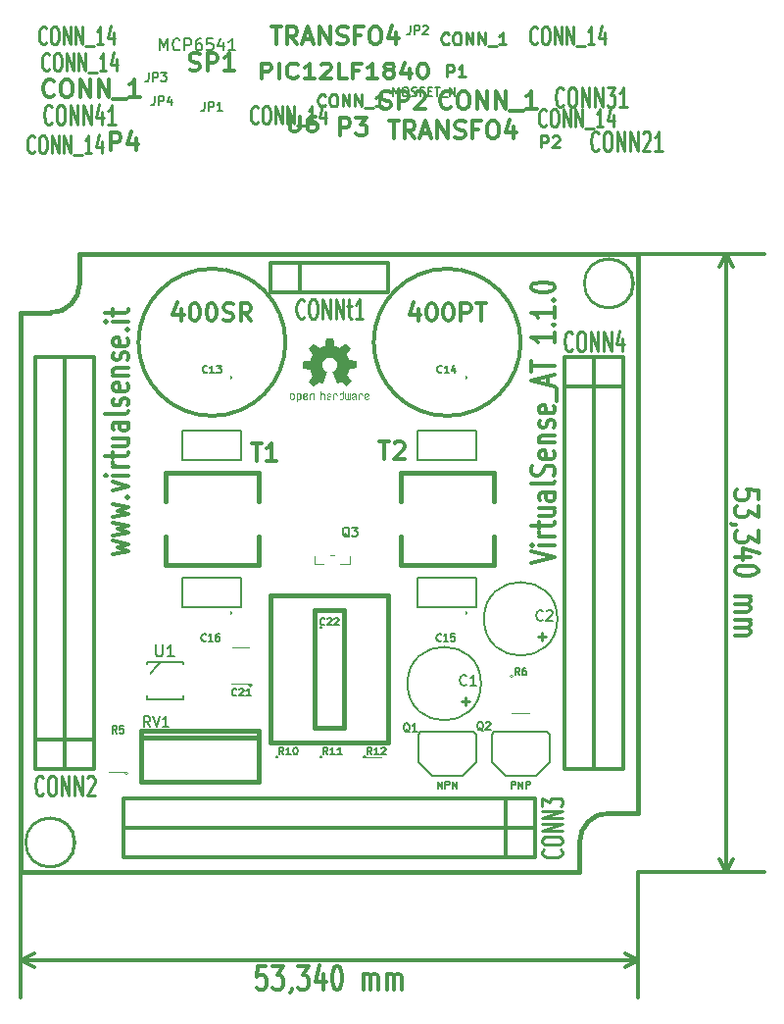
<source format=gto>
G04 (created by PCBNEW (2013-mar-13)-testing) date Thu 23 May 2013 05:01:18 PM CEST*
%MOIN*%
G04 Gerber Fmt 3.4, Leading zero omitted, Abs format*
%FSLAX34Y34*%
G01*
G70*
G90*
G04 APERTURE LIST*
%ADD10C,0.005906*%
%ADD11C,0.015000*%
%ADD12C,0.012000*%
%ADD13C,0.005000*%
%ADD14C,0.000100*%
%ADD15C,0.004700*%
%ADD16C,0.003900*%
%ADD17C,0.006000*%
%ADD18C,0.012500*%
%ADD19C,0.008000*%
%ADD20C,0.010700*%
%ADD21C,0.010000*%
%ADD22C,0.005100*%
%ADD23C,0.008750*%
%ADD24R,0.071000X0.051000*%
%ADD25C,0.078740*%
%ADD26R,0.075100X0.075100*%
%ADD27C,0.075100*%
%ADD28C,0.156000*%
%ADD29C,0.071118*%
%ADD30R,0.076000X0.076000*%
%ADD31C,0.076000*%
%ADD32R,0.052000X0.052000*%
%ADD33R,0.051000X0.071000*%
%ADD34C,0.062000*%
%ADD35C,0.086000*%
%ADD36R,0.072000X0.072000*%
%ADD37C,0.072000*%
%ADD38R,0.066000X0.031000*%
%ADD39R,0.071000X0.071000*%
%ADD40C,0.071000*%
%ADD41R,0.086000X0.086000*%
G04 APERTURE END LIST*
G54D10*
G54D11*
X19000Y-40000D02*
X19000Y-21000D01*
X38000Y-40000D02*
X19000Y-40000D01*
X40000Y-19000D02*
X40000Y-38000D01*
X21000Y-19000D02*
X40000Y-19000D01*
X39000Y-38000D02*
X40000Y-38000D01*
X38000Y-39500D02*
X38000Y-40000D01*
X19500Y-21000D02*
X19000Y-21000D01*
X21000Y-19500D02*
X21000Y-19000D01*
X20000Y-21000D02*
X19500Y-21000D01*
X21000Y-20000D02*
X21000Y-19500D01*
X38000Y-39000D02*
X38000Y-39500D01*
X39000Y-38000D02*
G75*
G03X38000Y-39000I0J-1000D01*
G74*
G01*
X20000Y-21000D02*
G75*
G03X21000Y-20000I0J1000D01*
G74*
G01*
G54D12*
X44077Y-27328D02*
X44077Y-27042D01*
X43696Y-27014D01*
X43734Y-27042D01*
X43772Y-27099D01*
X43772Y-27242D01*
X43734Y-27299D01*
X43696Y-27328D01*
X43619Y-27357D01*
X43429Y-27357D01*
X43353Y-27328D01*
X43315Y-27299D01*
X43277Y-27242D01*
X43277Y-27099D01*
X43315Y-27042D01*
X43353Y-27014D01*
X44077Y-27557D02*
X44077Y-27928D01*
X43772Y-27728D01*
X43772Y-27814D01*
X43734Y-27871D01*
X43696Y-27899D01*
X43619Y-27928D01*
X43429Y-27928D01*
X43353Y-27899D01*
X43315Y-27871D01*
X43277Y-27814D01*
X43277Y-27642D01*
X43315Y-27585D01*
X43353Y-27557D01*
X43315Y-28214D02*
X43277Y-28214D01*
X43200Y-28185D01*
X43162Y-28157D01*
X44077Y-28414D02*
X44077Y-28785D01*
X43772Y-28585D01*
X43772Y-28671D01*
X43734Y-28728D01*
X43696Y-28757D01*
X43619Y-28785D01*
X43429Y-28785D01*
X43353Y-28757D01*
X43315Y-28728D01*
X43277Y-28671D01*
X43277Y-28500D01*
X43315Y-28442D01*
X43353Y-28414D01*
X43810Y-29300D02*
X43277Y-29300D01*
X44115Y-29157D02*
X43543Y-29014D01*
X43543Y-29385D01*
X44077Y-29728D02*
X44077Y-29785D01*
X44039Y-29842D01*
X44000Y-29871D01*
X43924Y-29900D01*
X43772Y-29928D01*
X43581Y-29928D01*
X43429Y-29900D01*
X43353Y-29871D01*
X43315Y-29842D01*
X43277Y-29785D01*
X43277Y-29728D01*
X43315Y-29671D01*
X43353Y-29642D01*
X43429Y-29614D01*
X43581Y-29585D01*
X43772Y-29585D01*
X43924Y-29614D01*
X44000Y-29642D01*
X44039Y-29671D01*
X44077Y-29728D01*
X43277Y-30642D02*
X43810Y-30642D01*
X43734Y-30642D02*
X43772Y-30671D01*
X43810Y-30728D01*
X43810Y-30814D01*
X43772Y-30871D01*
X43696Y-30900D01*
X43277Y-30900D01*
X43696Y-30900D02*
X43772Y-30928D01*
X43810Y-30985D01*
X43810Y-31071D01*
X43772Y-31128D01*
X43696Y-31157D01*
X43277Y-31157D01*
X43277Y-31442D02*
X43810Y-31442D01*
X43734Y-31442D02*
X43772Y-31471D01*
X43810Y-31528D01*
X43810Y-31614D01*
X43772Y-31671D01*
X43696Y-31700D01*
X43277Y-31700D01*
X43696Y-31700D02*
X43772Y-31728D01*
X43810Y-31785D01*
X43810Y-31871D01*
X43772Y-31928D01*
X43696Y-31957D01*
X43277Y-31957D01*
X42999Y-19000D02*
X42999Y-40000D01*
X40000Y-19000D02*
X44279Y-19000D01*
X40000Y-40000D02*
X44279Y-40000D01*
X42999Y-40000D02*
X42769Y-39557D01*
X42999Y-40000D02*
X43229Y-39557D01*
X42999Y-19000D02*
X42769Y-19443D01*
X42999Y-19000D02*
X43229Y-19443D01*
X27328Y-43200D02*
X27042Y-43200D01*
X27014Y-43581D01*
X27042Y-43543D01*
X27099Y-43505D01*
X27242Y-43505D01*
X27299Y-43543D01*
X27328Y-43581D01*
X27357Y-43658D01*
X27357Y-43848D01*
X27328Y-43924D01*
X27299Y-43962D01*
X27242Y-44000D01*
X27099Y-44000D01*
X27042Y-43962D01*
X27014Y-43924D01*
X27557Y-43200D02*
X27928Y-43200D01*
X27728Y-43505D01*
X27814Y-43505D01*
X27871Y-43543D01*
X27899Y-43581D01*
X27928Y-43658D01*
X27928Y-43848D01*
X27899Y-43924D01*
X27871Y-43962D01*
X27814Y-44000D01*
X27642Y-44000D01*
X27585Y-43962D01*
X27557Y-43924D01*
X28214Y-43962D02*
X28214Y-44000D01*
X28185Y-44077D01*
X28157Y-44115D01*
X28414Y-43200D02*
X28785Y-43200D01*
X28585Y-43505D01*
X28671Y-43505D01*
X28728Y-43543D01*
X28757Y-43581D01*
X28785Y-43658D01*
X28785Y-43848D01*
X28757Y-43924D01*
X28728Y-43962D01*
X28671Y-44000D01*
X28500Y-44000D01*
X28442Y-43962D01*
X28414Y-43924D01*
X29300Y-43467D02*
X29300Y-44000D01*
X29157Y-43162D02*
X29014Y-43734D01*
X29385Y-43734D01*
X29728Y-43200D02*
X29785Y-43200D01*
X29842Y-43239D01*
X29871Y-43277D01*
X29900Y-43353D01*
X29928Y-43505D01*
X29928Y-43696D01*
X29900Y-43848D01*
X29871Y-43924D01*
X29842Y-43962D01*
X29785Y-44000D01*
X29728Y-44000D01*
X29671Y-43962D01*
X29642Y-43924D01*
X29614Y-43848D01*
X29585Y-43696D01*
X29585Y-43505D01*
X29614Y-43353D01*
X29642Y-43277D01*
X29671Y-43239D01*
X29728Y-43200D01*
X30642Y-44000D02*
X30642Y-43467D01*
X30642Y-43543D02*
X30671Y-43505D01*
X30728Y-43467D01*
X30814Y-43467D01*
X30871Y-43505D01*
X30900Y-43581D01*
X30900Y-44000D01*
X30900Y-43581D02*
X30928Y-43505D01*
X30985Y-43467D01*
X31071Y-43467D01*
X31128Y-43505D01*
X31157Y-43581D01*
X31157Y-44000D01*
X31442Y-44000D02*
X31442Y-43467D01*
X31442Y-43543D02*
X31471Y-43505D01*
X31528Y-43467D01*
X31614Y-43467D01*
X31671Y-43505D01*
X31700Y-43581D01*
X31700Y-44000D01*
X31700Y-43581D02*
X31728Y-43505D01*
X31785Y-43467D01*
X31871Y-43467D01*
X31928Y-43505D01*
X31957Y-43581D01*
X31957Y-44000D01*
X19000Y-42999D02*
X40000Y-42999D01*
X19000Y-40000D02*
X19000Y-44279D01*
X40000Y-40000D02*
X40000Y-44279D01*
X40000Y-42999D02*
X39557Y-43229D01*
X40000Y-42999D02*
X39557Y-42769D01*
X19000Y-42999D02*
X19443Y-43229D01*
X19000Y-42999D02*
X19443Y-42769D01*
X22128Y-29207D02*
X22661Y-29092D01*
X22280Y-28978D01*
X22661Y-28864D01*
X22128Y-28749D01*
X22128Y-28578D02*
X22661Y-28464D01*
X22280Y-28349D01*
X22661Y-28235D01*
X22128Y-28121D01*
X22128Y-27950D02*
X22661Y-27835D01*
X22280Y-27721D01*
X22661Y-27607D01*
X22128Y-27492D01*
X22585Y-27264D02*
X22623Y-27235D01*
X22661Y-27264D01*
X22623Y-27292D01*
X22585Y-27264D01*
X22661Y-27264D01*
X22128Y-27035D02*
X22661Y-26892D01*
X22128Y-26750D01*
X22661Y-26521D02*
X22128Y-26521D01*
X21861Y-26521D02*
X21900Y-26550D01*
X21938Y-26521D01*
X21900Y-26492D01*
X21861Y-26521D01*
X21938Y-26521D01*
X22661Y-26235D02*
X22128Y-26235D01*
X22280Y-26235D02*
X22204Y-26207D01*
X22166Y-26178D01*
X22128Y-26121D01*
X22128Y-26064D01*
X22128Y-25950D02*
X22128Y-25721D01*
X21861Y-25864D02*
X22547Y-25864D01*
X22623Y-25835D01*
X22661Y-25778D01*
X22661Y-25721D01*
X22128Y-25264D02*
X22661Y-25264D01*
X22128Y-25521D02*
X22547Y-25521D01*
X22623Y-25492D01*
X22661Y-25435D01*
X22661Y-25350D01*
X22623Y-25292D01*
X22585Y-25264D01*
X22661Y-24721D02*
X22242Y-24721D01*
X22166Y-24750D01*
X22128Y-24807D01*
X22128Y-24921D01*
X22166Y-24978D01*
X22623Y-24721D02*
X22661Y-24778D01*
X22661Y-24921D01*
X22623Y-24978D01*
X22547Y-25007D01*
X22471Y-25007D01*
X22395Y-24978D01*
X22357Y-24921D01*
X22357Y-24778D01*
X22319Y-24721D01*
X22661Y-24350D02*
X22623Y-24407D01*
X22547Y-24435D01*
X21861Y-24435D01*
X22623Y-24150D02*
X22661Y-24092D01*
X22661Y-23978D01*
X22623Y-23921D01*
X22547Y-23892D01*
X22509Y-23892D01*
X22433Y-23921D01*
X22395Y-23978D01*
X22395Y-24064D01*
X22357Y-24121D01*
X22280Y-24150D01*
X22242Y-24150D01*
X22166Y-24121D01*
X22128Y-24064D01*
X22128Y-23978D01*
X22166Y-23921D01*
X22623Y-23407D02*
X22661Y-23464D01*
X22661Y-23578D01*
X22623Y-23635D01*
X22547Y-23664D01*
X22242Y-23664D01*
X22166Y-23635D01*
X22128Y-23578D01*
X22128Y-23464D01*
X22166Y-23407D01*
X22242Y-23378D01*
X22319Y-23378D01*
X22395Y-23664D01*
X22128Y-23121D02*
X22661Y-23121D01*
X22204Y-23121D02*
X22166Y-23092D01*
X22128Y-23035D01*
X22128Y-22950D01*
X22166Y-22892D01*
X22242Y-22864D01*
X22661Y-22864D01*
X22623Y-22607D02*
X22661Y-22550D01*
X22661Y-22435D01*
X22623Y-22378D01*
X22547Y-22350D01*
X22509Y-22350D01*
X22433Y-22378D01*
X22395Y-22435D01*
X22395Y-22521D01*
X22357Y-22578D01*
X22280Y-22607D01*
X22242Y-22607D01*
X22166Y-22578D01*
X22128Y-22521D01*
X22128Y-22435D01*
X22166Y-22378D01*
X22623Y-21864D02*
X22661Y-21921D01*
X22661Y-22035D01*
X22623Y-22092D01*
X22547Y-22121D01*
X22242Y-22121D01*
X22166Y-22092D01*
X22128Y-22035D01*
X22128Y-21921D01*
X22166Y-21864D01*
X22242Y-21835D01*
X22319Y-21835D01*
X22395Y-22121D01*
X22585Y-21578D02*
X22623Y-21550D01*
X22661Y-21578D01*
X22623Y-21607D01*
X22585Y-21578D01*
X22661Y-21578D01*
X22661Y-21292D02*
X22128Y-21292D01*
X21861Y-21292D02*
X21900Y-21321D01*
X21938Y-21292D01*
X21900Y-21264D01*
X21861Y-21292D01*
X21938Y-21292D01*
X22128Y-21092D02*
X22128Y-20864D01*
X21861Y-21007D02*
X22547Y-21007D01*
X22623Y-20978D01*
X22661Y-20921D01*
X22661Y-20864D01*
X36361Y-29500D02*
X37161Y-29300D01*
X36361Y-29100D01*
X37161Y-28900D02*
X36628Y-28900D01*
X36361Y-28900D02*
X36400Y-28928D01*
X36438Y-28900D01*
X36400Y-28871D01*
X36361Y-28900D01*
X36438Y-28900D01*
X37161Y-28614D02*
X36628Y-28614D01*
X36780Y-28614D02*
X36704Y-28585D01*
X36666Y-28557D01*
X36628Y-28500D01*
X36628Y-28442D01*
X36628Y-28328D02*
X36628Y-28100D01*
X36361Y-28242D02*
X37047Y-28242D01*
X37123Y-28214D01*
X37161Y-28157D01*
X37161Y-28100D01*
X36628Y-27642D02*
X37161Y-27642D01*
X36628Y-27900D02*
X37047Y-27900D01*
X37123Y-27871D01*
X37161Y-27814D01*
X37161Y-27728D01*
X37123Y-27671D01*
X37085Y-27642D01*
X37161Y-27100D02*
X36742Y-27100D01*
X36666Y-27128D01*
X36628Y-27185D01*
X36628Y-27300D01*
X36666Y-27357D01*
X37123Y-27100D02*
X37161Y-27157D01*
X37161Y-27300D01*
X37123Y-27357D01*
X37047Y-27385D01*
X36971Y-27385D01*
X36895Y-27357D01*
X36857Y-27300D01*
X36857Y-27157D01*
X36819Y-27100D01*
X37161Y-26728D02*
X37123Y-26785D01*
X37047Y-26814D01*
X36361Y-26814D01*
X37123Y-26528D02*
X37161Y-26442D01*
X37161Y-26300D01*
X37123Y-26242D01*
X37085Y-26214D01*
X37009Y-26185D01*
X36933Y-26185D01*
X36857Y-26214D01*
X36819Y-26242D01*
X36780Y-26300D01*
X36742Y-26414D01*
X36704Y-26471D01*
X36666Y-26500D01*
X36590Y-26528D01*
X36514Y-26528D01*
X36438Y-26500D01*
X36400Y-26471D01*
X36361Y-26414D01*
X36361Y-26271D01*
X36400Y-26185D01*
X37123Y-25700D02*
X37161Y-25757D01*
X37161Y-25871D01*
X37123Y-25928D01*
X37047Y-25957D01*
X36742Y-25957D01*
X36666Y-25928D01*
X36628Y-25871D01*
X36628Y-25757D01*
X36666Y-25700D01*
X36742Y-25671D01*
X36819Y-25671D01*
X36895Y-25957D01*
X36628Y-25414D02*
X37161Y-25414D01*
X36704Y-25414D02*
X36666Y-25385D01*
X36628Y-25328D01*
X36628Y-25242D01*
X36666Y-25185D01*
X36742Y-25157D01*
X37161Y-25157D01*
X37123Y-24900D02*
X37161Y-24842D01*
X37161Y-24728D01*
X37123Y-24671D01*
X37047Y-24642D01*
X37009Y-24642D01*
X36933Y-24671D01*
X36895Y-24728D01*
X36895Y-24814D01*
X36857Y-24871D01*
X36780Y-24900D01*
X36742Y-24900D01*
X36666Y-24871D01*
X36628Y-24814D01*
X36628Y-24728D01*
X36666Y-24671D01*
X37123Y-24157D02*
X37161Y-24214D01*
X37161Y-24328D01*
X37123Y-24385D01*
X37047Y-24414D01*
X36742Y-24414D01*
X36666Y-24385D01*
X36628Y-24328D01*
X36628Y-24214D01*
X36666Y-24157D01*
X36742Y-24128D01*
X36819Y-24128D01*
X36895Y-24414D01*
X37238Y-24014D02*
X37238Y-23557D01*
X36933Y-23442D02*
X36933Y-23157D01*
X37161Y-23500D02*
X36361Y-23300D01*
X37161Y-23100D01*
X36361Y-22985D02*
X36361Y-22642D01*
X37161Y-22814D02*
X36361Y-22814D01*
X37161Y-21671D02*
X37161Y-22014D01*
X37161Y-21842D02*
X36361Y-21842D01*
X36476Y-21900D01*
X36552Y-21957D01*
X36590Y-22014D01*
X37085Y-21414D02*
X37123Y-21385D01*
X37161Y-21414D01*
X37123Y-21442D01*
X37085Y-21414D01*
X37161Y-21414D01*
X37161Y-20814D02*
X37161Y-21157D01*
X37161Y-20985D02*
X36361Y-20985D01*
X36476Y-21042D01*
X36552Y-21099D01*
X36590Y-21157D01*
X37085Y-20557D02*
X37123Y-20528D01*
X37161Y-20557D01*
X37123Y-20585D01*
X37085Y-20557D01*
X37161Y-20557D01*
X36361Y-20157D02*
X36361Y-20099D01*
X36400Y-20042D01*
X36438Y-20014D01*
X36514Y-19985D01*
X36666Y-19957D01*
X36857Y-19957D01*
X37009Y-19985D01*
X37085Y-20014D01*
X37123Y-20042D01*
X37161Y-20099D01*
X37161Y-20157D01*
X37123Y-20214D01*
X37085Y-20242D01*
X37009Y-20271D01*
X36857Y-20299D01*
X36666Y-20299D01*
X36514Y-20271D01*
X36438Y-20242D01*
X36400Y-20214D01*
X36361Y-20157D01*
G54D13*
X30750Y-36100D02*
G75*
G03X30750Y-36100I-50J0D01*
G74*
G01*
X30700Y-36550D02*
X30700Y-36150D01*
X30700Y-36150D02*
X31300Y-36150D01*
X31300Y-36150D02*
X31300Y-36550D01*
X31300Y-36950D02*
X31300Y-37350D01*
X31300Y-37350D02*
X30700Y-37350D01*
X30700Y-37350D02*
X30700Y-36950D01*
X26850Y-33650D02*
G75*
G03X26850Y-33650I-50J0D01*
G74*
G01*
X26800Y-33200D02*
X26800Y-33600D01*
X26800Y-33600D02*
X26200Y-33600D01*
X26200Y-33600D02*
X26200Y-33200D01*
X26200Y-32800D02*
X26200Y-32400D01*
X26200Y-32400D02*
X26800Y-32400D01*
X26800Y-32400D02*
X26800Y-32800D01*
G54D14*
G36*
X29410Y-21870D02*
X29420Y-21870D01*
X29420Y-21880D01*
X29410Y-21880D01*
X29410Y-21870D01*
X29410Y-21870D01*
G37*
G36*
X29420Y-21870D02*
X29430Y-21870D01*
X29430Y-21880D01*
X29420Y-21880D01*
X29420Y-21870D01*
X29420Y-21870D01*
G37*
G36*
X29430Y-21870D02*
X29440Y-21870D01*
X29440Y-21880D01*
X29430Y-21880D01*
X29430Y-21870D01*
X29430Y-21870D01*
G37*
G36*
X29440Y-21870D02*
X29450Y-21870D01*
X29450Y-21880D01*
X29440Y-21880D01*
X29440Y-21870D01*
X29440Y-21870D01*
G37*
G36*
X29450Y-21870D02*
X29460Y-21870D01*
X29460Y-21880D01*
X29450Y-21880D01*
X29450Y-21870D01*
X29450Y-21870D01*
G37*
G36*
X29460Y-21870D02*
X29470Y-21870D01*
X29470Y-21880D01*
X29460Y-21880D01*
X29460Y-21870D01*
X29460Y-21870D01*
G37*
G36*
X29470Y-21870D02*
X29480Y-21870D01*
X29480Y-21880D01*
X29470Y-21880D01*
X29470Y-21870D01*
X29470Y-21870D01*
G37*
G36*
X29480Y-21870D02*
X29490Y-21870D01*
X29490Y-21880D01*
X29480Y-21880D01*
X29480Y-21870D01*
X29480Y-21870D01*
G37*
G36*
X29490Y-21870D02*
X29500Y-21870D01*
X29500Y-21880D01*
X29490Y-21880D01*
X29490Y-21870D01*
X29490Y-21870D01*
G37*
G36*
X29500Y-21870D02*
X29510Y-21870D01*
X29510Y-21880D01*
X29500Y-21880D01*
X29500Y-21870D01*
X29500Y-21870D01*
G37*
G36*
X29510Y-21870D02*
X29520Y-21870D01*
X29520Y-21880D01*
X29510Y-21880D01*
X29510Y-21870D01*
X29510Y-21870D01*
G37*
G36*
X29520Y-21870D02*
X29530Y-21870D01*
X29530Y-21880D01*
X29520Y-21880D01*
X29520Y-21870D01*
X29520Y-21870D01*
G37*
G36*
X29530Y-21870D02*
X29540Y-21870D01*
X29540Y-21880D01*
X29530Y-21880D01*
X29530Y-21870D01*
X29530Y-21870D01*
G37*
G36*
X29540Y-21870D02*
X29550Y-21870D01*
X29550Y-21880D01*
X29540Y-21880D01*
X29540Y-21870D01*
X29540Y-21870D01*
G37*
G36*
X29550Y-21870D02*
X29560Y-21870D01*
X29560Y-21880D01*
X29550Y-21880D01*
X29550Y-21870D01*
X29550Y-21870D01*
G37*
G36*
X29560Y-21870D02*
X29570Y-21870D01*
X29570Y-21880D01*
X29560Y-21880D01*
X29560Y-21870D01*
X29560Y-21870D01*
G37*
G36*
X29570Y-21870D02*
X29580Y-21870D01*
X29580Y-21880D01*
X29570Y-21880D01*
X29570Y-21870D01*
X29570Y-21870D01*
G37*
G36*
X29580Y-21870D02*
X29590Y-21870D01*
X29590Y-21880D01*
X29580Y-21880D01*
X29580Y-21870D01*
X29580Y-21870D01*
G37*
G36*
X29590Y-21870D02*
X29600Y-21870D01*
X29600Y-21880D01*
X29590Y-21880D01*
X29590Y-21870D01*
X29590Y-21870D01*
G37*
G36*
X29600Y-21870D02*
X29610Y-21870D01*
X29610Y-21880D01*
X29600Y-21880D01*
X29600Y-21870D01*
X29600Y-21870D01*
G37*
G36*
X29390Y-21880D02*
X29400Y-21880D01*
X29400Y-21890D01*
X29390Y-21890D01*
X29390Y-21880D01*
X29390Y-21880D01*
G37*
G36*
X29400Y-21880D02*
X29410Y-21880D01*
X29410Y-21890D01*
X29400Y-21890D01*
X29400Y-21880D01*
X29400Y-21880D01*
G37*
G36*
X29410Y-21880D02*
X29420Y-21880D01*
X29420Y-21890D01*
X29410Y-21890D01*
X29410Y-21880D01*
X29410Y-21880D01*
G37*
G36*
X29420Y-21880D02*
X29430Y-21880D01*
X29430Y-21890D01*
X29420Y-21890D01*
X29420Y-21880D01*
X29420Y-21880D01*
G37*
G36*
X29430Y-21880D02*
X29440Y-21880D01*
X29440Y-21890D01*
X29430Y-21890D01*
X29430Y-21880D01*
X29430Y-21880D01*
G37*
G36*
X29440Y-21880D02*
X29450Y-21880D01*
X29450Y-21890D01*
X29440Y-21890D01*
X29440Y-21880D01*
X29440Y-21880D01*
G37*
G36*
X29450Y-21880D02*
X29460Y-21880D01*
X29460Y-21890D01*
X29450Y-21890D01*
X29450Y-21880D01*
X29450Y-21880D01*
G37*
G36*
X29460Y-21880D02*
X29470Y-21880D01*
X29470Y-21890D01*
X29460Y-21890D01*
X29460Y-21880D01*
X29460Y-21880D01*
G37*
G36*
X29470Y-21880D02*
X29480Y-21880D01*
X29480Y-21890D01*
X29470Y-21890D01*
X29470Y-21880D01*
X29470Y-21880D01*
G37*
G36*
X29480Y-21880D02*
X29490Y-21880D01*
X29490Y-21890D01*
X29480Y-21890D01*
X29480Y-21880D01*
X29480Y-21880D01*
G37*
G36*
X29490Y-21880D02*
X29500Y-21880D01*
X29500Y-21890D01*
X29490Y-21890D01*
X29490Y-21880D01*
X29490Y-21880D01*
G37*
G36*
X29500Y-21880D02*
X29510Y-21880D01*
X29510Y-21890D01*
X29500Y-21890D01*
X29500Y-21880D01*
X29500Y-21880D01*
G37*
G36*
X29510Y-21880D02*
X29520Y-21880D01*
X29520Y-21890D01*
X29510Y-21890D01*
X29510Y-21880D01*
X29510Y-21880D01*
G37*
G36*
X29520Y-21880D02*
X29530Y-21880D01*
X29530Y-21890D01*
X29520Y-21890D01*
X29520Y-21880D01*
X29520Y-21880D01*
G37*
G36*
X29530Y-21880D02*
X29540Y-21880D01*
X29540Y-21890D01*
X29530Y-21890D01*
X29530Y-21880D01*
X29530Y-21880D01*
G37*
G36*
X29540Y-21880D02*
X29550Y-21880D01*
X29550Y-21890D01*
X29540Y-21890D01*
X29540Y-21880D01*
X29540Y-21880D01*
G37*
G36*
X29550Y-21880D02*
X29560Y-21880D01*
X29560Y-21890D01*
X29550Y-21890D01*
X29550Y-21880D01*
X29550Y-21880D01*
G37*
G36*
X29560Y-21880D02*
X29570Y-21880D01*
X29570Y-21890D01*
X29560Y-21890D01*
X29560Y-21880D01*
X29560Y-21880D01*
G37*
G36*
X29570Y-21880D02*
X29580Y-21880D01*
X29580Y-21890D01*
X29570Y-21890D01*
X29570Y-21880D01*
X29570Y-21880D01*
G37*
G36*
X29580Y-21880D02*
X29590Y-21880D01*
X29590Y-21890D01*
X29580Y-21890D01*
X29580Y-21880D01*
X29580Y-21880D01*
G37*
G36*
X29590Y-21880D02*
X29600Y-21880D01*
X29600Y-21890D01*
X29590Y-21890D01*
X29590Y-21880D01*
X29590Y-21880D01*
G37*
G36*
X29600Y-21880D02*
X29610Y-21880D01*
X29610Y-21890D01*
X29600Y-21890D01*
X29600Y-21880D01*
X29600Y-21880D01*
G37*
G36*
X29610Y-21880D02*
X29620Y-21880D01*
X29620Y-21890D01*
X29610Y-21890D01*
X29610Y-21880D01*
X29610Y-21880D01*
G37*
G36*
X29620Y-21880D02*
X29630Y-21880D01*
X29630Y-21890D01*
X29620Y-21890D01*
X29620Y-21880D01*
X29620Y-21880D01*
G37*
G36*
X29380Y-21890D02*
X29390Y-21890D01*
X29390Y-21900D01*
X29380Y-21900D01*
X29380Y-21890D01*
X29380Y-21890D01*
G37*
G36*
X29390Y-21890D02*
X29400Y-21890D01*
X29400Y-21900D01*
X29390Y-21900D01*
X29390Y-21890D01*
X29390Y-21890D01*
G37*
G36*
X29400Y-21890D02*
X29410Y-21890D01*
X29410Y-21900D01*
X29400Y-21900D01*
X29400Y-21890D01*
X29400Y-21890D01*
G37*
G36*
X29410Y-21890D02*
X29420Y-21890D01*
X29420Y-21900D01*
X29410Y-21900D01*
X29410Y-21890D01*
X29410Y-21890D01*
G37*
G36*
X29420Y-21890D02*
X29430Y-21890D01*
X29430Y-21900D01*
X29420Y-21900D01*
X29420Y-21890D01*
X29420Y-21890D01*
G37*
G36*
X29430Y-21890D02*
X29440Y-21890D01*
X29440Y-21900D01*
X29430Y-21900D01*
X29430Y-21890D01*
X29430Y-21890D01*
G37*
G36*
X29440Y-21890D02*
X29450Y-21890D01*
X29450Y-21900D01*
X29440Y-21900D01*
X29440Y-21890D01*
X29440Y-21890D01*
G37*
G36*
X29450Y-21890D02*
X29460Y-21890D01*
X29460Y-21900D01*
X29450Y-21900D01*
X29450Y-21890D01*
X29450Y-21890D01*
G37*
G36*
X29460Y-21890D02*
X29470Y-21890D01*
X29470Y-21900D01*
X29460Y-21900D01*
X29460Y-21890D01*
X29460Y-21890D01*
G37*
G36*
X29470Y-21890D02*
X29480Y-21890D01*
X29480Y-21900D01*
X29470Y-21900D01*
X29470Y-21890D01*
X29470Y-21890D01*
G37*
G36*
X29480Y-21890D02*
X29490Y-21890D01*
X29490Y-21900D01*
X29480Y-21900D01*
X29480Y-21890D01*
X29480Y-21890D01*
G37*
G36*
X29490Y-21890D02*
X29500Y-21890D01*
X29500Y-21900D01*
X29490Y-21900D01*
X29490Y-21890D01*
X29490Y-21890D01*
G37*
G36*
X29500Y-21890D02*
X29510Y-21890D01*
X29510Y-21900D01*
X29500Y-21900D01*
X29500Y-21890D01*
X29500Y-21890D01*
G37*
G36*
X29510Y-21890D02*
X29520Y-21890D01*
X29520Y-21900D01*
X29510Y-21900D01*
X29510Y-21890D01*
X29510Y-21890D01*
G37*
G36*
X29520Y-21890D02*
X29530Y-21890D01*
X29530Y-21900D01*
X29520Y-21900D01*
X29520Y-21890D01*
X29520Y-21890D01*
G37*
G36*
X29530Y-21890D02*
X29540Y-21890D01*
X29540Y-21900D01*
X29530Y-21900D01*
X29530Y-21890D01*
X29530Y-21890D01*
G37*
G36*
X29540Y-21890D02*
X29550Y-21890D01*
X29550Y-21900D01*
X29540Y-21900D01*
X29540Y-21890D01*
X29540Y-21890D01*
G37*
G36*
X29550Y-21890D02*
X29560Y-21890D01*
X29560Y-21900D01*
X29550Y-21900D01*
X29550Y-21890D01*
X29550Y-21890D01*
G37*
G36*
X29560Y-21890D02*
X29570Y-21890D01*
X29570Y-21900D01*
X29560Y-21900D01*
X29560Y-21890D01*
X29560Y-21890D01*
G37*
G36*
X29570Y-21890D02*
X29580Y-21890D01*
X29580Y-21900D01*
X29570Y-21900D01*
X29570Y-21890D01*
X29570Y-21890D01*
G37*
G36*
X29580Y-21890D02*
X29590Y-21890D01*
X29590Y-21900D01*
X29580Y-21900D01*
X29580Y-21890D01*
X29580Y-21890D01*
G37*
G36*
X29590Y-21890D02*
X29600Y-21890D01*
X29600Y-21900D01*
X29590Y-21900D01*
X29590Y-21890D01*
X29590Y-21890D01*
G37*
G36*
X29600Y-21890D02*
X29610Y-21890D01*
X29610Y-21900D01*
X29600Y-21900D01*
X29600Y-21890D01*
X29600Y-21890D01*
G37*
G36*
X29610Y-21890D02*
X29620Y-21890D01*
X29620Y-21900D01*
X29610Y-21900D01*
X29610Y-21890D01*
X29610Y-21890D01*
G37*
G36*
X29620Y-21890D02*
X29630Y-21890D01*
X29630Y-21900D01*
X29620Y-21900D01*
X29620Y-21890D01*
X29620Y-21890D01*
G37*
G36*
X29380Y-21900D02*
X29390Y-21900D01*
X29390Y-21910D01*
X29380Y-21910D01*
X29380Y-21900D01*
X29380Y-21900D01*
G37*
G36*
X29390Y-21900D02*
X29400Y-21900D01*
X29400Y-21910D01*
X29390Y-21910D01*
X29390Y-21900D01*
X29390Y-21900D01*
G37*
G36*
X29400Y-21900D02*
X29410Y-21900D01*
X29410Y-21910D01*
X29400Y-21910D01*
X29400Y-21900D01*
X29400Y-21900D01*
G37*
G36*
X29410Y-21900D02*
X29420Y-21900D01*
X29420Y-21910D01*
X29410Y-21910D01*
X29410Y-21900D01*
X29410Y-21900D01*
G37*
G36*
X29420Y-21900D02*
X29430Y-21900D01*
X29430Y-21910D01*
X29420Y-21910D01*
X29420Y-21900D01*
X29420Y-21900D01*
G37*
G36*
X29430Y-21900D02*
X29440Y-21900D01*
X29440Y-21910D01*
X29430Y-21910D01*
X29430Y-21900D01*
X29430Y-21900D01*
G37*
G36*
X29440Y-21900D02*
X29450Y-21900D01*
X29450Y-21910D01*
X29440Y-21910D01*
X29440Y-21900D01*
X29440Y-21900D01*
G37*
G36*
X29450Y-21900D02*
X29460Y-21900D01*
X29460Y-21910D01*
X29450Y-21910D01*
X29450Y-21900D01*
X29450Y-21900D01*
G37*
G36*
X29460Y-21900D02*
X29470Y-21900D01*
X29470Y-21910D01*
X29460Y-21910D01*
X29460Y-21900D01*
X29460Y-21900D01*
G37*
G36*
X29470Y-21900D02*
X29480Y-21900D01*
X29480Y-21910D01*
X29470Y-21910D01*
X29470Y-21900D01*
X29470Y-21900D01*
G37*
G36*
X29480Y-21900D02*
X29490Y-21900D01*
X29490Y-21910D01*
X29480Y-21910D01*
X29480Y-21900D01*
X29480Y-21900D01*
G37*
G36*
X29490Y-21900D02*
X29500Y-21900D01*
X29500Y-21910D01*
X29490Y-21910D01*
X29490Y-21900D01*
X29490Y-21900D01*
G37*
G36*
X29500Y-21900D02*
X29510Y-21900D01*
X29510Y-21910D01*
X29500Y-21910D01*
X29500Y-21900D01*
X29500Y-21900D01*
G37*
G36*
X29510Y-21900D02*
X29520Y-21900D01*
X29520Y-21910D01*
X29510Y-21910D01*
X29510Y-21900D01*
X29510Y-21900D01*
G37*
G36*
X29520Y-21900D02*
X29530Y-21900D01*
X29530Y-21910D01*
X29520Y-21910D01*
X29520Y-21900D01*
X29520Y-21900D01*
G37*
G36*
X29530Y-21900D02*
X29540Y-21900D01*
X29540Y-21910D01*
X29530Y-21910D01*
X29530Y-21900D01*
X29530Y-21900D01*
G37*
G36*
X29540Y-21900D02*
X29550Y-21900D01*
X29550Y-21910D01*
X29540Y-21910D01*
X29540Y-21900D01*
X29540Y-21900D01*
G37*
G36*
X29550Y-21900D02*
X29560Y-21900D01*
X29560Y-21910D01*
X29550Y-21910D01*
X29550Y-21900D01*
X29550Y-21900D01*
G37*
G36*
X29560Y-21900D02*
X29570Y-21900D01*
X29570Y-21910D01*
X29560Y-21910D01*
X29560Y-21900D01*
X29560Y-21900D01*
G37*
G36*
X29570Y-21900D02*
X29580Y-21900D01*
X29580Y-21910D01*
X29570Y-21910D01*
X29570Y-21900D01*
X29570Y-21900D01*
G37*
G36*
X29580Y-21900D02*
X29590Y-21900D01*
X29590Y-21910D01*
X29580Y-21910D01*
X29580Y-21900D01*
X29580Y-21900D01*
G37*
G36*
X29590Y-21900D02*
X29600Y-21900D01*
X29600Y-21910D01*
X29590Y-21910D01*
X29590Y-21900D01*
X29590Y-21900D01*
G37*
G36*
X29600Y-21900D02*
X29610Y-21900D01*
X29610Y-21910D01*
X29600Y-21910D01*
X29600Y-21900D01*
X29600Y-21900D01*
G37*
G36*
X29610Y-21900D02*
X29620Y-21900D01*
X29620Y-21910D01*
X29610Y-21910D01*
X29610Y-21900D01*
X29610Y-21900D01*
G37*
G36*
X29620Y-21900D02*
X29630Y-21900D01*
X29630Y-21910D01*
X29620Y-21910D01*
X29620Y-21900D01*
X29620Y-21900D01*
G37*
G36*
X29380Y-21910D02*
X29390Y-21910D01*
X29390Y-21920D01*
X29380Y-21920D01*
X29380Y-21910D01*
X29380Y-21910D01*
G37*
G36*
X29390Y-21910D02*
X29400Y-21910D01*
X29400Y-21920D01*
X29390Y-21920D01*
X29390Y-21910D01*
X29390Y-21910D01*
G37*
G36*
X29400Y-21910D02*
X29410Y-21910D01*
X29410Y-21920D01*
X29400Y-21920D01*
X29400Y-21910D01*
X29400Y-21910D01*
G37*
G36*
X29410Y-21910D02*
X29420Y-21910D01*
X29420Y-21920D01*
X29410Y-21920D01*
X29410Y-21910D01*
X29410Y-21910D01*
G37*
G36*
X29420Y-21910D02*
X29430Y-21910D01*
X29430Y-21920D01*
X29420Y-21920D01*
X29420Y-21910D01*
X29420Y-21910D01*
G37*
G36*
X29430Y-21910D02*
X29440Y-21910D01*
X29440Y-21920D01*
X29430Y-21920D01*
X29430Y-21910D01*
X29430Y-21910D01*
G37*
G36*
X29440Y-21910D02*
X29450Y-21910D01*
X29450Y-21920D01*
X29440Y-21920D01*
X29440Y-21910D01*
X29440Y-21910D01*
G37*
G36*
X29450Y-21910D02*
X29460Y-21910D01*
X29460Y-21920D01*
X29450Y-21920D01*
X29450Y-21910D01*
X29450Y-21910D01*
G37*
G36*
X29460Y-21910D02*
X29470Y-21910D01*
X29470Y-21920D01*
X29460Y-21920D01*
X29460Y-21910D01*
X29460Y-21910D01*
G37*
G36*
X29470Y-21910D02*
X29480Y-21910D01*
X29480Y-21920D01*
X29470Y-21920D01*
X29470Y-21910D01*
X29470Y-21910D01*
G37*
G36*
X29480Y-21910D02*
X29490Y-21910D01*
X29490Y-21920D01*
X29480Y-21920D01*
X29480Y-21910D01*
X29480Y-21910D01*
G37*
G36*
X29490Y-21910D02*
X29500Y-21910D01*
X29500Y-21920D01*
X29490Y-21920D01*
X29490Y-21910D01*
X29490Y-21910D01*
G37*
G36*
X29500Y-21910D02*
X29510Y-21910D01*
X29510Y-21920D01*
X29500Y-21920D01*
X29500Y-21910D01*
X29500Y-21910D01*
G37*
G36*
X29510Y-21910D02*
X29520Y-21910D01*
X29520Y-21920D01*
X29510Y-21920D01*
X29510Y-21910D01*
X29510Y-21910D01*
G37*
G36*
X29520Y-21910D02*
X29530Y-21910D01*
X29530Y-21920D01*
X29520Y-21920D01*
X29520Y-21910D01*
X29520Y-21910D01*
G37*
G36*
X29530Y-21910D02*
X29540Y-21910D01*
X29540Y-21920D01*
X29530Y-21920D01*
X29530Y-21910D01*
X29530Y-21910D01*
G37*
G36*
X29540Y-21910D02*
X29550Y-21910D01*
X29550Y-21920D01*
X29540Y-21920D01*
X29540Y-21910D01*
X29540Y-21910D01*
G37*
G36*
X29550Y-21910D02*
X29560Y-21910D01*
X29560Y-21920D01*
X29550Y-21920D01*
X29550Y-21910D01*
X29550Y-21910D01*
G37*
G36*
X29560Y-21910D02*
X29570Y-21910D01*
X29570Y-21920D01*
X29560Y-21920D01*
X29560Y-21910D01*
X29560Y-21910D01*
G37*
G36*
X29570Y-21910D02*
X29580Y-21910D01*
X29580Y-21920D01*
X29570Y-21920D01*
X29570Y-21910D01*
X29570Y-21910D01*
G37*
G36*
X29580Y-21910D02*
X29590Y-21910D01*
X29590Y-21920D01*
X29580Y-21920D01*
X29580Y-21910D01*
X29580Y-21910D01*
G37*
G36*
X29590Y-21910D02*
X29600Y-21910D01*
X29600Y-21920D01*
X29590Y-21920D01*
X29590Y-21910D01*
X29590Y-21910D01*
G37*
G36*
X29600Y-21910D02*
X29610Y-21910D01*
X29610Y-21920D01*
X29600Y-21920D01*
X29600Y-21910D01*
X29600Y-21910D01*
G37*
G36*
X29610Y-21910D02*
X29620Y-21910D01*
X29620Y-21920D01*
X29610Y-21920D01*
X29610Y-21910D01*
X29610Y-21910D01*
G37*
G36*
X29620Y-21910D02*
X29630Y-21910D01*
X29630Y-21920D01*
X29620Y-21920D01*
X29620Y-21910D01*
X29620Y-21910D01*
G37*
G36*
X29380Y-21920D02*
X29390Y-21920D01*
X29390Y-21930D01*
X29380Y-21930D01*
X29380Y-21920D01*
X29380Y-21920D01*
G37*
G36*
X29390Y-21920D02*
X29400Y-21920D01*
X29400Y-21930D01*
X29390Y-21930D01*
X29390Y-21920D01*
X29390Y-21920D01*
G37*
G36*
X29400Y-21920D02*
X29410Y-21920D01*
X29410Y-21930D01*
X29400Y-21930D01*
X29400Y-21920D01*
X29400Y-21920D01*
G37*
G36*
X29410Y-21920D02*
X29420Y-21920D01*
X29420Y-21930D01*
X29410Y-21930D01*
X29410Y-21920D01*
X29410Y-21920D01*
G37*
G36*
X29420Y-21920D02*
X29430Y-21920D01*
X29430Y-21930D01*
X29420Y-21930D01*
X29420Y-21920D01*
X29420Y-21920D01*
G37*
G36*
X29430Y-21920D02*
X29440Y-21920D01*
X29440Y-21930D01*
X29430Y-21930D01*
X29430Y-21920D01*
X29430Y-21920D01*
G37*
G36*
X29440Y-21920D02*
X29450Y-21920D01*
X29450Y-21930D01*
X29440Y-21930D01*
X29440Y-21920D01*
X29440Y-21920D01*
G37*
G36*
X29450Y-21920D02*
X29460Y-21920D01*
X29460Y-21930D01*
X29450Y-21930D01*
X29450Y-21920D01*
X29450Y-21920D01*
G37*
G36*
X29460Y-21920D02*
X29470Y-21920D01*
X29470Y-21930D01*
X29460Y-21930D01*
X29460Y-21920D01*
X29460Y-21920D01*
G37*
G36*
X29470Y-21920D02*
X29480Y-21920D01*
X29480Y-21930D01*
X29470Y-21930D01*
X29470Y-21920D01*
X29470Y-21920D01*
G37*
G36*
X29480Y-21920D02*
X29490Y-21920D01*
X29490Y-21930D01*
X29480Y-21930D01*
X29480Y-21920D01*
X29480Y-21920D01*
G37*
G36*
X29490Y-21920D02*
X29500Y-21920D01*
X29500Y-21930D01*
X29490Y-21930D01*
X29490Y-21920D01*
X29490Y-21920D01*
G37*
G36*
X29500Y-21920D02*
X29510Y-21920D01*
X29510Y-21930D01*
X29500Y-21930D01*
X29500Y-21920D01*
X29500Y-21920D01*
G37*
G36*
X29510Y-21920D02*
X29520Y-21920D01*
X29520Y-21930D01*
X29510Y-21930D01*
X29510Y-21920D01*
X29510Y-21920D01*
G37*
G36*
X29520Y-21920D02*
X29530Y-21920D01*
X29530Y-21930D01*
X29520Y-21930D01*
X29520Y-21920D01*
X29520Y-21920D01*
G37*
G36*
X29530Y-21920D02*
X29540Y-21920D01*
X29540Y-21930D01*
X29530Y-21930D01*
X29530Y-21920D01*
X29530Y-21920D01*
G37*
G36*
X29540Y-21920D02*
X29550Y-21920D01*
X29550Y-21930D01*
X29540Y-21930D01*
X29540Y-21920D01*
X29540Y-21920D01*
G37*
G36*
X29550Y-21920D02*
X29560Y-21920D01*
X29560Y-21930D01*
X29550Y-21930D01*
X29550Y-21920D01*
X29550Y-21920D01*
G37*
G36*
X29560Y-21920D02*
X29570Y-21920D01*
X29570Y-21930D01*
X29560Y-21930D01*
X29560Y-21920D01*
X29560Y-21920D01*
G37*
G36*
X29570Y-21920D02*
X29580Y-21920D01*
X29580Y-21930D01*
X29570Y-21930D01*
X29570Y-21920D01*
X29570Y-21920D01*
G37*
G36*
X29580Y-21920D02*
X29590Y-21920D01*
X29590Y-21930D01*
X29580Y-21930D01*
X29580Y-21920D01*
X29580Y-21920D01*
G37*
G36*
X29590Y-21920D02*
X29600Y-21920D01*
X29600Y-21930D01*
X29590Y-21930D01*
X29590Y-21920D01*
X29590Y-21920D01*
G37*
G36*
X29600Y-21920D02*
X29610Y-21920D01*
X29610Y-21930D01*
X29600Y-21930D01*
X29600Y-21920D01*
X29600Y-21920D01*
G37*
G36*
X29610Y-21920D02*
X29620Y-21920D01*
X29620Y-21930D01*
X29610Y-21930D01*
X29610Y-21920D01*
X29610Y-21920D01*
G37*
G36*
X29620Y-21920D02*
X29630Y-21920D01*
X29630Y-21930D01*
X29620Y-21930D01*
X29620Y-21920D01*
X29620Y-21920D01*
G37*
G36*
X29370Y-21930D02*
X29380Y-21930D01*
X29380Y-21940D01*
X29370Y-21940D01*
X29370Y-21930D01*
X29370Y-21930D01*
G37*
G36*
X29380Y-21930D02*
X29390Y-21930D01*
X29390Y-21940D01*
X29380Y-21940D01*
X29380Y-21930D01*
X29380Y-21930D01*
G37*
G36*
X29390Y-21930D02*
X29400Y-21930D01*
X29400Y-21940D01*
X29390Y-21940D01*
X29390Y-21930D01*
X29390Y-21930D01*
G37*
G36*
X29400Y-21930D02*
X29410Y-21930D01*
X29410Y-21940D01*
X29400Y-21940D01*
X29400Y-21930D01*
X29400Y-21930D01*
G37*
G36*
X29410Y-21930D02*
X29420Y-21930D01*
X29420Y-21940D01*
X29410Y-21940D01*
X29410Y-21930D01*
X29410Y-21930D01*
G37*
G36*
X29420Y-21930D02*
X29430Y-21930D01*
X29430Y-21940D01*
X29420Y-21940D01*
X29420Y-21930D01*
X29420Y-21930D01*
G37*
G36*
X29430Y-21930D02*
X29440Y-21930D01*
X29440Y-21940D01*
X29430Y-21940D01*
X29430Y-21930D01*
X29430Y-21930D01*
G37*
G36*
X29440Y-21930D02*
X29450Y-21930D01*
X29450Y-21940D01*
X29440Y-21940D01*
X29440Y-21930D01*
X29440Y-21930D01*
G37*
G36*
X29450Y-21930D02*
X29460Y-21930D01*
X29460Y-21940D01*
X29450Y-21940D01*
X29450Y-21930D01*
X29450Y-21930D01*
G37*
G36*
X29460Y-21930D02*
X29470Y-21930D01*
X29470Y-21940D01*
X29460Y-21940D01*
X29460Y-21930D01*
X29460Y-21930D01*
G37*
G36*
X29470Y-21930D02*
X29480Y-21930D01*
X29480Y-21940D01*
X29470Y-21940D01*
X29470Y-21930D01*
X29470Y-21930D01*
G37*
G36*
X29480Y-21930D02*
X29490Y-21930D01*
X29490Y-21940D01*
X29480Y-21940D01*
X29480Y-21930D01*
X29480Y-21930D01*
G37*
G36*
X29490Y-21930D02*
X29500Y-21930D01*
X29500Y-21940D01*
X29490Y-21940D01*
X29490Y-21930D01*
X29490Y-21930D01*
G37*
G36*
X29500Y-21930D02*
X29510Y-21930D01*
X29510Y-21940D01*
X29500Y-21940D01*
X29500Y-21930D01*
X29500Y-21930D01*
G37*
G36*
X29510Y-21930D02*
X29520Y-21930D01*
X29520Y-21940D01*
X29510Y-21940D01*
X29510Y-21930D01*
X29510Y-21930D01*
G37*
G36*
X29520Y-21930D02*
X29530Y-21930D01*
X29530Y-21940D01*
X29520Y-21940D01*
X29520Y-21930D01*
X29520Y-21930D01*
G37*
G36*
X29530Y-21930D02*
X29540Y-21930D01*
X29540Y-21940D01*
X29530Y-21940D01*
X29530Y-21930D01*
X29530Y-21930D01*
G37*
G36*
X29540Y-21930D02*
X29550Y-21930D01*
X29550Y-21940D01*
X29540Y-21940D01*
X29540Y-21930D01*
X29540Y-21930D01*
G37*
G36*
X29550Y-21930D02*
X29560Y-21930D01*
X29560Y-21940D01*
X29550Y-21940D01*
X29550Y-21930D01*
X29550Y-21930D01*
G37*
G36*
X29560Y-21930D02*
X29570Y-21930D01*
X29570Y-21940D01*
X29560Y-21940D01*
X29560Y-21930D01*
X29560Y-21930D01*
G37*
G36*
X29570Y-21930D02*
X29580Y-21930D01*
X29580Y-21940D01*
X29570Y-21940D01*
X29570Y-21930D01*
X29570Y-21930D01*
G37*
G36*
X29580Y-21930D02*
X29590Y-21930D01*
X29590Y-21940D01*
X29580Y-21940D01*
X29580Y-21930D01*
X29580Y-21930D01*
G37*
G36*
X29590Y-21930D02*
X29600Y-21930D01*
X29600Y-21940D01*
X29590Y-21940D01*
X29590Y-21930D01*
X29590Y-21930D01*
G37*
G36*
X29600Y-21930D02*
X29610Y-21930D01*
X29610Y-21940D01*
X29600Y-21940D01*
X29600Y-21930D01*
X29600Y-21930D01*
G37*
G36*
X29610Y-21930D02*
X29620Y-21930D01*
X29620Y-21940D01*
X29610Y-21940D01*
X29610Y-21930D01*
X29610Y-21930D01*
G37*
G36*
X29620Y-21930D02*
X29630Y-21930D01*
X29630Y-21940D01*
X29620Y-21940D01*
X29620Y-21930D01*
X29620Y-21930D01*
G37*
G36*
X29630Y-21930D02*
X29640Y-21930D01*
X29640Y-21940D01*
X29630Y-21940D01*
X29630Y-21930D01*
X29630Y-21930D01*
G37*
G36*
X29370Y-21940D02*
X29380Y-21940D01*
X29380Y-21950D01*
X29370Y-21950D01*
X29370Y-21940D01*
X29370Y-21940D01*
G37*
G36*
X29380Y-21940D02*
X29390Y-21940D01*
X29390Y-21950D01*
X29380Y-21950D01*
X29380Y-21940D01*
X29380Y-21940D01*
G37*
G36*
X29390Y-21940D02*
X29400Y-21940D01*
X29400Y-21950D01*
X29390Y-21950D01*
X29390Y-21940D01*
X29390Y-21940D01*
G37*
G36*
X29400Y-21940D02*
X29410Y-21940D01*
X29410Y-21950D01*
X29400Y-21950D01*
X29400Y-21940D01*
X29400Y-21940D01*
G37*
G36*
X29410Y-21940D02*
X29420Y-21940D01*
X29420Y-21950D01*
X29410Y-21950D01*
X29410Y-21940D01*
X29410Y-21940D01*
G37*
G36*
X29420Y-21940D02*
X29430Y-21940D01*
X29430Y-21950D01*
X29420Y-21950D01*
X29420Y-21940D01*
X29420Y-21940D01*
G37*
G36*
X29430Y-21940D02*
X29440Y-21940D01*
X29440Y-21950D01*
X29430Y-21950D01*
X29430Y-21940D01*
X29430Y-21940D01*
G37*
G36*
X29440Y-21940D02*
X29450Y-21940D01*
X29450Y-21950D01*
X29440Y-21950D01*
X29440Y-21940D01*
X29440Y-21940D01*
G37*
G36*
X29450Y-21940D02*
X29460Y-21940D01*
X29460Y-21950D01*
X29450Y-21950D01*
X29450Y-21940D01*
X29450Y-21940D01*
G37*
G36*
X29460Y-21940D02*
X29470Y-21940D01*
X29470Y-21950D01*
X29460Y-21950D01*
X29460Y-21940D01*
X29460Y-21940D01*
G37*
G36*
X29470Y-21940D02*
X29480Y-21940D01*
X29480Y-21950D01*
X29470Y-21950D01*
X29470Y-21940D01*
X29470Y-21940D01*
G37*
G36*
X29480Y-21940D02*
X29490Y-21940D01*
X29490Y-21950D01*
X29480Y-21950D01*
X29480Y-21940D01*
X29480Y-21940D01*
G37*
G36*
X29490Y-21940D02*
X29500Y-21940D01*
X29500Y-21950D01*
X29490Y-21950D01*
X29490Y-21940D01*
X29490Y-21940D01*
G37*
G36*
X29500Y-21940D02*
X29510Y-21940D01*
X29510Y-21950D01*
X29500Y-21950D01*
X29500Y-21940D01*
X29500Y-21940D01*
G37*
G36*
X29510Y-21940D02*
X29520Y-21940D01*
X29520Y-21950D01*
X29510Y-21950D01*
X29510Y-21940D01*
X29510Y-21940D01*
G37*
G36*
X29520Y-21940D02*
X29530Y-21940D01*
X29530Y-21950D01*
X29520Y-21950D01*
X29520Y-21940D01*
X29520Y-21940D01*
G37*
G36*
X29530Y-21940D02*
X29540Y-21940D01*
X29540Y-21950D01*
X29530Y-21950D01*
X29530Y-21940D01*
X29530Y-21940D01*
G37*
G36*
X29540Y-21940D02*
X29550Y-21940D01*
X29550Y-21950D01*
X29540Y-21950D01*
X29540Y-21940D01*
X29540Y-21940D01*
G37*
G36*
X29550Y-21940D02*
X29560Y-21940D01*
X29560Y-21950D01*
X29550Y-21950D01*
X29550Y-21940D01*
X29550Y-21940D01*
G37*
G36*
X29560Y-21940D02*
X29570Y-21940D01*
X29570Y-21950D01*
X29560Y-21950D01*
X29560Y-21940D01*
X29560Y-21940D01*
G37*
G36*
X29570Y-21940D02*
X29580Y-21940D01*
X29580Y-21950D01*
X29570Y-21950D01*
X29570Y-21940D01*
X29570Y-21940D01*
G37*
G36*
X29580Y-21940D02*
X29590Y-21940D01*
X29590Y-21950D01*
X29580Y-21950D01*
X29580Y-21940D01*
X29580Y-21940D01*
G37*
G36*
X29590Y-21940D02*
X29600Y-21940D01*
X29600Y-21950D01*
X29590Y-21950D01*
X29590Y-21940D01*
X29590Y-21940D01*
G37*
G36*
X29600Y-21940D02*
X29610Y-21940D01*
X29610Y-21950D01*
X29600Y-21950D01*
X29600Y-21940D01*
X29600Y-21940D01*
G37*
G36*
X29610Y-21940D02*
X29620Y-21940D01*
X29620Y-21950D01*
X29610Y-21950D01*
X29610Y-21940D01*
X29610Y-21940D01*
G37*
G36*
X29620Y-21940D02*
X29630Y-21940D01*
X29630Y-21950D01*
X29620Y-21950D01*
X29620Y-21940D01*
X29620Y-21940D01*
G37*
G36*
X29630Y-21940D02*
X29640Y-21940D01*
X29640Y-21950D01*
X29630Y-21950D01*
X29630Y-21940D01*
X29630Y-21940D01*
G37*
G36*
X29370Y-21950D02*
X29380Y-21950D01*
X29380Y-21960D01*
X29370Y-21960D01*
X29370Y-21950D01*
X29370Y-21950D01*
G37*
G36*
X29380Y-21950D02*
X29390Y-21950D01*
X29390Y-21960D01*
X29380Y-21960D01*
X29380Y-21950D01*
X29380Y-21950D01*
G37*
G36*
X29390Y-21950D02*
X29400Y-21950D01*
X29400Y-21960D01*
X29390Y-21960D01*
X29390Y-21950D01*
X29390Y-21950D01*
G37*
G36*
X29400Y-21950D02*
X29410Y-21950D01*
X29410Y-21960D01*
X29400Y-21960D01*
X29400Y-21950D01*
X29400Y-21950D01*
G37*
G36*
X29410Y-21950D02*
X29420Y-21950D01*
X29420Y-21960D01*
X29410Y-21960D01*
X29410Y-21950D01*
X29410Y-21950D01*
G37*
G36*
X29420Y-21950D02*
X29430Y-21950D01*
X29430Y-21960D01*
X29420Y-21960D01*
X29420Y-21950D01*
X29420Y-21950D01*
G37*
G36*
X29430Y-21950D02*
X29440Y-21950D01*
X29440Y-21960D01*
X29430Y-21960D01*
X29430Y-21950D01*
X29430Y-21950D01*
G37*
G36*
X29440Y-21950D02*
X29450Y-21950D01*
X29450Y-21960D01*
X29440Y-21960D01*
X29440Y-21950D01*
X29440Y-21950D01*
G37*
G36*
X29450Y-21950D02*
X29460Y-21950D01*
X29460Y-21960D01*
X29450Y-21960D01*
X29450Y-21950D01*
X29450Y-21950D01*
G37*
G36*
X29460Y-21950D02*
X29470Y-21950D01*
X29470Y-21960D01*
X29460Y-21960D01*
X29460Y-21950D01*
X29460Y-21950D01*
G37*
G36*
X29470Y-21950D02*
X29480Y-21950D01*
X29480Y-21960D01*
X29470Y-21960D01*
X29470Y-21950D01*
X29470Y-21950D01*
G37*
G36*
X29480Y-21950D02*
X29490Y-21950D01*
X29490Y-21960D01*
X29480Y-21960D01*
X29480Y-21950D01*
X29480Y-21950D01*
G37*
G36*
X29490Y-21950D02*
X29500Y-21950D01*
X29500Y-21960D01*
X29490Y-21960D01*
X29490Y-21950D01*
X29490Y-21950D01*
G37*
G36*
X29500Y-21950D02*
X29510Y-21950D01*
X29510Y-21960D01*
X29500Y-21960D01*
X29500Y-21950D01*
X29500Y-21950D01*
G37*
G36*
X29510Y-21950D02*
X29520Y-21950D01*
X29520Y-21960D01*
X29510Y-21960D01*
X29510Y-21950D01*
X29510Y-21950D01*
G37*
G36*
X29520Y-21950D02*
X29530Y-21950D01*
X29530Y-21960D01*
X29520Y-21960D01*
X29520Y-21950D01*
X29520Y-21950D01*
G37*
G36*
X29530Y-21950D02*
X29540Y-21950D01*
X29540Y-21960D01*
X29530Y-21960D01*
X29530Y-21950D01*
X29530Y-21950D01*
G37*
G36*
X29540Y-21950D02*
X29550Y-21950D01*
X29550Y-21960D01*
X29540Y-21960D01*
X29540Y-21950D01*
X29540Y-21950D01*
G37*
G36*
X29550Y-21950D02*
X29560Y-21950D01*
X29560Y-21960D01*
X29550Y-21960D01*
X29550Y-21950D01*
X29550Y-21950D01*
G37*
G36*
X29560Y-21950D02*
X29570Y-21950D01*
X29570Y-21960D01*
X29560Y-21960D01*
X29560Y-21950D01*
X29560Y-21950D01*
G37*
G36*
X29570Y-21950D02*
X29580Y-21950D01*
X29580Y-21960D01*
X29570Y-21960D01*
X29570Y-21950D01*
X29570Y-21950D01*
G37*
G36*
X29580Y-21950D02*
X29590Y-21950D01*
X29590Y-21960D01*
X29580Y-21960D01*
X29580Y-21950D01*
X29580Y-21950D01*
G37*
G36*
X29590Y-21950D02*
X29600Y-21950D01*
X29600Y-21960D01*
X29590Y-21960D01*
X29590Y-21950D01*
X29590Y-21950D01*
G37*
G36*
X29600Y-21950D02*
X29610Y-21950D01*
X29610Y-21960D01*
X29600Y-21960D01*
X29600Y-21950D01*
X29600Y-21950D01*
G37*
G36*
X29610Y-21950D02*
X29620Y-21950D01*
X29620Y-21960D01*
X29610Y-21960D01*
X29610Y-21950D01*
X29610Y-21950D01*
G37*
G36*
X29620Y-21950D02*
X29630Y-21950D01*
X29630Y-21960D01*
X29620Y-21960D01*
X29620Y-21950D01*
X29620Y-21950D01*
G37*
G36*
X29630Y-21950D02*
X29640Y-21950D01*
X29640Y-21960D01*
X29630Y-21960D01*
X29630Y-21950D01*
X29630Y-21950D01*
G37*
G36*
X29370Y-21960D02*
X29380Y-21960D01*
X29380Y-21970D01*
X29370Y-21970D01*
X29370Y-21960D01*
X29370Y-21960D01*
G37*
G36*
X29380Y-21960D02*
X29390Y-21960D01*
X29390Y-21970D01*
X29380Y-21970D01*
X29380Y-21960D01*
X29380Y-21960D01*
G37*
G36*
X29390Y-21960D02*
X29400Y-21960D01*
X29400Y-21970D01*
X29390Y-21970D01*
X29390Y-21960D01*
X29390Y-21960D01*
G37*
G36*
X29400Y-21960D02*
X29410Y-21960D01*
X29410Y-21970D01*
X29400Y-21970D01*
X29400Y-21960D01*
X29400Y-21960D01*
G37*
G36*
X29410Y-21960D02*
X29420Y-21960D01*
X29420Y-21970D01*
X29410Y-21970D01*
X29410Y-21960D01*
X29410Y-21960D01*
G37*
G36*
X29420Y-21960D02*
X29430Y-21960D01*
X29430Y-21970D01*
X29420Y-21970D01*
X29420Y-21960D01*
X29420Y-21960D01*
G37*
G36*
X29430Y-21960D02*
X29440Y-21960D01*
X29440Y-21970D01*
X29430Y-21970D01*
X29430Y-21960D01*
X29430Y-21960D01*
G37*
G36*
X29440Y-21960D02*
X29450Y-21960D01*
X29450Y-21970D01*
X29440Y-21970D01*
X29440Y-21960D01*
X29440Y-21960D01*
G37*
G36*
X29450Y-21960D02*
X29460Y-21960D01*
X29460Y-21970D01*
X29450Y-21970D01*
X29450Y-21960D01*
X29450Y-21960D01*
G37*
G36*
X29460Y-21960D02*
X29470Y-21960D01*
X29470Y-21970D01*
X29460Y-21970D01*
X29460Y-21960D01*
X29460Y-21960D01*
G37*
G36*
X29470Y-21960D02*
X29480Y-21960D01*
X29480Y-21970D01*
X29470Y-21970D01*
X29470Y-21960D01*
X29470Y-21960D01*
G37*
G36*
X29480Y-21960D02*
X29490Y-21960D01*
X29490Y-21970D01*
X29480Y-21970D01*
X29480Y-21960D01*
X29480Y-21960D01*
G37*
G36*
X29490Y-21960D02*
X29500Y-21960D01*
X29500Y-21970D01*
X29490Y-21970D01*
X29490Y-21960D01*
X29490Y-21960D01*
G37*
G36*
X29500Y-21960D02*
X29510Y-21960D01*
X29510Y-21970D01*
X29500Y-21970D01*
X29500Y-21960D01*
X29500Y-21960D01*
G37*
G36*
X29510Y-21960D02*
X29520Y-21960D01*
X29520Y-21970D01*
X29510Y-21970D01*
X29510Y-21960D01*
X29510Y-21960D01*
G37*
G36*
X29520Y-21960D02*
X29530Y-21960D01*
X29530Y-21970D01*
X29520Y-21970D01*
X29520Y-21960D01*
X29520Y-21960D01*
G37*
G36*
X29530Y-21960D02*
X29540Y-21960D01*
X29540Y-21970D01*
X29530Y-21970D01*
X29530Y-21960D01*
X29530Y-21960D01*
G37*
G36*
X29540Y-21960D02*
X29550Y-21960D01*
X29550Y-21970D01*
X29540Y-21970D01*
X29540Y-21960D01*
X29540Y-21960D01*
G37*
G36*
X29550Y-21960D02*
X29560Y-21960D01*
X29560Y-21970D01*
X29550Y-21970D01*
X29550Y-21960D01*
X29550Y-21960D01*
G37*
G36*
X29560Y-21960D02*
X29570Y-21960D01*
X29570Y-21970D01*
X29560Y-21970D01*
X29560Y-21960D01*
X29560Y-21960D01*
G37*
G36*
X29570Y-21960D02*
X29580Y-21960D01*
X29580Y-21970D01*
X29570Y-21970D01*
X29570Y-21960D01*
X29570Y-21960D01*
G37*
G36*
X29580Y-21960D02*
X29590Y-21960D01*
X29590Y-21970D01*
X29580Y-21970D01*
X29580Y-21960D01*
X29580Y-21960D01*
G37*
G36*
X29590Y-21960D02*
X29600Y-21960D01*
X29600Y-21970D01*
X29590Y-21970D01*
X29590Y-21960D01*
X29590Y-21960D01*
G37*
G36*
X29600Y-21960D02*
X29610Y-21960D01*
X29610Y-21970D01*
X29600Y-21970D01*
X29600Y-21960D01*
X29600Y-21960D01*
G37*
G36*
X29610Y-21960D02*
X29620Y-21960D01*
X29620Y-21970D01*
X29610Y-21970D01*
X29610Y-21960D01*
X29610Y-21960D01*
G37*
G36*
X29620Y-21960D02*
X29630Y-21960D01*
X29630Y-21970D01*
X29620Y-21970D01*
X29620Y-21960D01*
X29620Y-21960D01*
G37*
G36*
X29630Y-21960D02*
X29640Y-21960D01*
X29640Y-21970D01*
X29630Y-21970D01*
X29630Y-21960D01*
X29630Y-21960D01*
G37*
G36*
X29370Y-21970D02*
X29380Y-21970D01*
X29380Y-21980D01*
X29370Y-21980D01*
X29370Y-21970D01*
X29370Y-21970D01*
G37*
G36*
X29380Y-21970D02*
X29390Y-21970D01*
X29390Y-21980D01*
X29380Y-21980D01*
X29380Y-21970D01*
X29380Y-21970D01*
G37*
G36*
X29390Y-21970D02*
X29400Y-21970D01*
X29400Y-21980D01*
X29390Y-21980D01*
X29390Y-21970D01*
X29390Y-21970D01*
G37*
G36*
X29400Y-21970D02*
X29410Y-21970D01*
X29410Y-21980D01*
X29400Y-21980D01*
X29400Y-21970D01*
X29400Y-21970D01*
G37*
G36*
X29410Y-21970D02*
X29420Y-21970D01*
X29420Y-21980D01*
X29410Y-21980D01*
X29410Y-21970D01*
X29410Y-21970D01*
G37*
G36*
X29420Y-21970D02*
X29430Y-21970D01*
X29430Y-21980D01*
X29420Y-21980D01*
X29420Y-21970D01*
X29420Y-21970D01*
G37*
G36*
X29430Y-21970D02*
X29440Y-21970D01*
X29440Y-21980D01*
X29430Y-21980D01*
X29430Y-21970D01*
X29430Y-21970D01*
G37*
G36*
X29440Y-21970D02*
X29450Y-21970D01*
X29450Y-21980D01*
X29440Y-21980D01*
X29440Y-21970D01*
X29440Y-21970D01*
G37*
G36*
X29450Y-21970D02*
X29460Y-21970D01*
X29460Y-21980D01*
X29450Y-21980D01*
X29450Y-21970D01*
X29450Y-21970D01*
G37*
G36*
X29460Y-21970D02*
X29470Y-21970D01*
X29470Y-21980D01*
X29460Y-21980D01*
X29460Y-21970D01*
X29460Y-21970D01*
G37*
G36*
X29470Y-21970D02*
X29480Y-21970D01*
X29480Y-21980D01*
X29470Y-21980D01*
X29470Y-21970D01*
X29470Y-21970D01*
G37*
G36*
X29480Y-21970D02*
X29490Y-21970D01*
X29490Y-21980D01*
X29480Y-21980D01*
X29480Y-21970D01*
X29480Y-21970D01*
G37*
G36*
X29490Y-21970D02*
X29500Y-21970D01*
X29500Y-21980D01*
X29490Y-21980D01*
X29490Y-21970D01*
X29490Y-21970D01*
G37*
G36*
X29500Y-21970D02*
X29510Y-21970D01*
X29510Y-21980D01*
X29500Y-21980D01*
X29500Y-21970D01*
X29500Y-21970D01*
G37*
G36*
X29510Y-21970D02*
X29520Y-21970D01*
X29520Y-21980D01*
X29510Y-21980D01*
X29510Y-21970D01*
X29510Y-21970D01*
G37*
G36*
X29520Y-21970D02*
X29530Y-21970D01*
X29530Y-21980D01*
X29520Y-21980D01*
X29520Y-21970D01*
X29520Y-21970D01*
G37*
G36*
X29530Y-21970D02*
X29540Y-21970D01*
X29540Y-21980D01*
X29530Y-21980D01*
X29530Y-21970D01*
X29530Y-21970D01*
G37*
G36*
X29540Y-21970D02*
X29550Y-21970D01*
X29550Y-21980D01*
X29540Y-21980D01*
X29540Y-21970D01*
X29540Y-21970D01*
G37*
G36*
X29550Y-21970D02*
X29560Y-21970D01*
X29560Y-21980D01*
X29550Y-21980D01*
X29550Y-21970D01*
X29550Y-21970D01*
G37*
G36*
X29560Y-21970D02*
X29570Y-21970D01*
X29570Y-21980D01*
X29560Y-21980D01*
X29560Y-21970D01*
X29560Y-21970D01*
G37*
G36*
X29570Y-21970D02*
X29580Y-21970D01*
X29580Y-21980D01*
X29570Y-21980D01*
X29570Y-21970D01*
X29570Y-21970D01*
G37*
G36*
X29580Y-21970D02*
X29590Y-21970D01*
X29590Y-21980D01*
X29580Y-21980D01*
X29580Y-21970D01*
X29580Y-21970D01*
G37*
G36*
X29590Y-21970D02*
X29600Y-21970D01*
X29600Y-21980D01*
X29590Y-21980D01*
X29590Y-21970D01*
X29590Y-21970D01*
G37*
G36*
X29600Y-21970D02*
X29610Y-21970D01*
X29610Y-21980D01*
X29600Y-21980D01*
X29600Y-21970D01*
X29600Y-21970D01*
G37*
G36*
X29610Y-21970D02*
X29620Y-21970D01*
X29620Y-21980D01*
X29610Y-21980D01*
X29610Y-21970D01*
X29610Y-21970D01*
G37*
G36*
X29620Y-21970D02*
X29630Y-21970D01*
X29630Y-21980D01*
X29620Y-21980D01*
X29620Y-21970D01*
X29620Y-21970D01*
G37*
G36*
X29630Y-21970D02*
X29640Y-21970D01*
X29640Y-21980D01*
X29630Y-21980D01*
X29630Y-21970D01*
X29630Y-21970D01*
G37*
G36*
X29360Y-21980D02*
X29370Y-21980D01*
X29370Y-21990D01*
X29360Y-21990D01*
X29360Y-21980D01*
X29360Y-21980D01*
G37*
G36*
X29370Y-21980D02*
X29380Y-21980D01*
X29380Y-21990D01*
X29370Y-21990D01*
X29370Y-21980D01*
X29370Y-21980D01*
G37*
G36*
X29380Y-21980D02*
X29390Y-21980D01*
X29390Y-21990D01*
X29380Y-21990D01*
X29380Y-21980D01*
X29380Y-21980D01*
G37*
G36*
X29390Y-21980D02*
X29400Y-21980D01*
X29400Y-21990D01*
X29390Y-21990D01*
X29390Y-21980D01*
X29390Y-21980D01*
G37*
G36*
X29400Y-21980D02*
X29410Y-21980D01*
X29410Y-21990D01*
X29400Y-21990D01*
X29400Y-21980D01*
X29400Y-21980D01*
G37*
G36*
X29410Y-21980D02*
X29420Y-21980D01*
X29420Y-21990D01*
X29410Y-21990D01*
X29410Y-21980D01*
X29410Y-21980D01*
G37*
G36*
X29420Y-21980D02*
X29430Y-21980D01*
X29430Y-21990D01*
X29420Y-21990D01*
X29420Y-21980D01*
X29420Y-21980D01*
G37*
G36*
X29430Y-21980D02*
X29440Y-21980D01*
X29440Y-21990D01*
X29430Y-21990D01*
X29430Y-21980D01*
X29430Y-21980D01*
G37*
G36*
X29440Y-21980D02*
X29450Y-21980D01*
X29450Y-21990D01*
X29440Y-21990D01*
X29440Y-21980D01*
X29440Y-21980D01*
G37*
G36*
X29450Y-21980D02*
X29460Y-21980D01*
X29460Y-21990D01*
X29450Y-21990D01*
X29450Y-21980D01*
X29450Y-21980D01*
G37*
G36*
X29460Y-21980D02*
X29470Y-21980D01*
X29470Y-21990D01*
X29460Y-21990D01*
X29460Y-21980D01*
X29460Y-21980D01*
G37*
G36*
X29470Y-21980D02*
X29480Y-21980D01*
X29480Y-21990D01*
X29470Y-21990D01*
X29470Y-21980D01*
X29470Y-21980D01*
G37*
G36*
X29480Y-21980D02*
X29490Y-21980D01*
X29490Y-21990D01*
X29480Y-21990D01*
X29480Y-21980D01*
X29480Y-21980D01*
G37*
G36*
X29490Y-21980D02*
X29500Y-21980D01*
X29500Y-21990D01*
X29490Y-21990D01*
X29490Y-21980D01*
X29490Y-21980D01*
G37*
G36*
X29500Y-21980D02*
X29510Y-21980D01*
X29510Y-21990D01*
X29500Y-21990D01*
X29500Y-21980D01*
X29500Y-21980D01*
G37*
G36*
X29510Y-21980D02*
X29520Y-21980D01*
X29520Y-21990D01*
X29510Y-21990D01*
X29510Y-21980D01*
X29510Y-21980D01*
G37*
G36*
X29520Y-21980D02*
X29530Y-21980D01*
X29530Y-21990D01*
X29520Y-21990D01*
X29520Y-21980D01*
X29520Y-21980D01*
G37*
G36*
X29530Y-21980D02*
X29540Y-21980D01*
X29540Y-21990D01*
X29530Y-21990D01*
X29530Y-21980D01*
X29530Y-21980D01*
G37*
G36*
X29540Y-21980D02*
X29550Y-21980D01*
X29550Y-21990D01*
X29540Y-21990D01*
X29540Y-21980D01*
X29540Y-21980D01*
G37*
G36*
X29550Y-21980D02*
X29560Y-21980D01*
X29560Y-21990D01*
X29550Y-21990D01*
X29550Y-21980D01*
X29550Y-21980D01*
G37*
G36*
X29560Y-21980D02*
X29570Y-21980D01*
X29570Y-21990D01*
X29560Y-21990D01*
X29560Y-21980D01*
X29560Y-21980D01*
G37*
G36*
X29570Y-21980D02*
X29580Y-21980D01*
X29580Y-21990D01*
X29570Y-21990D01*
X29570Y-21980D01*
X29570Y-21980D01*
G37*
G36*
X29580Y-21980D02*
X29590Y-21980D01*
X29590Y-21990D01*
X29580Y-21990D01*
X29580Y-21980D01*
X29580Y-21980D01*
G37*
G36*
X29590Y-21980D02*
X29600Y-21980D01*
X29600Y-21990D01*
X29590Y-21990D01*
X29590Y-21980D01*
X29590Y-21980D01*
G37*
G36*
X29600Y-21980D02*
X29610Y-21980D01*
X29610Y-21990D01*
X29600Y-21990D01*
X29600Y-21980D01*
X29600Y-21980D01*
G37*
G36*
X29610Y-21980D02*
X29620Y-21980D01*
X29620Y-21990D01*
X29610Y-21990D01*
X29610Y-21980D01*
X29610Y-21980D01*
G37*
G36*
X29620Y-21980D02*
X29630Y-21980D01*
X29630Y-21990D01*
X29620Y-21990D01*
X29620Y-21980D01*
X29620Y-21980D01*
G37*
G36*
X29630Y-21980D02*
X29640Y-21980D01*
X29640Y-21990D01*
X29630Y-21990D01*
X29630Y-21980D01*
X29630Y-21980D01*
G37*
G36*
X29360Y-21990D02*
X29370Y-21990D01*
X29370Y-22000D01*
X29360Y-22000D01*
X29360Y-21990D01*
X29360Y-21990D01*
G37*
G36*
X29370Y-21990D02*
X29380Y-21990D01*
X29380Y-22000D01*
X29370Y-22000D01*
X29370Y-21990D01*
X29370Y-21990D01*
G37*
G36*
X29380Y-21990D02*
X29390Y-21990D01*
X29390Y-22000D01*
X29380Y-22000D01*
X29380Y-21990D01*
X29380Y-21990D01*
G37*
G36*
X29390Y-21990D02*
X29400Y-21990D01*
X29400Y-22000D01*
X29390Y-22000D01*
X29390Y-21990D01*
X29390Y-21990D01*
G37*
G36*
X29400Y-21990D02*
X29410Y-21990D01*
X29410Y-22000D01*
X29400Y-22000D01*
X29400Y-21990D01*
X29400Y-21990D01*
G37*
G36*
X29410Y-21990D02*
X29420Y-21990D01*
X29420Y-22000D01*
X29410Y-22000D01*
X29410Y-21990D01*
X29410Y-21990D01*
G37*
G36*
X29420Y-21990D02*
X29430Y-21990D01*
X29430Y-22000D01*
X29420Y-22000D01*
X29420Y-21990D01*
X29420Y-21990D01*
G37*
G36*
X29430Y-21990D02*
X29440Y-21990D01*
X29440Y-22000D01*
X29430Y-22000D01*
X29430Y-21990D01*
X29430Y-21990D01*
G37*
G36*
X29440Y-21990D02*
X29450Y-21990D01*
X29450Y-22000D01*
X29440Y-22000D01*
X29440Y-21990D01*
X29440Y-21990D01*
G37*
G36*
X29450Y-21990D02*
X29460Y-21990D01*
X29460Y-22000D01*
X29450Y-22000D01*
X29450Y-21990D01*
X29450Y-21990D01*
G37*
G36*
X29460Y-21990D02*
X29470Y-21990D01*
X29470Y-22000D01*
X29460Y-22000D01*
X29460Y-21990D01*
X29460Y-21990D01*
G37*
G36*
X29470Y-21990D02*
X29480Y-21990D01*
X29480Y-22000D01*
X29470Y-22000D01*
X29470Y-21990D01*
X29470Y-21990D01*
G37*
G36*
X29480Y-21990D02*
X29490Y-21990D01*
X29490Y-22000D01*
X29480Y-22000D01*
X29480Y-21990D01*
X29480Y-21990D01*
G37*
G36*
X29490Y-21990D02*
X29500Y-21990D01*
X29500Y-22000D01*
X29490Y-22000D01*
X29490Y-21990D01*
X29490Y-21990D01*
G37*
G36*
X29500Y-21990D02*
X29510Y-21990D01*
X29510Y-22000D01*
X29500Y-22000D01*
X29500Y-21990D01*
X29500Y-21990D01*
G37*
G36*
X29510Y-21990D02*
X29520Y-21990D01*
X29520Y-22000D01*
X29510Y-22000D01*
X29510Y-21990D01*
X29510Y-21990D01*
G37*
G36*
X29520Y-21990D02*
X29530Y-21990D01*
X29530Y-22000D01*
X29520Y-22000D01*
X29520Y-21990D01*
X29520Y-21990D01*
G37*
G36*
X29530Y-21990D02*
X29540Y-21990D01*
X29540Y-22000D01*
X29530Y-22000D01*
X29530Y-21990D01*
X29530Y-21990D01*
G37*
G36*
X29540Y-21990D02*
X29550Y-21990D01*
X29550Y-22000D01*
X29540Y-22000D01*
X29540Y-21990D01*
X29540Y-21990D01*
G37*
G36*
X29550Y-21990D02*
X29560Y-21990D01*
X29560Y-22000D01*
X29550Y-22000D01*
X29550Y-21990D01*
X29550Y-21990D01*
G37*
G36*
X29560Y-21990D02*
X29570Y-21990D01*
X29570Y-22000D01*
X29560Y-22000D01*
X29560Y-21990D01*
X29560Y-21990D01*
G37*
G36*
X29570Y-21990D02*
X29580Y-21990D01*
X29580Y-22000D01*
X29570Y-22000D01*
X29570Y-21990D01*
X29570Y-21990D01*
G37*
G36*
X29580Y-21990D02*
X29590Y-21990D01*
X29590Y-22000D01*
X29580Y-22000D01*
X29580Y-21990D01*
X29580Y-21990D01*
G37*
G36*
X29590Y-21990D02*
X29600Y-21990D01*
X29600Y-22000D01*
X29590Y-22000D01*
X29590Y-21990D01*
X29590Y-21990D01*
G37*
G36*
X29600Y-21990D02*
X29610Y-21990D01*
X29610Y-22000D01*
X29600Y-22000D01*
X29600Y-21990D01*
X29600Y-21990D01*
G37*
G36*
X29610Y-21990D02*
X29620Y-21990D01*
X29620Y-22000D01*
X29610Y-22000D01*
X29610Y-21990D01*
X29610Y-21990D01*
G37*
G36*
X29620Y-21990D02*
X29630Y-21990D01*
X29630Y-22000D01*
X29620Y-22000D01*
X29620Y-21990D01*
X29620Y-21990D01*
G37*
G36*
X29630Y-21990D02*
X29640Y-21990D01*
X29640Y-22000D01*
X29630Y-22000D01*
X29630Y-21990D01*
X29630Y-21990D01*
G37*
G36*
X29640Y-21990D02*
X29650Y-21990D01*
X29650Y-22000D01*
X29640Y-22000D01*
X29640Y-21990D01*
X29640Y-21990D01*
G37*
G36*
X29360Y-22000D02*
X29370Y-22000D01*
X29370Y-22010D01*
X29360Y-22010D01*
X29360Y-22000D01*
X29360Y-22000D01*
G37*
G36*
X29370Y-22000D02*
X29380Y-22000D01*
X29380Y-22010D01*
X29370Y-22010D01*
X29370Y-22000D01*
X29370Y-22000D01*
G37*
G36*
X29380Y-22000D02*
X29390Y-22000D01*
X29390Y-22010D01*
X29380Y-22010D01*
X29380Y-22000D01*
X29380Y-22000D01*
G37*
G36*
X29390Y-22000D02*
X29400Y-22000D01*
X29400Y-22010D01*
X29390Y-22010D01*
X29390Y-22000D01*
X29390Y-22000D01*
G37*
G36*
X29400Y-22000D02*
X29410Y-22000D01*
X29410Y-22010D01*
X29400Y-22010D01*
X29400Y-22000D01*
X29400Y-22000D01*
G37*
G36*
X29410Y-22000D02*
X29420Y-22000D01*
X29420Y-22010D01*
X29410Y-22010D01*
X29410Y-22000D01*
X29410Y-22000D01*
G37*
G36*
X29420Y-22000D02*
X29430Y-22000D01*
X29430Y-22010D01*
X29420Y-22010D01*
X29420Y-22000D01*
X29420Y-22000D01*
G37*
G36*
X29430Y-22000D02*
X29440Y-22000D01*
X29440Y-22010D01*
X29430Y-22010D01*
X29430Y-22000D01*
X29430Y-22000D01*
G37*
G36*
X29440Y-22000D02*
X29450Y-22000D01*
X29450Y-22010D01*
X29440Y-22010D01*
X29440Y-22000D01*
X29440Y-22000D01*
G37*
G36*
X29450Y-22000D02*
X29460Y-22000D01*
X29460Y-22010D01*
X29450Y-22010D01*
X29450Y-22000D01*
X29450Y-22000D01*
G37*
G36*
X29460Y-22000D02*
X29470Y-22000D01*
X29470Y-22010D01*
X29460Y-22010D01*
X29460Y-22000D01*
X29460Y-22000D01*
G37*
G36*
X29470Y-22000D02*
X29480Y-22000D01*
X29480Y-22010D01*
X29470Y-22010D01*
X29470Y-22000D01*
X29470Y-22000D01*
G37*
G36*
X29480Y-22000D02*
X29490Y-22000D01*
X29490Y-22010D01*
X29480Y-22010D01*
X29480Y-22000D01*
X29480Y-22000D01*
G37*
G36*
X29490Y-22000D02*
X29500Y-22000D01*
X29500Y-22010D01*
X29490Y-22010D01*
X29490Y-22000D01*
X29490Y-22000D01*
G37*
G36*
X29500Y-22000D02*
X29510Y-22000D01*
X29510Y-22010D01*
X29500Y-22010D01*
X29500Y-22000D01*
X29500Y-22000D01*
G37*
G36*
X29510Y-22000D02*
X29520Y-22000D01*
X29520Y-22010D01*
X29510Y-22010D01*
X29510Y-22000D01*
X29510Y-22000D01*
G37*
G36*
X29520Y-22000D02*
X29530Y-22000D01*
X29530Y-22010D01*
X29520Y-22010D01*
X29520Y-22000D01*
X29520Y-22000D01*
G37*
G36*
X29530Y-22000D02*
X29540Y-22000D01*
X29540Y-22010D01*
X29530Y-22010D01*
X29530Y-22000D01*
X29530Y-22000D01*
G37*
G36*
X29540Y-22000D02*
X29550Y-22000D01*
X29550Y-22010D01*
X29540Y-22010D01*
X29540Y-22000D01*
X29540Y-22000D01*
G37*
G36*
X29550Y-22000D02*
X29560Y-22000D01*
X29560Y-22010D01*
X29550Y-22010D01*
X29550Y-22000D01*
X29550Y-22000D01*
G37*
G36*
X29560Y-22000D02*
X29570Y-22000D01*
X29570Y-22010D01*
X29560Y-22010D01*
X29560Y-22000D01*
X29560Y-22000D01*
G37*
G36*
X29570Y-22000D02*
X29580Y-22000D01*
X29580Y-22010D01*
X29570Y-22010D01*
X29570Y-22000D01*
X29570Y-22000D01*
G37*
G36*
X29580Y-22000D02*
X29590Y-22000D01*
X29590Y-22010D01*
X29580Y-22010D01*
X29580Y-22000D01*
X29580Y-22000D01*
G37*
G36*
X29590Y-22000D02*
X29600Y-22000D01*
X29600Y-22010D01*
X29590Y-22010D01*
X29590Y-22000D01*
X29590Y-22000D01*
G37*
G36*
X29600Y-22000D02*
X29610Y-22000D01*
X29610Y-22010D01*
X29600Y-22010D01*
X29600Y-22000D01*
X29600Y-22000D01*
G37*
G36*
X29610Y-22000D02*
X29620Y-22000D01*
X29620Y-22010D01*
X29610Y-22010D01*
X29610Y-22000D01*
X29610Y-22000D01*
G37*
G36*
X29620Y-22000D02*
X29630Y-22000D01*
X29630Y-22010D01*
X29620Y-22010D01*
X29620Y-22000D01*
X29620Y-22000D01*
G37*
G36*
X29630Y-22000D02*
X29640Y-22000D01*
X29640Y-22010D01*
X29630Y-22010D01*
X29630Y-22000D01*
X29630Y-22000D01*
G37*
G36*
X29640Y-22000D02*
X29650Y-22000D01*
X29650Y-22010D01*
X29640Y-22010D01*
X29640Y-22000D01*
X29640Y-22000D01*
G37*
G36*
X29360Y-22010D02*
X29370Y-22010D01*
X29370Y-22020D01*
X29360Y-22020D01*
X29360Y-22010D01*
X29360Y-22010D01*
G37*
G36*
X29370Y-22010D02*
X29380Y-22010D01*
X29380Y-22020D01*
X29370Y-22020D01*
X29370Y-22010D01*
X29370Y-22010D01*
G37*
G36*
X29380Y-22010D02*
X29390Y-22010D01*
X29390Y-22020D01*
X29380Y-22020D01*
X29380Y-22010D01*
X29380Y-22010D01*
G37*
G36*
X29390Y-22010D02*
X29400Y-22010D01*
X29400Y-22020D01*
X29390Y-22020D01*
X29390Y-22010D01*
X29390Y-22010D01*
G37*
G36*
X29400Y-22010D02*
X29410Y-22010D01*
X29410Y-22020D01*
X29400Y-22020D01*
X29400Y-22010D01*
X29400Y-22010D01*
G37*
G36*
X29410Y-22010D02*
X29420Y-22010D01*
X29420Y-22020D01*
X29410Y-22020D01*
X29410Y-22010D01*
X29410Y-22010D01*
G37*
G36*
X29420Y-22010D02*
X29430Y-22010D01*
X29430Y-22020D01*
X29420Y-22020D01*
X29420Y-22010D01*
X29420Y-22010D01*
G37*
G36*
X29430Y-22010D02*
X29440Y-22010D01*
X29440Y-22020D01*
X29430Y-22020D01*
X29430Y-22010D01*
X29430Y-22010D01*
G37*
G36*
X29440Y-22010D02*
X29450Y-22010D01*
X29450Y-22020D01*
X29440Y-22020D01*
X29440Y-22010D01*
X29440Y-22010D01*
G37*
G36*
X29450Y-22010D02*
X29460Y-22010D01*
X29460Y-22020D01*
X29450Y-22020D01*
X29450Y-22010D01*
X29450Y-22010D01*
G37*
G36*
X29460Y-22010D02*
X29470Y-22010D01*
X29470Y-22020D01*
X29460Y-22020D01*
X29460Y-22010D01*
X29460Y-22010D01*
G37*
G36*
X29470Y-22010D02*
X29480Y-22010D01*
X29480Y-22020D01*
X29470Y-22020D01*
X29470Y-22010D01*
X29470Y-22010D01*
G37*
G36*
X29480Y-22010D02*
X29490Y-22010D01*
X29490Y-22020D01*
X29480Y-22020D01*
X29480Y-22010D01*
X29480Y-22010D01*
G37*
G36*
X29490Y-22010D02*
X29500Y-22010D01*
X29500Y-22020D01*
X29490Y-22020D01*
X29490Y-22010D01*
X29490Y-22010D01*
G37*
G36*
X29500Y-22010D02*
X29510Y-22010D01*
X29510Y-22020D01*
X29500Y-22020D01*
X29500Y-22010D01*
X29500Y-22010D01*
G37*
G36*
X29510Y-22010D02*
X29520Y-22010D01*
X29520Y-22020D01*
X29510Y-22020D01*
X29510Y-22010D01*
X29510Y-22010D01*
G37*
G36*
X29520Y-22010D02*
X29530Y-22010D01*
X29530Y-22020D01*
X29520Y-22020D01*
X29520Y-22010D01*
X29520Y-22010D01*
G37*
G36*
X29530Y-22010D02*
X29540Y-22010D01*
X29540Y-22020D01*
X29530Y-22020D01*
X29530Y-22010D01*
X29530Y-22010D01*
G37*
G36*
X29540Y-22010D02*
X29550Y-22010D01*
X29550Y-22020D01*
X29540Y-22020D01*
X29540Y-22010D01*
X29540Y-22010D01*
G37*
G36*
X29550Y-22010D02*
X29560Y-22010D01*
X29560Y-22020D01*
X29550Y-22020D01*
X29550Y-22010D01*
X29550Y-22010D01*
G37*
G36*
X29560Y-22010D02*
X29570Y-22010D01*
X29570Y-22020D01*
X29560Y-22020D01*
X29560Y-22010D01*
X29560Y-22010D01*
G37*
G36*
X29570Y-22010D02*
X29580Y-22010D01*
X29580Y-22020D01*
X29570Y-22020D01*
X29570Y-22010D01*
X29570Y-22010D01*
G37*
G36*
X29580Y-22010D02*
X29590Y-22010D01*
X29590Y-22020D01*
X29580Y-22020D01*
X29580Y-22010D01*
X29580Y-22010D01*
G37*
G36*
X29590Y-22010D02*
X29600Y-22010D01*
X29600Y-22020D01*
X29590Y-22020D01*
X29590Y-22010D01*
X29590Y-22010D01*
G37*
G36*
X29600Y-22010D02*
X29610Y-22010D01*
X29610Y-22020D01*
X29600Y-22020D01*
X29600Y-22010D01*
X29600Y-22010D01*
G37*
G36*
X29610Y-22010D02*
X29620Y-22010D01*
X29620Y-22020D01*
X29610Y-22020D01*
X29610Y-22010D01*
X29610Y-22010D01*
G37*
G36*
X29620Y-22010D02*
X29630Y-22010D01*
X29630Y-22020D01*
X29620Y-22020D01*
X29620Y-22010D01*
X29620Y-22010D01*
G37*
G36*
X29630Y-22010D02*
X29640Y-22010D01*
X29640Y-22020D01*
X29630Y-22020D01*
X29630Y-22010D01*
X29630Y-22010D01*
G37*
G36*
X29640Y-22010D02*
X29650Y-22010D01*
X29650Y-22020D01*
X29640Y-22020D01*
X29640Y-22010D01*
X29640Y-22010D01*
G37*
G36*
X29360Y-22020D02*
X29370Y-22020D01*
X29370Y-22030D01*
X29360Y-22030D01*
X29360Y-22020D01*
X29360Y-22020D01*
G37*
G36*
X29370Y-22020D02*
X29380Y-22020D01*
X29380Y-22030D01*
X29370Y-22030D01*
X29370Y-22020D01*
X29370Y-22020D01*
G37*
G36*
X29380Y-22020D02*
X29390Y-22020D01*
X29390Y-22030D01*
X29380Y-22030D01*
X29380Y-22020D01*
X29380Y-22020D01*
G37*
G36*
X29390Y-22020D02*
X29400Y-22020D01*
X29400Y-22030D01*
X29390Y-22030D01*
X29390Y-22020D01*
X29390Y-22020D01*
G37*
G36*
X29400Y-22020D02*
X29410Y-22020D01*
X29410Y-22030D01*
X29400Y-22030D01*
X29400Y-22020D01*
X29400Y-22020D01*
G37*
G36*
X29410Y-22020D02*
X29420Y-22020D01*
X29420Y-22030D01*
X29410Y-22030D01*
X29410Y-22020D01*
X29410Y-22020D01*
G37*
G36*
X29420Y-22020D02*
X29430Y-22020D01*
X29430Y-22030D01*
X29420Y-22030D01*
X29420Y-22020D01*
X29420Y-22020D01*
G37*
G36*
X29430Y-22020D02*
X29440Y-22020D01*
X29440Y-22030D01*
X29430Y-22030D01*
X29430Y-22020D01*
X29430Y-22020D01*
G37*
G36*
X29440Y-22020D02*
X29450Y-22020D01*
X29450Y-22030D01*
X29440Y-22030D01*
X29440Y-22020D01*
X29440Y-22020D01*
G37*
G36*
X29450Y-22020D02*
X29460Y-22020D01*
X29460Y-22030D01*
X29450Y-22030D01*
X29450Y-22020D01*
X29450Y-22020D01*
G37*
G36*
X29460Y-22020D02*
X29470Y-22020D01*
X29470Y-22030D01*
X29460Y-22030D01*
X29460Y-22020D01*
X29460Y-22020D01*
G37*
G36*
X29470Y-22020D02*
X29480Y-22020D01*
X29480Y-22030D01*
X29470Y-22030D01*
X29470Y-22020D01*
X29470Y-22020D01*
G37*
G36*
X29480Y-22020D02*
X29490Y-22020D01*
X29490Y-22030D01*
X29480Y-22030D01*
X29480Y-22020D01*
X29480Y-22020D01*
G37*
G36*
X29490Y-22020D02*
X29500Y-22020D01*
X29500Y-22030D01*
X29490Y-22030D01*
X29490Y-22020D01*
X29490Y-22020D01*
G37*
G36*
X29500Y-22020D02*
X29510Y-22020D01*
X29510Y-22030D01*
X29500Y-22030D01*
X29500Y-22020D01*
X29500Y-22020D01*
G37*
G36*
X29510Y-22020D02*
X29520Y-22020D01*
X29520Y-22030D01*
X29510Y-22030D01*
X29510Y-22020D01*
X29510Y-22020D01*
G37*
G36*
X29520Y-22020D02*
X29530Y-22020D01*
X29530Y-22030D01*
X29520Y-22030D01*
X29520Y-22020D01*
X29520Y-22020D01*
G37*
G36*
X29530Y-22020D02*
X29540Y-22020D01*
X29540Y-22030D01*
X29530Y-22030D01*
X29530Y-22020D01*
X29530Y-22020D01*
G37*
G36*
X29540Y-22020D02*
X29550Y-22020D01*
X29550Y-22030D01*
X29540Y-22030D01*
X29540Y-22020D01*
X29540Y-22020D01*
G37*
G36*
X29550Y-22020D02*
X29560Y-22020D01*
X29560Y-22030D01*
X29550Y-22030D01*
X29550Y-22020D01*
X29550Y-22020D01*
G37*
G36*
X29560Y-22020D02*
X29570Y-22020D01*
X29570Y-22030D01*
X29560Y-22030D01*
X29560Y-22020D01*
X29560Y-22020D01*
G37*
G36*
X29570Y-22020D02*
X29580Y-22020D01*
X29580Y-22030D01*
X29570Y-22030D01*
X29570Y-22020D01*
X29570Y-22020D01*
G37*
G36*
X29580Y-22020D02*
X29590Y-22020D01*
X29590Y-22030D01*
X29580Y-22030D01*
X29580Y-22020D01*
X29580Y-22020D01*
G37*
G36*
X29590Y-22020D02*
X29600Y-22020D01*
X29600Y-22030D01*
X29590Y-22030D01*
X29590Y-22020D01*
X29590Y-22020D01*
G37*
G36*
X29600Y-22020D02*
X29610Y-22020D01*
X29610Y-22030D01*
X29600Y-22030D01*
X29600Y-22020D01*
X29600Y-22020D01*
G37*
G36*
X29610Y-22020D02*
X29620Y-22020D01*
X29620Y-22030D01*
X29610Y-22030D01*
X29610Y-22020D01*
X29610Y-22020D01*
G37*
G36*
X29620Y-22020D02*
X29630Y-22020D01*
X29630Y-22030D01*
X29620Y-22030D01*
X29620Y-22020D01*
X29620Y-22020D01*
G37*
G36*
X29630Y-22020D02*
X29640Y-22020D01*
X29640Y-22030D01*
X29630Y-22030D01*
X29630Y-22020D01*
X29630Y-22020D01*
G37*
G36*
X29640Y-22020D02*
X29650Y-22020D01*
X29650Y-22030D01*
X29640Y-22030D01*
X29640Y-22020D01*
X29640Y-22020D01*
G37*
G36*
X29360Y-22030D02*
X29370Y-22030D01*
X29370Y-22040D01*
X29360Y-22040D01*
X29360Y-22030D01*
X29360Y-22030D01*
G37*
G36*
X29370Y-22030D02*
X29380Y-22030D01*
X29380Y-22040D01*
X29370Y-22040D01*
X29370Y-22030D01*
X29370Y-22030D01*
G37*
G36*
X29380Y-22030D02*
X29390Y-22030D01*
X29390Y-22040D01*
X29380Y-22040D01*
X29380Y-22030D01*
X29380Y-22030D01*
G37*
G36*
X29390Y-22030D02*
X29400Y-22030D01*
X29400Y-22040D01*
X29390Y-22040D01*
X29390Y-22030D01*
X29390Y-22030D01*
G37*
G36*
X29400Y-22030D02*
X29410Y-22030D01*
X29410Y-22040D01*
X29400Y-22040D01*
X29400Y-22030D01*
X29400Y-22030D01*
G37*
G36*
X29410Y-22030D02*
X29420Y-22030D01*
X29420Y-22040D01*
X29410Y-22040D01*
X29410Y-22030D01*
X29410Y-22030D01*
G37*
G36*
X29420Y-22030D02*
X29430Y-22030D01*
X29430Y-22040D01*
X29420Y-22040D01*
X29420Y-22030D01*
X29420Y-22030D01*
G37*
G36*
X29430Y-22030D02*
X29440Y-22030D01*
X29440Y-22040D01*
X29430Y-22040D01*
X29430Y-22030D01*
X29430Y-22030D01*
G37*
G36*
X29440Y-22030D02*
X29450Y-22030D01*
X29450Y-22040D01*
X29440Y-22040D01*
X29440Y-22030D01*
X29440Y-22030D01*
G37*
G36*
X29450Y-22030D02*
X29460Y-22030D01*
X29460Y-22040D01*
X29450Y-22040D01*
X29450Y-22030D01*
X29450Y-22030D01*
G37*
G36*
X29460Y-22030D02*
X29470Y-22030D01*
X29470Y-22040D01*
X29460Y-22040D01*
X29460Y-22030D01*
X29460Y-22030D01*
G37*
G36*
X29470Y-22030D02*
X29480Y-22030D01*
X29480Y-22040D01*
X29470Y-22040D01*
X29470Y-22030D01*
X29470Y-22030D01*
G37*
G36*
X29480Y-22030D02*
X29490Y-22030D01*
X29490Y-22040D01*
X29480Y-22040D01*
X29480Y-22030D01*
X29480Y-22030D01*
G37*
G36*
X29490Y-22030D02*
X29500Y-22030D01*
X29500Y-22040D01*
X29490Y-22040D01*
X29490Y-22030D01*
X29490Y-22030D01*
G37*
G36*
X29500Y-22030D02*
X29510Y-22030D01*
X29510Y-22040D01*
X29500Y-22040D01*
X29500Y-22030D01*
X29500Y-22030D01*
G37*
G36*
X29510Y-22030D02*
X29520Y-22030D01*
X29520Y-22040D01*
X29510Y-22040D01*
X29510Y-22030D01*
X29510Y-22030D01*
G37*
G36*
X29520Y-22030D02*
X29530Y-22030D01*
X29530Y-22040D01*
X29520Y-22040D01*
X29520Y-22030D01*
X29520Y-22030D01*
G37*
G36*
X29530Y-22030D02*
X29540Y-22030D01*
X29540Y-22040D01*
X29530Y-22040D01*
X29530Y-22030D01*
X29530Y-22030D01*
G37*
G36*
X29540Y-22030D02*
X29550Y-22030D01*
X29550Y-22040D01*
X29540Y-22040D01*
X29540Y-22030D01*
X29540Y-22030D01*
G37*
G36*
X29550Y-22030D02*
X29560Y-22030D01*
X29560Y-22040D01*
X29550Y-22040D01*
X29550Y-22030D01*
X29550Y-22030D01*
G37*
G36*
X29560Y-22030D02*
X29570Y-22030D01*
X29570Y-22040D01*
X29560Y-22040D01*
X29560Y-22030D01*
X29560Y-22030D01*
G37*
G36*
X29570Y-22030D02*
X29580Y-22030D01*
X29580Y-22040D01*
X29570Y-22040D01*
X29570Y-22030D01*
X29570Y-22030D01*
G37*
G36*
X29580Y-22030D02*
X29590Y-22030D01*
X29590Y-22040D01*
X29580Y-22040D01*
X29580Y-22030D01*
X29580Y-22030D01*
G37*
G36*
X29590Y-22030D02*
X29600Y-22030D01*
X29600Y-22040D01*
X29590Y-22040D01*
X29590Y-22030D01*
X29590Y-22030D01*
G37*
G36*
X29600Y-22030D02*
X29610Y-22030D01*
X29610Y-22040D01*
X29600Y-22040D01*
X29600Y-22030D01*
X29600Y-22030D01*
G37*
G36*
X29610Y-22030D02*
X29620Y-22030D01*
X29620Y-22040D01*
X29610Y-22040D01*
X29610Y-22030D01*
X29610Y-22030D01*
G37*
G36*
X29620Y-22030D02*
X29630Y-22030D01*
X29630Y-22040D01*
X29620Y-22040D01*
X29620Y-22030D01*
X29620Y-22030D01*
G37*
G36*
X29630Y-22030D02*
X29640Y-22030D01*
X29640Y-22040D01*
X29630Y-22040D01*
X29630Y-22030D01*
X29630Y-22030D01*
G37*
G36*
X29640Y-22030D02*
X29650Y-22030D01*
X29650Y-22040D01*
X29640Y-22040D01*
X29640Y-22030D01*
X29640Y-22030D01*
G37*
G36*
X29350Y-22040D02*
X29360Y-22040D01*
X29360Y-22050D01*
X29350Y-22050D01*
X29350Y-22040D01*
X29350Y-22040D01*
G37*
G36*
X29360Y-22040D02*
X29370Y-22040D01*
X29370Y-22050D01*
X29360Y-22050D01*
X29360Y-22040D01*
X29360Y-22040D01*
G37*
G36*
X29370Y-22040D02*
X29380Y-22040D01*
X29380Y-22050D01*
X29370Y-22050D01*
X29370Y-22040D01*
X29370Y-22040D01*
G37*
G36*
X29380Y-22040D02*
X29390Y-22040D01*
X29390Y-22050D01*
X29380Y-22050D01*
X29380Y-22040D01*
X29380Y-22040D01*
G37*
G36*
X29390Y-22040D02*
X29400Y-22040D01*
X29400Y-22050D01*
X29390Y-22050D01*
X29390Y-22040D01*
X29390Y-22040D01*
G37*
G36*
X29400Y-22040D02*
X29410Y-22040D01*
X29410Y-22050D01*
X29400Y-22050D01*
X29400Y-22040D01*
X29400Y-22040D01*
G37*
G36*
X29410Y-22040D02*
X29420Y-22040D01*
X29420Y-22050D01*
X29410Y-22050D01*
X29410Y-22040D01*
X29410Y-22040D01*
G37*
G36*
X29420Y-22040D02*
X29430Y-22040D01*
X29430Y-22050D01*
X29420Y-22050D01*
X29420Y-22040D01*
X29420Y-22040D01*
G37*
G36*
X29430Y-22040D02*
X29440Y-22040D01*
X29440Y-22050D01*
X29430Y-22050D01*
X29430Y-22040D01*
X29430Y-22040D01*
G37*
G36*
X29440Y-22040D02*
X29450Y-22040D01*
X29450Y-22050D01*
X29440Y-22050D01*
X29440Y-22040D01*
X29440Y-22040D01*
G37*
G36*
X29450Y-22040D02*
X29460Y-22040D01*
X29460Y-22050D01*
X29450Y-22050D01*
X29450Y-22040D01*
X29450Y-22040D01*
G37*
G36*
X29460Y-22040D02*
X29470Y-22040D01*
X29470Y-22050D01*
X29460Y-22050D01*
X29460Y-22040D01*
X29460Y-22040D01*
G37*
G36*
X29470Y-22040D02*
X29480Y-22040D01*
X29480Y-22050D01*
X29470Y-22050D01*
X29470Y-22040D01*
X29470Y-22040D01*
G37*
G36*
X29480Y-22040D02*
X29490Y-22040D01*
X29490Y-22050D01*
X29480Y-22050D01*
X29480Y-22040D01*
X29480Y-22040D01*
G37*
G36*
X29490Y-22040D02*
X29500Y-22040D01*
X29500Y-22050D01*
X29490Y-22050D01*
X29490Y-22040D01*
X29490Y-22040D01*
G37*
G36*
X29500Y-22040D02*
X29510Y-22040D01*
X29510Y-22050D01*
X29500Y-22050D01*
X29500Y-22040D01*
X29500Y-22040D01*
G37*
G36*
X29510Y-22040D02*
X29520Y-22040D01*
X29520Y-22050D01*
X29510Y-22050D01*
X29510Y-22040D01*
X29510Y-22040D01*
G37*
G36*
X29520Y-22040D02*
X29530Y-22040D01*
X29530Y-22050D01*
X29520Y-22050D01*
X29520Y-22040D01*
X29520Y-22040D01*
G37*
G36*
X29530Y-22040D02*
X29540Y-22040D01*
X29540Y-22050D01*
X29530Y-22050D01*
X29530Y-22040D01*
X29530Y-22040D01*
G37*
G36*
X29540Y-22040D02*
X29550Y-22040D01*
X29550Y-22050D01*
X29540Y-22050D01*
X29540Y-22040D01*
X29540Y-22040D01*
G37*
G36*
X29550Y-22040D02*
X29560Y-22040D01*
X29560Y-22050D01*
X29550Y-22050D01*
X29550Y-22040D01*
X29550Y-22040D01*
G37*
G36*
X29560Y-22040D02*
X29570Y-22040D01*
X29570Y-22050D01*
X29560Y-22050D01*
X29560Y-22040D01*
X29560Y-22040D01*
G37*
G36*
X29570Y-22040D02*
X29580Y-22040D01*
X29580Y-22050D01*
X29570Y-22050D01*
X29570Y-22040D01*
X29570Y-22040D01*
G37*
G36*
X29580Y-22040D02*
X29590Y-22040D01*
X29590Y-22050D01*
X29580Y-22050D01*
X29580Y-22040D01*
X29580Y-22040D01*
G37*
G36*
X29590Y-22040D02*
X29600Y-22040D01*
X29600Y-22050D01*
X29590Y-22050D01*
X29590Y-22040D01*
X29590Y-22040D01*
G37*
G36*
X29600Y-22040D02*
X29610Y-22040D01*
X29610Y-22050D01*
X29600Y-22050D01*
X29600Y-22040D01*
X29600Y-22040D01*
G37*
G36*
X29610Y-22040D02*
X29620Y-22040D01*
X29620Y-22050D01*
X29610Y-22050D01*
X29610Y-22040D01*
X29610Y-22040D01*
G37*
G36*
X29620Y-22040D02*
X29630Y-22040D01*
X29630Y-22050D01*
X29620Y-22050D01*
X29620Y-22040D01*
X29620Y-22040D01*
G37*
G36*
X29630Y-22040D02*
X29640Y-22040D01*
X29640Y-22050D01*
X29630Y-22050D01*
X29630Y-22040D01*
X29630Y-22040D01*
G37*
G36*
X29640Y-22040D02*
X29650Y-22040D01*
X29650Y-22050D01*
X29640Y-22050D01*
X29640Y-22040D01*
X29640Y-22040D01*
G37*
G36*
X29350Y-22050D02*
X29360Y-22050D01*
X29360Y-22060D01*
X29350Y-22060D01*
X29350Y-22050D01*
X29350Y-22050D01*
G37*
G36*
X29360Y-22050D02*
X29370Y-22050D01*
X29370Y-22060D01*
X29360Y-22060D01*
X29360Y-22050D01*
X29360Y-22050D01*
G37*
G36*
X29370Y-22050D02*
X29380Y-22050D01*
X29380Y-22060D01*
X29370Y-22060D01*
X29370Y-22050D01*
X29370Y-22050D01*
G37*
G36*
X29380Y-22050D02*
X29390Y-22050D01*
X29390Y-22060D01*
X29380Y-22060D01*
X29380Y-22050D01*
X29380Y-22050D01*
G37*
G36*
X29390Y-22050D02*
X29400Y-22050D01*
X29400Y-22060D01*
X29390Y-22060D01*
X29390Y-22050D01*
X29390Y-22050D01*
G37*
G36*
X29400Y-22050D02*
X29410Y-22050D01*
X29410Y-22060D01*
X29400Y-22060D01*
X29400Y-22050D01*
X29400Y-22050D01*
G37*
G36*
X29410Y-22050D02*
X29420Y-22050D01*
X29420Y-22060D01*
X29410Y-22060D01*
X29410Y-22050D01*
X29410Y-22050D01*
G37*
G36*
X29420Y-22050D02*
X29430Y-22050D01*
X29430Y-22060D01*
X29420Y-22060D01*
X29420Y-22050D01*
X29420Y-22050D01*
G37*
G36*
X29430Y-22050D02*
X29440Y-22050D01*
X29440Y-22060D01*
X29430Y-22060D01*
X29430Y-22050D01*
X29430Y-22050D01*
G37*
G36*
X29440Y-22050D02*
X29450Y-22050D01*
X29450Y-22060D01*
X29440Y-22060D01*
X29440Y-22050D01*
X29440Y-22050D01*
G37*
G36*
X29450Y-22050D02*
X29460Y-22050D01*
X29460Y-22060D01*
X29450Y-22060D01*
X29450Y-22050D01*
X29450Y-22050D01*
G37*
G36*
X29460Y-22050D02*
X29470Y-22050D01*
X29470Y-22060D01*
X29460Y-22060D01*
X29460Y-22050D01*
X29460Y-22050D01*
G37*
G36*
X29470Y-22050D02*
X29480Y-22050D01*
X29480Y-22060D01*
X29470Y-22060D01*
X29470Y-22050D01*
X29470Y-22050D01*
G37*
G36*
X29480Y-22050D02*
X29490Y-22050D01*
X29490Y-22060D01*
X29480Y-22060D01*
X29480Y-22050D01*
X29480Y-22050D01*
G37*
G36*
X29490Y-22050D02*
X29500Y-22050D01*
X29500Y-22060D01*
X29490Y-22060D01*
X29490Y-22050D01*
X29490Y-22050D01*
G37*
G36*
X29500Y-22050D02*
X29510Y-22050D01*
X29510Y-22060D01*
X29500Y-22060D01*
X29500Y-22050D01*
X29500Y-22050D01*
G37*
G36*
X29510Y-22050D02*
X29520Y-22050D01*
X29520Y-22060D01*
X29510Y-22060D01*
X29510Y-22050D01*
X29510Y-22050D01*
G37*
G36*
X29520Y-22050D02*
X29530Y-22050D01*
X29530Y-22060D01*
X29520Y-22060D01*
X29520Y-22050D01*
X29520Y-22050D01*
G37*
G36*
X29530Y-22050D02*
X29540Y-22050D01*
X29540Y-22060D01*
X29530Y-22060D01*
X29530Y-22050D01*
X29530Y-22050D01*
G37*
G36*
X29540Y-22050D02*
X29550Y-22050D01*
X29550Y-22060D01*
X29540Y-22060D01*
X29540Y-22050D01*
X29540Y-22050D01*
G37*
G36*
X29550Y-22050D02*
X29560Y-22050D01*
X29560Y-22060D01*
X29550Y-22060D01*
X29550Y-22050D01*
X29550Y-22050D01*
G37*
G36*
X29560Y-22050D02*
X29570Y-22050D01*
X29570Y-22060D01*
X29560Y-22060D01*
X29560Y-22050D01*
X29560Y-22050D01*
G37*
G36*
X29570Y-22050D02*
X29580Y-22050D01*
X29580Y-22060D01*
X29570Y-22060D01*
X29570Y-22050D01*
X29570Y-22050D01*
G37*
G36*
X29580Y-22050D02*
X29590Y-22050D01*
X29590Y-22060D01*
X29580Y-22060D01*
X29580Y-22050D01*
X29580Y-22050D01*
G37*
G36*
X29590Y-22050D02*
X29600Y-22050D01*
X29600Y-22060D01*
X29590Y-22060D01*
X29590Y-22050D01*
X29590Y-22050D01*
G37*
G36*
X29600Y-22050D02*
X29610Y-22050D01*
X29610Y-22060D01*
X29600Y-22060D01*
X29600Y-22050D01*
X29600Y-22050D01*
G37*
G36*
X29610Y-22050D02*
X29620Y-22050D01*
X29620Y-22060D01*
X29610Y-22060D01*
X29610Y-22050D01*
X29610Y-22050D01*
G37*
G36*
X29620Y-22050D02*
X29630Y-22050D01*
X29630Y-22060D01*
X29620Y-22060D01*
X29620Y-22050D01*
X29620Y-22050D01*
G37*
G36*
X29630Y-22050D02*
X29640Y-22050D01*
X29640Y-22060D01*
X29630Y-22060D01*
X29630Y-22050D01*
X29630Y-22050D01*
G37*
G36*
X29640Y-22050D02*
X29650Y-22050D01*
X29650Y-22060D01*
X29640Y-22060D01*
X29640Y-22050D01*
X29640Y-22050D01*
G37*
G36*
X29650Y-22050D02*
X29660Y-22050D01*
X29660Y-22060D01*
X29650Y-22060D01*
X29650Y-22050D01*
X29650Y-22050D01*
G37*
G36*
X30040Y-22050D02*
X30050Y-22050D01*
X30050Y-22060D01*
X30040Y-22060D01*
X30040Y-22050D01*
X30040Y-22050D01*
G37*
G36*
X30050Y-22050D02*
X30060Y-22050D01*
X30060Y-22060D01*
X30050Y-22060D01*
X30050Y-22050D01*
X30050Y-22050D01*
G37*
G36*
X28940Y-22060D02*
X28950Y-22060D01*
X28950Y-22070D01*
X28940Y-22070D01*
X28940Y-22060D01*
X28940Y-22060D01*
G37*
G36*
X28950Y-22060D02*
X28960Y-22060D01*
X28960Y-22070D01*
X28950Y-22070D01*
X28950Y-22060D01*
X28950Y-22060D01*
G37*
G36*
X28960Y-22060D02*
X28970Y-22060D01*
X28970Y-22070D01*
X28960Y-22070D01*
X28960Y-22060D01*
X28960Y-22060D01*
G37*
G36*
X29350Y-22060D02*
X29360Y-22060D01*
X29360Y-22070D01*
X29350Y-22070D01*
X29350Y-22060D01*
X29350Y-22060D01*
G37*
G36*
X29360Y-22060D02*
X29370Y-22060D01*
X29370Y-22070D01*
X29360Y-22070D01*
X29360Y-22060D01*
X29360Y-22060D01*
G37*
G36*
X29370Y-22060D02*
X29380Y-22060D01*
X29380Y-22070D01*
X29370Y-22070D01*
X29370Y-22060D01*
X29370Y-22060D01*
G37*
G36*
X29380Y-22060D02*
X29390Y-22060D01*
X29390Y-22070D01*
X29380Y-22070D01*
X29380Y-22060D01*
X29380Y-22060D01*
G37*
G36*
X29390Y-22060D02*
X29400Y-22060D01*
X29400Y-22070D01*
X29390Y-22070D01*
X29390Y-22060D01*
X29390Y-22060D01*
G37*
G36*
X29400Y-22060D02*
X29410Y-22060D01*
X29410Y-22070D01*
X29400Y-22070D01*
X29400Y-22060D01*
X29400Y-22060D01*
G37*
G36*
X29410Y-22060D02*
X29420Y-22060D01*
X29420Y-22070D01*
X29410Y-22070D01*
X29410Y-22060D01*
X29410Y-22060D01*
G37*
G36*
X29420Y-22060D02*
X29430Y-22060D01*
X29430Y-22070D01*
X29420Y-22070D01*
X29420Y-22060D01*
X29420Y-22060D01*
G37*
G36*
X29430Y-22060D02*
X29440Y-22060D01*
X29440Y-22070D01*
X29430Y-22070D01*
X29430Y-22060D01*
X29430Y-22060D01*
G37*
G36*
X29440Y-22060D02*
X29450Y-22060D01*
X29450Y-22070D01*
X29440Y-22070D01*
X29440Y-22060D01*
X29440Y-22060D01*
G37*
G36*
X29450Y-22060D02*
X29460Y-22060D01*
X29460Y-22070D01*
X29450Y-22070D01*
X29450Y-22060D01*
X29450Y-22060D01*
G37*
G36*
X29460Y-22060D02*
X29470Y-22060D01*
X29470Y-22070D01*
X29460Y-22070D01*
X29460Y-22060D01*
X29460Y-22060D01*
G37*
G36*
X29470Y-22060D02*
X29480Y-22060D01*
X29480Y-22070D01*
X29470Y-22070D01*
X29470Y-22060D01*
X29470Y-22060D01*
G37*
G36*
X29480Y-22060D02*
X29490Y-22060D01*
X29490Y-22070D01*
X29480Y-22070D01*
X29480Y-22060D01*
X29480Y-22060D01*
G37*
G36*
X29490Y-22060D02*
X29500Y-22060D01*
X29500Y-22070D01*
X29490Y-22070D01*
X29490Y-22060D01*
X29490Y-22060D01*
G37*
G36*
X29500Y-22060D02*
X29510Y-22060D01*
X29510Y-22070D01*
X29500Y-22070D01*
X29500Y-22060D01*
X29500Y-22060D01*
G37*
G36*
X29510Y-22060D02*
X29520Y-22060D01*
X29520Y-22070D01*
X29510Y-22070D01*
X29510Y-22060D01*
X29510Y-22060D01*
G37*
G36*
X29520Y-22060D02*
X29530Y-22060D01*
X29530Y-22070D01*
X29520Y-22070D01*
X29520Y-22060D01*
X29520Y-22060D01*
G37*
G36*
X29530Y-22060D02*
X29540Y-22060D01*
X29540Y-22070D01*
X29530Y-22070D01*
X29530Y-22060D01*
X29530Y-22060D01*
G37*
G36*
X29540Y-22060D02*
X29550Y-22060D01*
X29550Y-22070D01*
X29540Y-22070D01*
X29540Y-22060D01*
X29540Y-22060D01*
G37*
G36*
X29550Y-22060D02*
X29560Y-22060D01*
X29560Y-22070D01*
X29550Y-22070D01*
X29550Y-22060D01*
X29550Y-22060D01*
G37*
G36*
X29560Y-22060D02*
X29570Y-22060D01*
X29570Y-22070D01*
X29560Y-22070D01*
X29560Y-22060D01*
X29560Y-22060D01*
G37*
G36*
X29570Y-22060D02*
X29580Y-22060D01*
X29580Y-22070D01*
X29570Y-22070D01*
X29570Y-22060D01*
X29570Y-22060D01*
G37*
G36*
X29580Y-22060D02*
X29590Y-22060D01*
X29590Y-22070D01*
X29580Y-22070D01*
X29580Y-22060D01*
X29580Y-22060D01*
G37*
G36*
X29590Y-22060D02*
X29600Y-22060D01*
X29600Y-22070D01*
X29590Y-22070D01*
X29590Y-22060D01*
X29590Y-22060D01*
G37*
G36*
X29600Y-22060D02*
X29610Y-22060D01*
X29610Y-22070D01*
X29600Y-22070D01*
X29600Y-22060D01*
X29600Y-22060D01*
G37*
G36*
X29610Y-22060D02*
X29620Y-22060D01*
X29620Y-22070D01*
X29610Y-22070D01*
X29610Y-22060D01*
X29610Y-22060D01*
G37*
G36*
X29620Y-22060D02*
X29630Y-22060D01*
X29630Y-22070D01*
X29620Y-22070D01*
X29620Y-22060D01*
X29620Y-22060D01*
G37*
G36*
X29630Y-22060D02*
X29640Y-22060D01*
X29640Y-22070D01*
X29630Y-22070D01*
X29630Y-22060D01*
X29630Y-22060D01*
G37*
G36*
X29640Y-22060D02*
X29650Y-22060D01*
X29650Y-22070D01*
X29640Y-22070D01*
X29640Y-22060D01*
X29640Y-22060D01*
G37*
G36*
X29650Y-22060D02*
X29660Y-22060D01*
X29660Y-22070D01*
X29650Y-22070D01*
X29650Y-22060D01*
X29650Y-22060D01*
G37*
G36*
X30020Y-22060D02*
X30030Y-22060D01*
X30030Y-22070D01*
X30020Y-22070D01*
X30020Y-22060D01*
X30020Y-22060D01*
G37*
G36*
X30030Y-22060D02*
X30040Y-22060D01*
X30040Y-22070D01*
X30030Y-22070D01*
X30030Y-22060D01*
X30030Y-22060D01*
G37*
G36*
X30040Y-22060D02*
X30050Y-22060D01*
X30050Y-22070D01*
X30040Y-22070D01*
X30040Y-22060D01*
X30040Y-22060D01*
G37*
G36*
X30050Y-22060D02*
X30060Y-22060D01*
X30060Y-22070D01*
X30050Y-22070D01*
X30050Y-22060D01*
X30050Y-22060D01*
G37*
G36*
X30060Y-22060D02*
X30070Y-22060D01*
X30070Y-22070D01*
X30060Y-22070D01*
X30060Y-22060D01*
X30060Y-22060D01*
G37*
G36*
X28930Y-22070D02*
X28940Y-22070D01*
X28940Y-22080D01*
X28930Y-22080D01*
X28930Y-22070D01*
X28930Y-22070D01*
G37*
G36*
X28940Y-22070D02*
X28950Y-22070D01*
X28950Y-22080D01*
X28940Y-22080D01*
X28940Y-22070D01*
X28940Y-22070D01*
G37*
G36*
X28950Y-22070D02*
X28960Y-22070D01*
X28960Y-22080D01*
X28950Y-22080D01*
X28950Y-22070D01*
X28950Y-22070D01*
G37*
G36*
X28960Y-22070D02*
X28970Y-22070D01*
X28970Y-22080D01*
X28960Y-22080D01*
X28960Y-22070D01*
X28960Y-22070D01*
G37*
G36*
X28970Y-22070D02*
X28980Y-22070D01*
X28980Y-22080D01*
X28970Y-22080D01*
X28970Y-22070D01*
X28970Y-22070D01*
G37*
G36*
X28980Y-22070D02*
X28990Y-22070D01*
X28990Y-22080D01*
X28980Y-22080D01*
X28980Y-22070D01*
X28980Y-22070D01*
G37*
G36*
X29350Y-22070D02*
X29360Y-22070D01*
X29360Y-22080D01*
X29350Y-22080D01*
X29350Y-22070D01*
X29350Y-22070D01*
G37*
G36*
X29360Y-22070D02*
X29370Y-22070D01*
X29370Y-22080D01*
X29360Y-22080D01*
X29360Y-22070D01*
X29360Y-22070D01*
G37*
G36*
X29370Y-22070D02*
X29380Y-22070D01*
X29380Y-22080D01*
X29370Y-22080D01*
X29370Y-22070D01*
X29370Y-22070D01*
G37*
G36*
X29380Y-22070D02*
X29390Y-22070D01*
X29390Y-22080D01*
X29380Y-22080D01*
X29380Y-22070D01*
X29380Y-22070D01*
G37*
G36*
X29390Y-22070D02*
X29400Y-22070D01*
X29400Y-22080D01*
X29390Y-22080D01*
X29390Y-22070D01*
X29390Y-22070D01*
G37*
G36*
X29400Y-22070D02*
X29410Y-22070D01*
X29410Y-22080D01*
X29400Y-22080D01*
X29400Y-22070D01*
X29400Y-22070D01*
G37*
G36*
X29410Y-22070D02*
X29420Y-22070D01*
X29420Y-22080D01*
X29410Y-22080D01*
X29410Y-22070D01*
X29410Y-22070D01*
G37*
G36*
X29420Y-22070D02*
X29430Y-22070D01*
X29430Y-22080D01*
X29420Y-22080D01*
X29420Y-22070D01*
X29420Y-22070D01*
G37*
G36*
X29430Y-22070D02*
X29440Y-22070D01*
X29440Y-22080D01*
X29430Y-22080D01*
X29430Y-22070D01*
X29430Y-22070D01*
G37*
G36*
X29440Y-22070D02*
X29450Y-22070D01*
X29450Y-22080D01*
X29440Y-22080D01*
X29440Y-22070D01*
X29440Y-22070D01*
G37*
G36*
X29450Y-22070D02*
X29460Y-22070D01*
X29460Y-22080D01*
X29450Y-22080D01*
X29450Y-22070D01*
X29450Y-22070D01*
G37*
G36*
X29460Y-22070D02*
X29470Y-22070D01*
X29470Y-22080D01*
X29460Y-22080D01*
X29460Y-22070D01*
X29460Y-22070D01*
G37*
G36*
X29470Y-22070D02*
X29480Y-22070D01*
X29480Y-22080D01*
X29470Y-22080D01*
X29470Y-22070D01*
X29470Y-22070D01*
G37*
G36*
X29480Y-22070D02*
X29490Y-22070D01*
X29490Y-22080D01*
X29480Y-22080D01*
X29480Y-22070D01*
X29480Y-22070D01*
G37*
G36*
X29490Y-22070D02*
X29500Y-22070D01*
X29500Y-22080D01*
X29490Y-22080D01*
X29490Y-22070D01*
X29490Y-22070D01*
G37*
G36*
X29500Y-22070D02*
X29510Y-22070D01*
X29510Y-22080D01*
X29500Y-22080D01*
X29500Y-22070D01*
X29500Y-22070D01*
G37*
G36*
X29510Y-22070D02*
X29520Y-22070D01*
X29520Y-22080D01*
X29510Y-22080D01*
X29510Y-22070D01*
X29510Y-22070D01*
G37*
G36*
X29520Y-22070D02*
X29530Y-22070D01*
X29530Y-22080D01*
X29520Y-22080D01*
X29520Y-22070D01*
X29520Y-22070D01*
G37*
G36*
X29530Y-22070D02*
X29540Y-22070D01*
X29540Y-22080D01*
X29530Y-22080D01*
X29530Y-22070D01*
X29530Y-22070D01*
G37*
G36*
X29540Y-22070D02*
X29550Y-22070D01*
X29550Y-22080D01*
X29540Y-22080D01*
X29540Y-22070D01*
X29540Y-22070D01*
G37*
G36*
X29550Y-22070D02*
X29560Y-22070D01*
X29560Y-22080D01*
X29550Y-22080D01*
X29550Y-22070D01*
X29550Y-22070D01*
G37*
G36*
X29560Y-22070D02*
X29570Y-22070D01*
X29570Y-22080D01*
X29560Y-22080D01*
X29560Y-22070D01*
X29560Y-22070D01*
G37*
G36*
X29570Y-22070D02*
X29580Y-22070D01*
X29580Y-22080D01*
X29570Y-22080D01*
X29570Y-22070D01*
X29570Y-22070D01*
G37*
G36*
X29580Y-22070D02*
X29590Y-22070D01*
X29590Y-22080D01*
X29580Y-22080D01*
X29580Y-22070D01*
X29580Y-22070D01*
G37*
G36*
X29590Y-22070D02*
X29600Y-22070D01*
X29600Y-22080D01*
X29590Y-22080D01*
X29590Y-22070D01*
X29590Y-22070D01*
G37*
G36*
X29600Y-22070D02*
X29610Y-22070D01*
X29610Y-22080D01*
X29600Y-22080D01*
X29600Y-22070D01*
X29600Y-22070D01*
G37*
G36*
X29610Y-22070D02*
X29620Y-22070D01*
X29620Y-22080D01*
X29610Y-22080D01*
X29610Y-22070D01*
X29610Y-22070D01*
G37*
G36*
X29620Y-22070D02*
X29630Y-22070D01*
X29630Y-22080D01*
X29620Y-22080D01*
X29620Y-22070D01*
X29620Y-22070D01*
G37*
G36*
X29630Y-22070D02*
X29640Y-22070D01*
X29640Y-22080D01*
X29630Y-22080D01*
X29630Y-22070D01*
X29630Y-22070D01*
G37*
G36*
X29640Y-22070D02*
X29650Y-22070D01*
X29650Y-22080D01*
X29640Y-22080D01*
X29640Y-22070D01*
X29640Y-22070D01*
G37*
G36*
X29650Y-22070D02*
X29660Y-22070D01*
X29660Y-22080D01*
X29650Y-22080D01*
X29650Y-22070D01*
X29650Y-22070D01*
G37*
G36*
X30010Y-22070D02*
X30020Y-22070D01*
X30020Y-22080D01*
X30010Y-22080D01*
X30010Y-22070D01*
X30010Y-22070D01*
G37*
G36*
X30020Y-22070D02*
X30030Y-22070D01*
X30030Y-22080D01*
X30020Y-22080D01*
X30020Y-22070D01*
X30020Y-22070D01*
G37*
G36*
X30030Y-22070D02*
X30040Y-22070D01*
X30040Y-22080D01*
X30030Y-22080D01*
X30030Y-22070D01*
X30030Y-22070D01*
G37*
G36*
X30040Y-22070D02*
X30050Y-22070D01*
X30050Y-22080D01*
X30040Y-22080D01*
X30040Y-22070D01*
X30040Y-22070D01*
G37*
G36*
X30050Y-22070D02*
X30060Y-22070D01*
X30060Y-22080D01*
X30050Y-22080D01*
X30050Y-22070D01*
X30050Y-22070D01*
G37*
G36*
X30060Y-22070D02*
X30070Y-22070D01*
X30070Y-22080D01*
X30060Y-22080D01*
X30060Y-22070D01*
X30060Y-22070D01*
G37*
G36*
X30070Y-22070D02*
X30080Y-22070D01*
X30080Y-22080D01*
X30070Y-22080D01*
X30070Y-22070D01*
X30070Y-22070D01*
G37*
G36*
X28920Y-22080D02*
X28930Y-22080D01*
X28930Y-22090D01*
X28920Y-22090D01*
X28920Y-22080D01*
X28920Y-22080D01*
G37*
G36*
X28930Y-22080D02*
X28940Y-22080D01*
X28940Y-22090D01*
X28930Y-22090D01*
X28930Y-22080D01*
X28930Y-22080D01*
G37*
G36*
X28940Y-22080D02*
X28950Y-22080D01*
X28950Y-22090D01*
X28940Y-22090D01*
X28940Y-22080D01*
X28940Y-22080D01*
G37*
G36*
X28950Y-22080D02*
X28960Y-22080D01*
X28960Y-22090D01*
X28950Y-22090D01*
X28950Y-22080D01*
X28950Y-22080D01*
G37*
G36*
X28960Y-22080D02*
X28970Y-22080D01*
X28970Y-22090D01*
X28960Y-22090D01*
X28960Y-22080D01*
X28960Y-22080D01*
G37*
G36*
X28970Y-22080D02*
X28980Y-22080D01*
X28980Y-22090D01*
X28970Y-22090D01*
X28970Y-22080D01*
X28970Y-22080D01*
G37*
G36*
X28980Y-22080D02*
X28990Y-22080D01*
X28990Y-22090D01*
X28980Y-22090D01*
X28980Y-22080D01*
X28980Y-22080D01*
G37*
G36*
X28990Y-22080D02*
X29000Y-22080D01*
X29000Y-22090D01*
X28990Y-22090D01*
X28990Y-22080D01*
X28990Y-22080D01*
G37*
G36*
X29350Y-22080D02*
X29360Y-22080D01*
X29360Y-22090D01*
X29350Y-22090D01*
X29350Y-22080D01*
X29350Y-22080D01*
G37*
G36*
X29360Y-22080D02*
X29370Y-22080D01*
X29370Y-22090D01*
X29360Y-22090D01*
X29360Y-22080D01*
X29360Y-22080D01*
G37*
G36*
X29370Y-22080D02*
X29380Y-22080D01*
X29380Y-22090D01*
X29370Y-22090D01*
X29370Y-22080D01*
X29370Y-22080D01*
G37*
G36*
X29380Y-22080D02*
X29390Y-22080D01*
X29390Y-22090D01*
X29380Y-22090D01*
X29380Y-22080D01*
X29380Y-22080D01*
G37*
G36*
X29390Y-22080D02*
X29400Y-22080D01*
X29400Y-22090D01*
X29390Y-22090D01*
X29390Y-22080D01*
X29390Y-22080D01*
G37*
G36*
X29400Y-22080D02*
X29410Y-22080D01*
X29410Y-22090D01*
X29400Y-22090D01*
X29400Y-22080D01*
X29400Y-22080D01*
G37*
G36*
X29410Y-22080D02*
X29420Y-22080D01*
X29420Y-22090D01*
X29410Y-22090D01*
X29410Y-22080D01*
X29410Y-22080D01*
G37*
G36*
X29420Y-22080D02*
X29430Y-22080D01*
X29430Y-22090D01*
X29420Y-22090D01*
X29420Y-22080D01*
X29420Y-22080D01*
G37*
G36*
X29430Y-22080D02*
X29440Y-22080D01*
X29440Y-22090D01*
X29430Y-22090D01*
X29430Y-22080D01*
X29430Y-22080D01*
G37*
G36*
X29440Y-22080D02*
X29450Y-22080D01*
X29450Y-22090D01*
X29440Y-22090D01*
X29440Y-22080D01*
X29440Y-22080D01*
G37*
G36*
X29450Y-22080D02*
X29460Y-22080D01*
X29460Y-22090D01*
X29450Y-22090D01*
X29450Y-22080D01*
X29450Y-22080D01*
G37*
G36*
X29460Y-22080D02*
X29470Y-22080D01*
X29470Y-22090D01*
X29460Y-22090D01*
X29460Y-22080D01*
X29460Y-22080D01*
G37*
G36*
X29470Y-22080D02*
X29480Y-22080D01*
X29480Y-22090D01*
X29470Y-22090D01*
X29470Y-22080D01*
X29470Y-22080D01*
G37*
G36*
X29480Y-22080D02*
X29490Y-22080D01*
X29490Y-22090D01*
X29480Y-22090D01*
X29480Y-22080D01*
X29480Y-22080D01*
G37*
G36*
X29490Y-22080D02*
X29500Y-22080D01*
X29500Y-22090D01*
X29490Y-22090D01*
X29490Y-22080D01*
X29490Y-22080D01*
G37*
G36*
X29500Y-22080D02*
X29510Y-22080D01*
X29510Y-22090D01*
X29500Y-22090D01*
X29500Y-22080D01*
X29500Y-22080D01*
G37*
G36*
X29510Y-22080D02*
X29520Y-22080D01*
X29520Y-22090D01*
X29510Y-22090D01*
X29510Y-22080D01*
X29510Y-22080D01*
G37*
G36*
X29520Y-22080D02*
X29530Y-22080D01*
X29530Y-22090D01*
X29520Y-22090D01*
X29520Y-22080D01*
X29520Y-22080D01*
G37*
G36*
X29530Y-22080D02*
X29540Y-22080D01*
X29540Y-22090D01*
X29530Y-22090D01*
X29530Y-22080D01*
X29530Y-22080D01*
G37*
G36*
X29540Y-22080D02*
X29550Y-22080D01*
X29550Y-22090D01*
X29540Y-22090D01*
X29540Y-22080D01*
X29540Y-22080D01*
G37*
G36*
X29550Y-22080D02*
X29560Y-22080D01*
X29560Y-22090D01*
X29550Y-22090D01*
X29550Y-22080D01*
X29550Y-22080D01*
G37*
G36*
X29560Y-22080D02*
X29570Y-22080D01*
X29570Y-22090D01*
X29560Y-22090D01*
X29560Y-22080D01*
X29560Y-22080D01*
G37*
G36*
X29570Y-22080D02*
X29580Y-22080D01*
X29580Y-22090D01*
X29570Y-22090D01*
X29570Y-22080D01*
X29570Y-22080D01*
G37*
G36*
X29580Y-22080D02*
X29590Y-22080D01*
X29590Y-22090D01*
X29580Y-22090D01*
X29580Y-22080D01*
X29580Y-22080D01*
G37*
G36*
X29590Y-22080D02*
X29600Y-22080D01*
X29600Y-22090D01*
X29590Y-22090D01*
X29590Y-22080D01*
X29590Y-22080D01*
G37*
G36*
X29600Y-22080D02*
X29610Y-22080D01*
X29610Y-22090D01*
X29600Y-22090D01*
X29600Y-22080D01*
X29600Y-22080D01*
G37*
G36*
X29610Y-22080D02*
X29620Y-22080D01*
X29620Y-22090D01*
X29610Y-22090D01*
X29610Y-22080D01*
X29610Y-22080D01*
G37*
G36*
X29620Y-22080D02*
X29630Y-22080D01*
X29630Y-22090D01*
X29620Y-22090D01*
X29620Y-22080D01*
X29620Y-22080D01*
G37*
G36*
X29630Y-22080D02*
X29640Y-22080D01*
X29640Y-22090D01*
X29630Y-22090D01*
X29630Y-22080D01*
X29630Y-22080D01*
G37*
G36*
X29640Y-22080D02*
X29650Y-22080D01*
X29650Y-22090D01*
X29640Y-22090D01*
X29640Y-22080D01*
X29640Y-22080D01*
G37*
G36*
X29650Y-22080D02*
X29660Y-22080D01*
X29660Y-22090D01*
X29650Y-22090D01*
X29650Y-22080D01*
X29650Y-22080D01*
G37*
G36*
X29990Y-22080D02*
X30000Y-22080D01*
X30000Y-22090D01*
X29990Y-22090D01*
X29990Y-22080D01*
X29990Y-22080D01*
G37*
G36*
X30000Y-22080D02*
X30010Y-22080D01*
X30010Y-22090D01*
X30000Y-22090D01*
X30000Y-22080D01*
X30000Y-22080D01*
G37*
G36*
X30010Y-22080D02*
X30020Y-22080D01*
X30020Y-22090D01*
X30010Y-22090D01*
X30010Y-22080D01*
X30010Y-22080D01*
G37*
G36*
X30020Y-22080D02*
X30030Y-22080D01*
X30030Y-22090D01*
X30020Y-22090D01*
X30020Y-22080D01*
X30020Y-22080D01*
G37*
G36*
X30030Y-22080D02*
X30040Y-22080D01*
X30040Y-22090D01*
X30030Y-22090D01*
X30030Y-22080D01*
X30030Y-22080D01*
G37*
G36*
X30040Y-22080D02*
X30050Y-22080D01*
X30050Y-22090D01*
X30040Y-22090D01*
X30040Y-22080D01*
X30040Y-22080D01*
G37*
G36*
X30050Y-22080D02*
X30060Y-22080D01*
X30060Y-22090D01*
X30050Y-22090D01*
X30050Y-22080D01*
X30050Y-22080D01*
G37*
G36*
X30060Y-22080D02*
X30070Y-22080D01*
X30070Y-22090D01*
X30060Y-22090D01*
X30060Y-22080D01*
X30060Y-22080D01*
G37*
G36*
X30070Y-22080D02*
X30080Y-22080D01*
X30080Y-22090D01*
X30070Y-22090D01*
X30070Y-22080D01*
X30070Y-22080D01*
G37*
G36*
X30080Y-22080D02*
X30090Y-22080D01*
X30090Y-22090D01*
X30080Y-22090D01*
X30080Y-22080D01*
X30080Y-22080D01*
G37*
G36*
X28900Y-22090D02*
X28910Y-22090D01*
X28910Y-22100D01*
X28900Y-22100D01*
X28900Y-22090D01*
X28900Y-22090D01*
G37*
G36*
X28910Y-22090D02*
X28920Y-22090D01*
X28920Y-22100D01*
X28910Y-22100D01*
X28910Y-22090D01*
X28910Y-22090D01*
G37*
G36*
X28920Y-22090D02*
X28930Y-22090D01*
X28930Y-22100D01*
X28920Y-22100D01*
X28920Y-22090D01*
X28920Y-22090D01*
G37*
G36*
X28930Y-22090D02*
X28940Y-22090D01*
X28940Y-22100D01*
X28930Y-22100D01*
X28930Y-22090D01*
X28930Y-22090D01*
G37*
G36*
X28940Y-22090D02*
X28950Y-22090D01*
X28950Y-22100D01*
X28940Y-22100D01*
X28940Y-22090D01*
X28940Y-22090D01*
G37*
G36*
X28950Y-22090D02*
X28960Y-22090D01*
X28960Y-22100D01*
X28950Y-22100D01*
X28950Y-22090D01*
X28950Y-22090D01*
G37*
G36*
X28960Y-22090D02*
X28970Y-22090D01*
X28970Y-22100D01*
X28960Y-22100D01*
X28960Y-22090D01*
X28960Y-22090D01*
G37*
G36*
X28970Y-22090D02*
X28980Y-22090D01*
X28980Y-22100D01*
X28970Y-22100D01*
X28970Y-22090D01*
X28970Y-22090D01*
G37*
G36*
X28980Y-22090D02*
X28990Y-22090D01*
X28990Y-22100D01*
X28980Y-22100D01*
X28980Y-22090D01*
X28980Y-22090D01*
G37*
G36*
X28990Y-22090D02*
X29000Y-22090D01*
X29000Y-22100D01*
X28990Y-22100D01*
X28990Y-22090D01*
X28990Y-22090D01*
G37*
G36*
X29000Y-22090D02*
X29010Y-22090D01*
X29010Y-22100D01*
X29000Y-22100D01*
X29000Y-22090D01*
X29000Y-22090D01*
G37*
G36*
X29340Y-22090D02*
X29350Y-22090D01*
X29350Y-22100D01*
X29340Y-22100D01*
X29340Y-22090D01*
X29340Y-22090D01*
G37*
G36*
X29350Y-22090D02*
X29360Y-22090D01*
X29360Y-22100D01*
X29350Y-22100D01*
X29350Y-22090D01*
X29350Y-22090D01*
G37*
G36*
X29360Y-22090D02*
X29370Y-22090D01*
X29370Y-22100D01*
X29360Y-22100D01*
X29360Y-22090D01*
X29360Y-22090D01*
G37*
G36*
X29370Y-22090D02*
X29380Y-22090D01*
X29380Y-22100D01*
X29370Y-22100D01*
X29370Y-22090D01*
X29370Y-22090D01*
G37*
G36*
X29380Y-22090D02*
X29390Y-22090D01*
X29390Y-22100D01*
X29380Y-22100D01*
X29380Y-22090D01*
X29380Y-22090D01*
G37*
G36*
X29390Y-22090D02*
X29400Y-22090D01*
X29400Y-22100D01*
X29390Y-22100D01*
X29390Y-22090D01*
X29390Y-22090D01*
G37*
G36*
X29400Y-22090D02*
X29410Y-22090D01*
X29410Y-22100D01*
X29400Y-22100D01*
X29400Y-22090D01*
X29400Y-22090D01*
G37*
G36*
X29410Y-22090D02*
X29420Y-22090D01*
X29420Y-22100D01*
X29410Y-22100D01*
X29410Y-22090D01*
X29410Y-22090D01*
G37*
G36*
X29420Y-22090D02*
X29430Y-22090D01*
X29430Y-22100D01*
X29420Y-22100D01*
X29420Y-22090D01*
X29420Y-22090D01*
G37*
G36*
X29430Y-22090D02*
X29440Y-22090D01*
X29440Y-22100D01*
X29430Y-22100D01*
X29430Y-22090D01*
X29430Y-22090D01*
G37*
G36*
X29440Y-22090D02*
X29450Y-22090D01*
X29450Y-22100D01*
X29440Y-22100D01*
X29440Y-22090D01*
X29440Y-22090D01*
G37*
G36*
X29450Y-22090D02*
X29460Y-22090D01*
X29460Y-22100D01*
X29450Y-22100D01*
X29450Y-22090D01*
X29450Y-22090D01*
G37*
G36*
X29460Y-22090D02*
X29470Y-22090D01*
X29470Y-22100D01*
X29460Y-22100D01*
X29460Y-22090D01*
X29460Y-22090D01*
G37*
G36*
X29470Y-22090D02*
X29480Y-22090D01*
X29480Y-22100D01*
X29470Y-22100D01*
X29470Y-22090D01*
X29470Y-22090D01*
G37*
G36*
X29480Y-22090D02*
X29490Y-22090D01*
X29490Y-22100D01*
X29480Y-22100D01*
X29480Y-22090D01*
X29480Y-22090D01*
G37*
G36*
X29490Y-22090D02*
X29500Y-22090D01*
X29500Y-22100D01*
X29490Y-22100D01*
X29490Y-22090D01*
X29490Y-22090D01*
G37*
G36*
X29500Y-22090D02*
X29510Y-22090D01*
X29510Y-22100D01*
X29500Y-22100D01*
X29500Y-22090D01*
X29500Y-22090D01*
G37*
G36*
X29510Y-22090D02*
X29520Y-22090D01*
X29520Y-22100D01*
X29510Y-22100D01*
X29510Y-22090D01*
X29510Y-22090D01*
G37*
G36*
X29520Y-22090D02*
X29530Y-22090D01*
X29530Y-22100D01*
X29520Y-22100D01*
X29520Y-22090D01*
X29520Y-22090D01*
G37*
G36*
X29530Y-22090D02*
X29540Y-22090D01*
X29540Y-22100D01*
X29530Y-22100D01*
X29530Y-22090D01*
X29530Y-22090D01*
G37*
G36*
X29540Y-22090D02*
X29550Y-22090D01*
X29550Y-22100D01*
X29540Y-22100D01*
X29540Y-22090D01*
X29540Y-22090D01*
G37*
G36*
X29550Y-22090D02*
X29560Y-22090D01*
X29560Y-22100D01*
X29550Y-22100D01*
X29550Y-22090D01*
X29550Y-22090D01*
G37*
G36*
X29560Y-22090D02*
X29570Y-22090D01*
X29570Y-22100D01*
X29560Y-22100D01*
X29560Y-22090D01*
X29560Y-22090D01*
G37*
G36*
X29570Y-22090D02*
X29580Y-22090D01*
X29580Y-22100D01*
X29570Y-22100D01*
X29570Y-22090D01*
X29570Y-22090D01*
G37*
G36*
X29580Y-22090D02*
X29590Y-22090D01*
X29590Y-22100D01*
X29580Y-22100D01*
X29580Y-22090D01*
X29580Y-22090D01*
G37*
G36*
X29590Y-22090D02*
X29600Y-22090D01*
X29600Y-22100D01*
X29590Y-22100D01*
X29590Y-22090D01*
X29590Y-22090D01*
G37*
G36*
X29600Y-22090D02*
X29610Y-22090D01*
X29610Y-22100D01*
X29600Y-22100D01*
X29600Y-22090D01*
X29600Y-22090D01*
G37*
G36*
X29610Y-22090D02*
X29620Y-22090D01*
X29620Y-22100D01*
X29610Y-22100D01*
X29610Y-22090D01*
X29610Y-22090D01*
G37*
G36*
X29620Y-22090D02*
X29630Y-22090D01*
X29630Y-22100D01*
X29620Y-22100D01*
X29620Y-22090D01*
X29620Y-22090D01*
G37*
G36*
X29630Y-22090D02*
X29640Y-22090D01*
X29640Y-22100D01*
X29630Y-22100D01*
X29630Y-22090D01*
X29630Y-22090D01*
G37*
G36*
X29640Y-22090D02*
X29650Y-22090D01*
X29650Y-22100D01*
X29640Y-22100D01*
X29640Y-22090D01*
X29640Y-22090D01*
G37*
G36*
X29650Y-22090D02*
X29660Y-22090D01*
X29660Y-22100D01*
X29650Y-22100D01*
X29650Y-22090D01*
X29650Y-22090D01*
G37*
G36*
X29980Y-22090D02*
X29990Y-22090D01*
X29990Y-22100D01*
X29980Y-22100D01*
X29980Y-22090D01*
X29980Y-22090D01*
G37*
G36*
X29990Y-22090D02*
X30000Y-22090D01*
X30000Y-22100D01*
X29990Y-22100D01*
X29990Y-22090D01*
X29990Y-22090D01*
G37*
G36*
X30000Y-22090D02*
X30010Y-22090D01*
X30010Y-22100D01*
X30000Y-22100D01*
X30000Y-22090D01*
X30000Y-22090D01*
G37*
G36*
X30010Y-22090D02*
X30020Y-22090D01*
X30020Y-22100D01*
X30010Y-22100D01*
X30010Y-22090D01*
X30010Y-22090D01*
G37*
G36*
X30020Y-22090D02*
X30030Y-22090D01*
X30030Y-22100D01*
X30020Y-22100D01*
X30020Y-22090D01*
X30020Y-22090D01*
G37*
G36*
X30030Y-22090D02*
X30040Y-22090D01*
X30040Y-22100D01*
X30030Y-22100D01*
X30030Y-22090D01*
X30030Y-22090D01*
G37*
G36*
X30040Y-22090D02*
X30050Y-22090D01*
X30050Y-22100D01*
X30040Y-22100D01*
X30040Y-22090D01*
X30040Y-22090D01*
G37*
G36*
X30050Y-22090D02*
X30060Y-22090D01*
X30060Y-22100D01*
X30050Y-22100D01*
X30050Y-22090D01*
X30050Y-22090D01*
G37*
G36*
X30060Y-22090D02*
X30070Y-22090D01*
X30070Y-22100D01*
X30060Y-22100D01*
X30060Y-22090D01*
X30060Y-22090D01*
G37*
G36*
X30070Y-22090D02*
X30080Y-22090D01*
X30080Y-22100D01*
X30070Y-22100D01*
X30070Y-22090D01*
X30070Y-22090D01*
G37*
G36*
X30080Y-22090D02*
X30090Y-22090D01*
X30090Y-22100D01*
X30080Y-22100D01*
X30080Y-22090D01*
X30080Y-22090D01*
G37*
G36*
X30090Y-22090D02*
X30100Y-22090D01*
X30100Y-22100D01*
X30090Y-22100D01*
X30090Y-22090D01*
X30090Y-22090D01*
G37*
G36*
X30100Y-22090D02*
X30110Y-22090D01*
X30110Y-22100D01*
X30100Y-22100D01*
X30100Y-22090D01*
X30100Y-22090D01*
G37*
G36*
X28890Y-22100D02*
X28900Y-22100D01*
X28900Y-22110D01*
X28890Y-22110D01*
X28890Y-22100D01*
X28890Y-22100D01*
G37*
G36*
X28900Y-22100D02*
X28910Y-22100D01*
X28910Y-22110D01*
X28900Y-22110D01*
X28900Y-22100D01*
X28900Y-22100D01*
G37*
G36*
X28910Y-22100D02*
X28920Y-22100D01*
X28920Y-22110D01*
X28910Y-22110D01*
X28910Y-22100D01*
X28910Y-22100D01*
G37*
G36*
X28920Y-22100D02*
X28930Y-22100D01*
X28930Y-22110D01*
X28920Y-22110D01*
X28920Y-22100D01*
X28920Y-22100D01*
G37*
G36*
X28930Y-22100D02*
X28940Y-22100D01*
X28940Y-22110D01*
X28930Y-22110D01*
X28930Y-22100D01*
X28930Y-22100D01*
G37*
G36*
X28940Y-22100D02*
X28950Y-22100D01*
X28950Y-22110D01*
X28940Y-22110D01*
X28940Y-22100D01*
X28940Y-22100D01*
G37*
G36*
X28950Y-22100D02*
X28960Y-22100D01*
X28960Y-22110D01*
X28950Y-22110D01*
X28950Y-22100D01*
X28950Y-22100D01*
G37*
G36*
X28960Y-22100D02*
X28970Y-22100D01*
X28970Y-22110D01*
X28960Y-22110D01*
X28960Y-22100D01*
X28960Y-22100D01*
G37*
G36*
X28970Y-22100D02*
X28980Y-22100D01*
X28980Y-22110D01*
X28970Y-22110D01*
X28970Y-22100D01*
X28970Y-22100D01*
G37*
G36*
X28980Y-22100D02*
X28990Y-22100D01*
X28990Y-22110D01*
X28980Y-22110D01*
X28980Y-22100D01*
X28980Y-22100D01*
G37*
G36*
X28990Y-22100D02*
X29000Y-22100D01*
X29000Y-22110D01*
X28990Y-22110D01*
X28990Y-22100D01*
X28990Y-22100D01*
G37*
G36*
X29000Y-22100D02*
X29010Y-22100D01*
X29010Y-22110D01*
X29000Y-22110D01*
X29000Y-22100D01*
X29000Y-22100D01*
G37*
G36*
X29010Y-22100D02*
X29020Y-22100D01*
X29020Y-22110D01*
X29010Y-22110D01*
X29010Y-22100D01*
X29010Y-22100D01*
G37*
G36*
X29020Y-22100D02*
X29030Y-22100D01*
X29030Y-22110D01*
X29020Y-22110D01*
X29020Y-22100D01*
X29020Y-22100D01*
G37*
G36*
X29340Y-22100D02*
X29350Y-22100D01*
X29350Y-22110D01*
X29340Y-22110D01*
X29340Y-22100D01*
X29340Y-22100D01*
G37*
G36*
X29350Y-22100D02*
X29360Y-22100D01*
X29360Y-22110D01*
X29350Y-22110D01*
X29350Y-22100D01*
X29350Y-22100D01*
G37*
G36*
X29360Y-22100D02*
X29370Y-22100D01*
X29370Y-22110D01*
X29360Y-22110D01*
X29360Y-22100D01*
X29360Y-22100D01*
G37*
G36*
X29370Y-22100D02*
X29380Y-22100D01*
X29380Y-22110D01*
X29370Y-22110D01*
X29370Y-22100D01*
X29370Y-22100D01*
G37*
G36*
X29380Y-22100D02*
X29390Y-22100D01*
X29390Y-22110D01*
X29380Y-22110D01*
X29380Y-22100D01*
X29380Y-22100D01*
G37*
G36*
X29390Y-22100D02*
X29400Y-22100D01*
X29400Y-22110D01*
X29390Y-22110D01*
X29390Y-22100D01*
X29390Y-22100D01*
G37*
G36*
X29400Y-22100D02*
X29410Y-22100D01*
X29410Y-22110D01*
X29400Y-22110D01*
X29400Y-22100D01*
X29400Y-22100D01*
G37*
G36*
X29410Y-22100D02*
X29420Y-22100D01*
X29420Y-22110D01*
X29410Y-22110D01*
X29410Y-22100D01*
X29410Y-22100D01*
G37*
G36*
X29420Y-22100D02*
X29430Y-22100D01*
X29430Y-22110D01*
X29420Y-22110D01*
X29420Y-22100D01*
X29420Y-22100D01*
G37*
G36*
X29430Y-22100D02*
X29440Y-22100D01*
X29440Y-22110D01*
X29430Y-22110D01*
X29430Y-22100D01*
X29430Y-22100D01*
G37*
G36*
X29440Y-22100D02*
X29450Y-22100D01*
X29450Y-22110D01*
X29440Y-22110D01*
X29440Y-22100D01*
X29440Y-22100D01*
G37*
G36*
X29450Y-22100D02*
X29460Y-22100D01*
X29460Y-22110D01*
X29450Y-22110D01*
X29450Y-22100D01*
X29450Y-22100D01*
G37*
G36*
X29460Y-22100D02*
X29470Y-22100D01*
X29470Y-22110D01*
X29460Y-22110D01*
X29460Y-22100D01*
X29460Y-22100D01*
G37*
G36*
X29470Y-22100D02*
X29480Y-22100D01*
X29480Y-22110D01*
X29470Y-22110D01*
X29470Y-22100D01*
X29470Y-22100D01*
G37*
G36*
X29480Y-22100D02*
X29490Y-22100D01*
X29490Y-22110D01*
X29480Y-22110D01*
X29480Y-22100D01*
X29480Y-22100D01*
G37*
G36*
X29490Y-22100D02*
X29500Y-22100D01*
X29500Y-22110D01*
X29490Y-22110D01*
X29490Y-22100D01*
X29490Y-22100D01*
G37*
G36*
X29500Y-22100D02*
X29510Y-22100D01*
X29510Y-22110D01*
X29500Y-22110D01*
X29500Y-22100D01*
X29500Y-22100D01*
G37*
G36*
X29510Y-22100D02*
X29520Y-22100D01*
X29520Y-22110D01*
X29510Y-22110D01*
X29510Y-22100D01*
X29510Y-22100D01*
G37*
G36*
X29520Y-22100D02*
X29530Y-22100D01*
X29530Y-22110D01*
X29520Y-22110D01*
X29520Y-22100D01*
X29520Y-22100D01*
G37*
G36*
X29530Y-22100D02*
X29540Y-22100D01*
X29540Y-22110D01*
X29530Y-22110D01*
X29530Y-22100D01*
X29530Y-22100D01*
G37*
G36*
X29540Y-22100D02*
X29550Y-22100D01*
X29550Y-22110D01*
X29540Y-22110D01*
X29540Y-22100D01*
X29540Y-22100D01*
G37*
G36*
X29550Y-22100D02*
X29560Y-22100D01*
X29560Y-22110D01*
X29550Y-22110D01*
X29550Y-22100D01*
X29550Y-22100D01*
G37*
G36*
X29560Y-22100D02*
X29570Y-22100D01*
X29570Y-22110D01*
X29560Y-22110D01*
X29560Y-22100D01*
X29560Y-22100D01*
G37*
G36*
X29570Y-22100D02*
X29580Y-22100D01*
X29580Y-22110D01*
X29570Y-22110D01*
X29570Y-22100D01*
X29570Y-22100D01*
G37*
G36*
X29580Y-22100D02*
X29590Y-22100D01*
X29590Y-22110D01*
X29580Y-22110D01*
X29580Y-22100D01*
X29580Y-22100D01*
G37*
G36*
X29590Y-22100D02*
X29600Y-22100D01*
X29600Y-22110D01*
X29590Y-22110D01*
X29590Y-22100D01*
X29590Y-22100D01*
G37*
G36*
X29600Y-22100D02*
X29610Y-22100D01*
X29610Y-22110D01*
X29600Y-22110D01*
X29600Y-22100D01*
X29600Y-22100D01*
G37*
G36*
X29610Y-22100D02*
X29620Y-22100D01*
X29620Y-22110D01*
X29610Y-22110D01*
X29610Y-22100D01*
X29610Y-22100D01*
G37*
G36*
X29620Y-22100D02*
X29630Y-22100D01*
X29630Y-22110D01*
X29620Y-22110D01*
X29620Y-22100D01*
X29620Y-22100D01*
G37*
G36*
X29630Y-22100D02*
X29640Y-22100D01*
X29640Y-22110D01*
X29630Y-22110D01*
X29630Y-22100D01*
X29630Y-22100D01*
G37*
G36*
X29640Y-22100D02*
X29650Y-22100D01*
X29650Y-22110D01*
X29640Y-22110D01*
X29640Y-22100D01*
X29640Y-22100D01*
G37*
G36*
X29650Y-22100D02*
X29660Y-22100D01*
X29660Y-22110D01*
X29650Y-22110D01*
X29650Y-22100D01*
X29650Y-22100D01*
G37*
G36*
X29970Y-22100D02*
X29980Y-22100D01*
X29980Y-22110D01*
X29970Y-22110D01*
X29970Y-22100D01*
X29970Y-22100D01*
G37*
G36*
X29980Y-22100D02*
X29990Y-22100D01*
X29990Y-22110D01*
X29980Y-22110D01*
X29980Y-22100D01*
X29980Y-22100D01*
G37*
G36*
X29990Y-22100D02*
X30000Y-22100D01*
X30000Y-22110D01*
X29990Y-22110D01*
X29990Y-22100D01*
X29990Y-22100D01*
G37*
G36*
X30000Y-22100D02*
X30010Y-22100D01*
X30010Y-22110D01*
X30000Y-22110D01*
X30000Y-22100D01*
X30000Y-22100D01*
G37*
G36*
X30010Y-22100D02*
X30020Y-22100D01*
X30020Y-22110D01*
X30010Y-22110D01*
X30010Y-22100D01*
X30010Y-22100D01*
G37*
G36*
X30020Y-22100D02*
X30030Y-22100D01*
X30030Y-22110D01*
X30020Y-22110D01*
X30020Y-22100D01*
X30020Y-22100D01*
G37*
G36*
X30030Y-22100D02*
X30040Y-22100D01*
X30040Y-22110D01*
X30030Y-22110D01*
X30030Y-22100D01*
X30030Y-22100D01*
G37*
G36*
X30040Y-22100D02*
X30050Y-22100D01*
X30050Y-22110D01*
X30040Y-22110D01*
X30040Y-22100D01*
X30040Y-22100D01*
G37*
G36*
X30050Y-22100D02*
X30060Y-22100D01*
X30060Y-22110D01*
X30050Y-22110D01*
X30050Y-22100D01*
X30050Y-22100D01*
G37*
G36*
X30060Y-22100D02*
X30070Y-22100D01*
X30070Y-22110D01*
X30060Y-22110D01*
X30060Y-22100D01*
X30060Y-22100D01*
G37*
G36*
X30070Y-22100D02*
X30080Y-22100D01*
X30080Y-22110D01*
X30070Y-22110D01*
X30070Y-22100D01*
X30070Y-22100D01*
G37*
G36*
X30080Y-22100D02*
X30090Y-22100D01*
X30090Y-22110D01*
X30080Y-22110D01*
X30080Y-22100D01*
X30080Y-22100D01*
G37*
G36*
X30090Y-22100D02*
X30100Y-22100D01*
X30100Y-22110D01*
X30090Y-22110D01*
X30090Y-22100D01*
X30090Y-22100D01*
G37*
G36*
X30100Y-22100D02*
X30110Y-22100D01*
X30110Y-22110D01*
X30100Y-22110D01*
X30100Y-22100D01*
X30100Y-22100D01*
G37*
G36*
X30110Y-22100D02*
X30120Y-22100D01*
X30120Y-22110D01*
X30110Y-22110D01*
X30110Y-22100D01*
X30110Y-22100D01*
G37*
G36*
X28880Y-22110D02*
X28890Y-22110D01*
X28890Y-22120D01*
X28880Y-22120D01*
X28880Y-22110D01*
X28880Y-22110D01*
G37*
G36*
X28890Y-22110D02*
X28900Y-22110D01*
X28900Y-22120D01*
X28890Y-22120D01*
X28890Y-22110D01*
X28890Y-22110D01*
G37*
G36*
X28900Y-22110D02*
X28910Y-22110D01*
X28910Y-22120D01*
X28900Y-22120D01*
X28900Y-22110D01*
X28900Y-22110D01*
G37*
G36*
X28910Y-22110D02*
X28920Y-22110D01*
X28920Y-22120D01*
X28910Y-22120D01*
X28910Y-22110D01*
X28910Y-22110D01*
G37*
G36*
X28920Y-22110D02*
X28930Y-22110D01*
X28930Y-22120D01*
X28920Y-22120D01*
X28920Y-22110D01*
X28920Y-22110D01*
G37*
G36*
X28930Y-22110D02*
X28940Y-22110D01*
X28940Y-22120D01*
X28930Y-22120D01*
X28930Y-22110D01*
X28930Y-22110D01*
G37*
G36*
X28940Y-22110D02*
X28950Y-22110D01*
X28950Y-22120D01*
X28940Y-22120D01*
X28940Y-22110D01*
X28940Y-22110D01*
G37*
G36*
X28950Y-22110D02*
X28960Y-22110D01*
X28960Y-22120D01*
X28950Y-22120D01*
X28950Y-22110D01*
X28950Y-22110D01*
G37*
G36*
X28960Y-22110D02*
X28970Y-22110D01*
X28970Y-22120D01*
X28960Y-22120D01*
X28960Y-22110D01*
X28960Y-22110D01*
G37*
G36*
X28970Y-22110D02*
X28980Y-22110D01*
X28980Y-22120D01*
X28970Y-22120D01*
X28970Y-22110D01*
X28970Y-22110D01*
G37*
G36*
X28980Y-22110D02*
X28990Y-22110D01*
X28990Y-22120D01*
X28980Y-22120D01*
X28980Y-22110D01*
X28980Y-22110D01*
G37*
G36*
X28990Y-22110D02*
X29000Y-22110D01*
X29000Y-22120D01*
X28990Y-22120D01*
X28990Y-22110D01*
X28990Y-22110D01*
G37*
G36*
X29000Y-22110D02*
X29010Y-22110D01*
X29010Y-22120D01*
X29000Y-22120D01*
X29000Y-22110D01*
X29000Y-22110D01*
G37*
G36*
X29010Y-22110D02*
X29020Y-22110D01*
X29020Y-22120D01*
X29010Y-22120D01*
X29010Y-22110D01*
X29010Y-22110D01*
G37*
G36*
X29020Y-22110D02*
X29030Y-22110D01*
X29030Y-22120D01*
X29020Y-22120D01*
X29020Y-22110D01*
X29020Y-22110D01*
G37*
G36*
X29030Y-22110D02*
X29040Y-22110D01*
X29040Y-22120D01*
X29030Y-22120D01*
X29030Y-22110D01*
X29030Y-22110D01*
G37*
G36*
X29340Y-22110D02*
X29350Y-22110D01*
X29350Y-22120D01*
X29340Y-22120D01*
X29340Y-22110D01*
X29340Y-22110D01*
G37*
G36*
X29350Y-22110D02*
X29360Y-22110D01*
X29360Y-22120D01*
X29350Y-22120D01*
X29350Y-22110D01*
X29350Y-22110D01*
G37*
G36*
X29360Y-22110D02*
X29370Y-22110D01*
X29370Y-22120D01*
X29360Y-22120D01*
X29360Y-22110D01*
X29360Y-22110D01*
G37*
G36*
X29370Y-22110D02*
X29380Y-22110D01*
X29380Y-22120D01*
X29370Y-22120D01*
X29370Y-22110D01*
X29370Y-22110D01*
G37*
G36*
X29380Y-22110D02*
X29390Y-22110D01*
X29390Y-22120D01*
X29380Y-22120D01*
X29380Y-22110D01*
X29380Y-22110D01*
G37*
G36*
X29390Y-22110D02*
X29400Y-22110D01*
X29400Y-22120D01*
X29390Y-22120D01*
X29390Y-22110D01*
X29390Y-22110D01*
G37*
G36*
X29400Y-22110D02*
X29410Y-22110D01*
X29410Y-22120D01*
X29400Y-22120D01*
X29400Y-22110D01*
X29400Y-22110D01*
G37*
G36*
X29410Y-22110D02*
X29420Y-22110D01*
X29420Y-22120D01*
X29410Y-22120D01*
X29410Y-22110D01*
X29410Y-22110D01*
G37*
G36*
X29420Y-22110D02*
X29430Y-22110D01*
X29430Y-22120D01*
X29420Y-22120D01*
X29420Y-22110D01*
X29420Y-22110D01*
G37*
G36*
X29430Y-22110D02*
X29440Y-22110D01*
X29440Y-22120D01*
X29430Y-22120D01*
X29430Y-22110D01*
X29430Y-22110D01*
G37*
G36*
X29440Y-22110D02*
X29450Y-22110D01*
X29450Y-22120D01*
X29440Y-22120D01*
X29440Y-22110D01*
X29440Y-22110D01*
G37*
G36*
X29450Y-22110D02*
X29460Y-22110D01*
X29460Y-22120D01*
X29450Y-22120D01*
X29450Y-22110D01*
X29450Y-22110D01*
G37*
G36*
X29460Y-22110D02*
X29470Y-22110D01*
X29470Y-22120D01*
X29460Y-22120D01*
X29460Y-22110D01*
X29460Y-22110D01*
G37*
G36*
X29470Y-22110D02*
X29480Y-22110D01*
X29480Y-22120D01*
X29470Y-22120D01*
X29470Y-22110D01*
X29470Y-22110D01*
G37*
G36*
X29480Y-22110D02*
X29490Y-22110D01*
X29490Y-22120D01*
X29480Y-22120D01*
X29480Y-22110D01*
X29480Y-22110D01*
G37*
G36*
X29490Y-22110D02*
X29500Y-22110D01*
X29500Y-22120D01*
X29490Y-22120D01*
X29490Y-22110D01*
X29490Y-22110D01*
G37*
G36*
X29500Y-22110D02*
X29510Y-22110D01*
X29510Y-22120D01*
X29500Y-22120D01*
X29500Y-22110D01*
X29500Y-22110D01*
G37*
G36*
X29510Y-22110D02*
X29520Y-22110D01*
X29520Y-22120D01*
X29510Y-22120D01*
X29510Y-22110D01*
X29510Y-22110D01*
G37*
G36*
X29520Y-22110D02*
X29530Y-22110D01*
X29530Y-22120D01*
X29520Y-22120D01*
X29520Y-22110D01*
X29520Y-22110D01*
G37*
G36*
X29530Y-22110D02*
X29540Y-22110D01*
X29540Y-22120D01*
X29530Y-22120D01*
X29530Y-22110D01*
X29530Y-22110D01*
G37*
G36*
X29540Y-22110D02*
X29550Y-22110D01*
X29550Y-22120D01*
X29540Y-22120D01*
X29540Y-22110D01*
X29540Y-22110D01*
G37*
G36*
X29550Y-22110D02*
X29560Y-22110D01*
X29560Y-22120D01*
X29550Y-22120D01*
X29550Y-22110D01*
X29550Y-22110D01*
G37*
G36*
X29560Y-22110D02*
X29570Y-22110D01*
X29570Y-22120D01*
X29560Y-22120D01*
X29560Y-22110D01*
X29560Y-22110D01*
G37*
G36*
X29570Y-22110D02*
X29580Y-22110D01*
X29580Y-22120D01*
X29570Y-22120D01*
X29570Y-22110D01*
X29570Y-22110D01*
G37*
G36*
X29580Y-22110D02*
X29590Y-22110D01*
X29590Y-22120D01*
X29580Y-22120D01*
X29580Y-22110D01*
X29580Y-22110D01*
G37*
G36*
X29590Y-22110D02*
X29600Y-22110D01*
X29600Y-22120D01*
X29590Y-22120D01*
X29590Y-22110D01*
X29590Y-22110D01*
G37*
G36*
X29600Y-22110D02*
X29610Y-22110D01*
X29610Y-22120D01*
X29600Y-22120D01*
X29600Y-22110D01*
X29600Y-22110D01*
G37*
G36*
X29610Y-22110D02*
X29620Y-22110D01*
X29620Y-22120D01*
X29610Y-22120D01*
X29610Y-22110D01*
X29610Y-22110D01*
G37*
G36*
X29620Y-22110D02*
X29630Y-22110D01*
X29630Y-22120D01*
X29620Y-22120D01*
X29620Y-22110D01*
X29620Y-22110D01*
G37*
G36*
X29630Y-22110D02*
X29640Y-22110D01*
X29640Y-22120D01*
X29630Y-22120D01*
X29630Y-22110D01*
X29630Y-22110D01*
G37*
G36*
X29640Y-22110D02*
X29650Y-22110D01*
X29650Y-22120D01*
X29640Y-22120D01*
X29640Y-22110D01*
X29640Y-22110D01*
G37*
G36*
X29650Y-22110D02*
X29660Y-22110D01*
X29660Y-22120D01*
X29650Y-22120D01*
X29650Y-22110D01*
X29650Y-22110D01*
G37*
G36*
X29950Y-22110D02*
X29960Y-22110D01*
X29960Y-22120D01*
X29950Y-22120D01*
X29950Y-22110D01*
X29950Y-22110D01*
G37*
G36*
X29960Y-22110D02*
X29970Y-22110D01*
X29970Y-22120D01*
X29960Y-22120D01*
X29960Y-22110D01*
X29960Y-22110D01*
G37*
G36*
X29970Y-22110D02*
X29980Y-22110D01*
X29980Y-22120D01*
X29970Y-22120D01*
X29970Y-22110D01*
X29970Y-22110D01*
G37*
G36*
X29980Y-22110D02*
X29990Y-22110D01*
X29990Y-22120D01*
X29980Y-22120D01*
X29980Y-22110D01*
X29980Y-22110D01*
G37*
G36*
X29990Y-22110D02*
X30000Y-22110D01*
X30000Y-22120D01*
X29990Y-22120D01*
X29990Y-22110D01*
X29990Y-22110D01*
G37*
G36*
X30000Y-22110D02*
X30010Y-22110D01*
X30010Y-22120D01*
X30000Y-22120D01*
X30000Y-22110D01*
X30000Y-22110D01*
G37*
G36*
X30010Y-22110D02*
X30020Y-22110D01*
X30020Y-22120D01*
X30010Y-22120D01*
X30010Y-22110D01*
X30010Y-22110D01*
G37*
G36*
X30020Y-22110D02*
X30030Y-22110D01*
X30030Y-22120D01*
X30020Y-22120D01*
X30020Y-22110D01*
X30020Y-22110D01*
G37*
G36*
X30030Y-22110D02*
X30040Y-22110D01*
X30040Y-22120D01*
X30030Y-22120D01*
X30030Y-22110D01*
X30030Y-22110D01*
G37*
G36*
X30040Y-22110D02*
X30050Y-22110D01*
X30050Y-22120D01*
X30040Y-22120D01*
X30040Y-22110D01*
X30040Y-22110D01*
G37*
G36*
X30050Y-22110D02*
X30060Y-22110D01*
X30060Y-22120D01*
X30050Y-22120D01*
X30050Y-22110D01*
X30050Y-22110D01*
G37*
G36*
X30060Y-22110D02*
X30070Y-22110D01*
X30070Y-22120D01*
X30060Y-22120D01*
X30060Y-22110D01*
X30060Y-22110D01*
G37*
G36*
X30070Y-22110D02*
X30080Y-22110D01*
X30080Y-22120D01*
X30070Y-22120D01*
X30070Y-22110D01*
X30070Y-22110D01*
G37*
G36*
X30080Y-22110D02*
X30090Y-22110D01*
X30090Y-22120D01*
X30080Y-22120D01*
X30080Y-22110D01*
X30080Y-22110D01*
G37*
G36*
X30090Y-22110D02*
X30100Y-22110D01*
X30100Y-22120D01*
X30090Y-22120D01*
X30090Y-22110D01*
X30090Y-22110D01*
G37*
G36*
X30100Y-22110D02*
X30110Y-22110D01*
X30110Y-22120D01*
X30100Y-22120D01*
X30100Y-22110D01*
X30100Y-22110D01*
G37*
G36*
X30110Y-22110D02*
X30120Y-22110D01*
X30120Y-22120D01*
X30110Y-22120D01*
X30110Y-22110D01*
X30110Y-22110D01*
G37*
G36*
X30120Y-22110D02*
X30130Y-22110D01*
X30130Y-22120D01*
X30120Y-22120D01*
X30120Y-22110D01*
X30120Y-22110D01*
G37*
G36*
X28870Y-22120D02*
X28880Y-22120D01*
X28880Y-22130D01*
X28870Y-22130D01*
X28870Y-22120D01*
X28870Y-22120D01*
G37*
G36*
X28880Y-22120D02*
X28890Y-22120D01*
X28890Y-22130D01*
X28880Y-22130D01*
X28880Y-22120D01*
X28880Y-22120D01*
G37*
G36*
X28890Y-22120D02*
X28900Y-22120D01*
X28900Y-22130D01*
X28890Y-22130D01*
X28890Y-22120D01*
X28890Y-22120D01*
G37*
G36*
X28900Y-22120D02*
X28910Y-22120D01*
X28910Y-22130D01*
X28900Y-22130D01*
X28900Y-22120D01*
X28900Y-22120D01*
G37*
G36*
X28910Y-22120D02*
X28920Y-22120D01*
X28920Y-22130D01*
X28910Y-22130D01*
X28910Y-22120D01*
X28910Y-22120D01*
G37*
G36*
X28920Y-22120D02*
X28930Y-22120D01*
X28930Y-22130D01*
X28920Y-22130D01*
X28920Y-22120D01*
X28920Y-22120D01*
G37*
G36*
X28930Y-22120D02*
X28940Y-22120D01*
X28940Y-22130D01*
X28930Y-22130D01*
X28930Y-22120D01*
X28930Y-22120D01*
G37*
G36*
X28940Y-22120D02*
X28950Y-22120D01*
X28950Y-22130D01*
X28940Y-22130D01*
X28940Y-22120D01*
X28940Y-22120D01*
G37*
G36*
X28950Y-22120D02*
X28960Y-22120D01*
X28960Y-22130D01*
X28950Y-22130D01*
X28950Y-22120D01*
X28950Y-22120D01*
G37*
G36*
X28960Y-22120D02*
X28970Y-22120D01*
X28970Y-22130D01*
X28960Y-22130D01*
X28960Y-22120D01*
X28960Y-22120D01*
G37*
G36*
X28970Y-22120D02*
X28980Y-22120D01*
X28980Y-22130D01*
X28970Y-22130D01*
X28970Y-22120D01*
X28970Y-22120D01*
G37*
G36*
X28980Y-22120D02*
X28990Y-22120D01*
X28990Y-22130D01*
X28980Y-22130D01*
X28980Y-22120D01*
X28980Y-22120D01*
G37*
G36*
X28990Y-22120D02*
X29000Y-22120D01*
X29000Y-22130D01*
X28990Y-22130D01*
X28990Y-22120D01*
X28990Y-22120D01*
G37*
G36*
X29000Y-22120D02*
X29010Y-22120D01*
X29010Y-22130D01*
X29000Y-22130D01*
X29000Y-22120D01*
X29000Y-22120D01*
G37*
G36*
X29010Y-22120D02*
X29020Y-22120D01*
X29020Y-22130D01*
X29010Y-22130D01*
X29010Y-22120D01*
X29010Y-22120D01*
G37*
G36*
X29020Y-22120D02*
X29030Y-22120D01*
X29030Y-22130D01*
X29020Y-22130D01*
X29020Y-22120D01*
X29020Y-22120D01*
G37*
G36*
X29030Y-22120D02*
X29040Y-22120D01*
X29040Y-22130D01*
X29030Y-22130D01*
X29030Y-22120D01*
X29030Y-22120D01*
G37*
G36*
X29040Y-22120D02*
X29050Y-22120D01*
X29050Y-22130D01*
X29040Y-22130D01*
X29040Y-22120D01*
X29040Y-22120D01*
G37*
G36*
X29050Y-22120D02*
X29060Y-22120D01*
X29060Y-22130D01*
X29050Y-22130D01*
X29050Y-22120D01*
X29050Y-22120D01*
G37*
G36*
X29330Y-22120D02*
X29340Y-22120D01*
X29340Y-22130D01*
X29330Y-22130D01*
X29330Y-22120D01*
X29330Y-22120D01*
G37*
G36*
X29340Y-22120D02*
X29350Y-22120D01*
X29350Y-22130D01*
X29340Y-22130D01*
X29340Y-22120D01*
X29340Y-22120D01*
G37*
G36*
X29350Y-22120D02*
X29360Y-22120D01*
X29360Y-22130D01*
X29350Y-22130D01*
X29350Y-22120D01*
X29350Y-22120D01*
G37*
G36*
X29360Y-22120D02*
X29370Y-22120D01*
X29370Y-22130D01*
X29360Y-22130D01*
X29360Y-22120D01*
X29360Y-22120D01*
G37*
G36*
X29370Y-22120D02*
X29380Y-22120D01*
X29380Y-22130D01*
X29370Y-22130D01*
X29370Y-22120D01*
X29370Y-22120D01*
G37*
G36*
X29380Y-22120D02*
X29390Y-22120D01*
X29390Y-22130D01*
X29380Y-22130D01*
X29380Y-22120D01*
X29380Y-22120D01*
G37*
G36*
X29390Y-22120D02*
X29400Y-22120D01*
X29400Y-22130D01*
X29390Y-22130D01*
X29390Y-22120D01*
X29390Y-22120D01*
G37*
G36*
X29400Y-22120D02*
X29410Y-22120D01*
X29410Y-22130D01*
X29400Y-22130D01*
X29400Y-22120D01*
X29400Y-22120D01*
G37*
G36*
X29410Y-22120D02*
X29420Y-22120D01*
X29420Y-22130D01*
X29410Y-22130D01*
X29410Y-22120D01*
X29410Y-22120D01*
G37*
G36*
X29420Y-22120D02*
X29430Y-22120D01*
X29430Y-22130D01*
X29420Y-22130D01*
X29420Y-22120D01*
X29420Y-22120D01*
G37*
G36*
X29430Y-22120D02*
X29440Y-22120D01*
X29440Y-22130D01*
X29430Y-22130D01*
X29430Y-22120D01*
X29430Y-22120D01*
G37*
G36*
X29440Y-22120D02*
X29450Y-22120D01*
X29450Y-22130D01*
X29440Y-22130D01*
X29440Y-22120D01*
X29440Y-22120D01*
G37*
G36*
X29450Y-22120D02*
X29460Y-22120D01*
X29460Y-22130D01*
X29450Y-22130D01*
X29450Y-22120D01*
X29450Y-22120D01*
G37*
G36*
X29460Y-22120D02*
X29470Y-22120D01*
X29470Y-22130D01*
X29460Y-22130D01*
X29460Y-22120D01*
X29460Y-22120D01*
G37*
G36*
X29470Y-22120D02*
X29480Y-22120D01*
X29480Y-22130D01*
X29470Y-22130D01*
X29470Y-22120D01*
X29470Y-22120D01*
G37*
G36*
X29480Y-22120D02*
X29490Y-22120D01*
X29490Y-22130D01*
X29480Y-22130D01*
X29480Y-22120D01*
X29480Y-22120D01*
G37*
G36*
X29490Y-22120D02*
X29500Y-22120D01*
X29500Y-22130D01*
X29490Y-22130D01*
X29490Y-22120D01*
X29490Y-22120D01*
G37*
G36*
X29500Y-22120D02*
X29510Y-22120D01*
X29510Y-22130D01*
X29500Y-22130D01*
X29500Y-22120D01*
X29500Y-22120D01*
G37*
G36*
X29510Y-22120D02*
X29520Y-22120D01*
X29520Y-22130D01*
X29510Y-22130D01*
X29510Y-22120D01*
X29510Y-22120D01*
G37*
G36*
X29520Y-22120D02*
X29530Y-22120D01*
X29530Y-22130D01*
X29520Y-22130D01*
X29520Y-22120D01*
X29520Y-22120D01*
G37*
G36*
X29530Y-22120D02*
X29540Y-22120D01*
X29540Y-22130D01*
X29530Y-22130D01*
X29530Y-22120D01*
X29530Y-22120D01*
G37*
G36*
X29540Y-22120D02*
X29550Y-22120D01*
X29550Y-22130D01*
X29540Y-22130D01*
X29540Y-22120D01*
X29540Y-22120D01*
G37*
G36*
X29550Y-22120D02*
X29560Y-22120D01*
X29560Y-22130D01*
X29550Y-22130D01*
X29550Y-22120D01*
X29550Y-22120D01*
G37*
G36*
X29560Y-22120D02*
X29570Y-22120D01*
X29570Y-22130D01*
X29560Y-22130D01*
X29560Y-22120D01*
X29560Y-22120D01*
G37*
G36*
X29570Y-22120D02*
X29580Y-22120D01*
X29580Y-22130D01*
X29570Y-22130D01*
X29570Y-22120D01*
X29570Y-22120D01*
G37*
G36*
X29580Y-22120D02*
X29590Y-22120D01*
X29590Y-22130D01*
X29580Y-22130D01*
X29580Y-22120D01*
X29580Y-22120D01*
G37*
G36*
X29590Y-22120D02*
X29600Y-22120D01*
X29600Y-22130D01*
X29590Y-22130D01*
X29590Y-22120D01*
X29590Y-22120D01*
G37*
G36*
X29600Y-22120D02*
X29610Y-22120D01*
X29610Y-22130D01*
X29600Y-22130D01*
X29600Y-22120D01*
X29600Y-22120D01*
G37*
G36*
X29610Y-22120D02*
X29620Y-22120D01*
X29620Y-22130D01*
X29610Y-22130D01*
X29610Y-22120D01*
X29610Y-22120D01*
G37*
G36*
X29620Y-22120D02*
X29630Y-22120D01*
X29630Y-22130D01*
X29620Y-22130D01*
X29620Y-22120D01*
X29620Y-22120D01*
G37*
G36*
X29630Y-22120D02*
X29640Y-22120D01*
X29640Y-22130D01*
X29630Y-22130D01*
X29630Y-22120D01*
X29630Y-22120D01*
G37*
G36*
X29640Y-22120D02*
X29650Y-22120D01*
X29650Y-22130D01*
X29640Y-22130D01*
X29640Y-22120D01*
X29640Y-22120D01*
G37*
G36*
X29650Y-22120D02*
X29660Y-22120D01*
X29660Y-22130D01*
X29650Y-22130D01*
X29650Y-22120D01*
X29650Y-22120D01*
G37*
G36*
X29660Y-22120D02*
X29670Y-22120D01*
X29670Y-22130D01*
X29660Y-22130D01*
X29660Y-22120D01*
X29660Y-22120D01*
G37*
G36*
X29670Y-22120D02*
X29680Y-22120D01*
X29680Y-22130D01*
X29670Y-22130D01*
X29670Y-22120D01*
X29670Y-22120D01*
G37*
G36*
X29940Y-22120D02*
X29950Y-22120D01*
X29950Y-22130D01*
X29940Y-22130D01*
X29940Y-22120D01*
X29940Y-22120D01*
G37*
G36*
X29950Y-22120D02*
X29960Y-22120D01*
X29960Y-22130D01*
X29950Y-22130D01*
X29950Y-22120D01*
X29950Y-22120D01*
G37*
G36*
X29960Y-22120D02*
X29970Y-22120D01*
X29970Y-22130D01*
X29960Y-22130D01*
X29960Y-22120D01*
X29960Y-22120D01*
G37*
G36*
X29970Y-22120D02*
X29980Y-22120D01*
X29980Y-22130D01*
X29970Y-22130D01*
X29970Y-22120D01*
X29970Y-22120D01*
G37*
G36*
X29980Y-22120D02*
X29990Y-22120D01*
X29990Y-22130D01*
X29980Y-22130D01*
X29980Y-22120D01*
X29980Y-22120D01*
G37*
G36*
X29990Y-22120D02*
X30000Y-22120D01*
X30000Y-22130D01*
X29990Y-22130D01*
X29990Y-22120D01*
X29990Y-22120D01*
G37*
G36*
X30000Y-22120D02*
X30010Y-22120D01*
X30010Y-22130D01*
X30000Y-22130D01*
X30000Y-22120D01*
X30000Y-22120D01*
G37*
G36*
X30010Y-22120D02*
X30020Y-22120D01*
X30020Y-22130D01*
X30010Y-22130D01*
X30010Y-22120D01*
X30010Y-22120D01*
G37*
G36*
X30020Y-22120D02*
X30030Y-22120D01*
X30030Y-22130D01*
X30020Y-22130D01*
X30020Y-22120D01*
X30020Y-22120D01*
G37*
G36*
X30030Y-22120D02*
X30040Y-22120D01*
X30040Y-22130D01*
X30030Y-22130D01*
X30030Y-22120D01*
X30030Y-22120D01*
G37*
G36*
X30040Y-22120D02*
X30050Y-22120D01*
X30050Y-22130D01*
X30040Y-22130D01*
X30040Y-22120D01*
X30040Y-22120D01*
G37*
G36*
X30050Y-22120D02*
X30060Y-22120D01*
X30060Y-22130D01*
X30050Y-22130D01*
X30050Y-22120D01*
X30050Y-22120D01*
G37*
G36*
X30060Y-22120D02*
X30070Y-22120D01*
X30070Y-22130D01*
X30060Y-22130D01*
X30060Y-22120D01*
X30060Y-22120D01*
G37*
G36*
X30070Y-22120D02*
X30080Y-22120D01*
X30080Y-22130D01*
X30070Y-22130D01*
X30070Y-22120D01*
X30070Y-22120D01*
G37*
G36*
X30080Y-22120D02*
X30090Y-22120D01*
X30090Y-22130D01*
X30080Y-22130D01*
X30080Y-22120D01*
X30080Y-22120D01*
G37*
G36*
X30090Y-22120D02*
X30100Y-22120D01*
X30100Y-22130D01*
X30090Y-22130D01*
X30090Y-22120D01*
X30090Y-22120D01*
G37*
G36*
X30100Y-22120D02*
X30110Y-22120D01*
X30110Y-22130D01*
X30100Y-22130D01*
X30100Y-22120D01*
X30100Y-22120D01*
G37*
G36*
X30110Y-22120D02*
X30120Y-22120D01*
X30120Y-22130D01*
X30110Y-22130D01*
X30110Y-22120D01*
X30110Y-22120D01*
G37*
G36*
X30120Y-22120D02*
X30130Y-22120D01*
X30130Y-22130D01*
X30120Y-22130D01*
X30120Y-22120D01*
X30120Y-22120D01*
G37*
G36*
X30130Y-22120D02*
X30140Y-22120D01*
X30140Y-22130D01*
X30130Y-22130D01*
X30130Y-22120D01*
X30130Y-22120D01*
G37*
G36*
X28860Y-22130D02*
X28870Y-22130D01*
X28870Y-22140D01*
X28860Y-22140D01*
X28860Y-22130D01*
X28860Y-22130D01*
G37*
G36*
X28870Y-22130D02*
X28880Y-22130D01*
X28880Y-22140D01*
X28870Y-22140D01*
X28870Y-22130D01*
X28870Y-22130D01*
G37*
G36*
X28880Y-22130D02*
X28890Y-22130D01*
X28890Y-22140D01*
X28880Y-22140D01*
X28880Y-22130D01*
X28880Y-22130D01*
G37*
G36*
X28890Y-22130D02*
X28900Y-22130D01*
X28900Y-22140D01*
X28890Y-22140D01*
X28890Y-22130D01*
X28890Y-22130D01*
G37*
G36*
X28900Y-22130D02*
X28910Y-22130D01*
X28910Y-22140D01*
X28900Y-22140D01*
X28900Y-22130D01*
X28900Y-22130D01*
G37*
G36*
X28910Y-22130D02*
X28920Y-22130D01*
X28920Y-22140D01*
X28910Y-22140D01*
X28910Y-22130D01*
X28910Y-22130D01*
G37*
G36*
X28920Y-22130D02*
X28930Y-22130D01*
X28930Y-22140D01*
X28920Y-22140D01*
X28920Y-22130D01*
X28920Y-22130D01*
G37*
G36*
X28930Y-22130D02*
X28940Y-22130D01*
X28940Y-22140D01*
X28930Y-22140D01*
X28930Y-22130D01*
X28930Y-22130D01*
G37*
G36*
X28940Y-22130D02*
X28950Y-22130D01*
X28950Y-22140D01*
X28940Y-22140D01*
X28940Y-22130D01*
X28940Y-22130D01*
G37*
G36*
X28950Y-22130D02*
X28960Y-22130D01*
X28960Y-22140D01*
X28950Y-22140D01*
X28950Y-22130D01*
X28950Y-22130D01*
G37*
G36*
X28960Y-22130D02*
X28970Y-22130D01*
X28970Y-22140D01*
X28960Y-22140D01*
X28960Y-22130D01*
X28960Y-22130D01*
G37*
G36*
X28970Y-22130D02*
X28980Y-22130D01*
X28980Y-22140D01*
X28970Y-22140D01*
X28970Y-22130D01*
X28970Y-22130D01*
G37*
G36*
X28980Y-22130D02*
X28990Y-22130D01*
X28990Y-22140D01*
X28980Y-22140D01*
X28980Y-22130D01*
X28980Y-22130D01*
G37*
G36*
X28990Y-22130D02*
X29000Y-22130D01*
X29000Y-22140D01*
X28990Y-22140D01*
X28990Y-22130D01*
X28990Y-22130D01*
G37*
G36*
X29000Y-22130D02*
X29010Y-22130D01*
X29010Y-22140D01*
X29000Y-22140D01*
X29000Y-22130D01*
X29000Y-22130D01*
G37*
G36*
X29010Y-22130D02*
X29020Y-22130D01*
X29020Y-22140D01*
X29010Y-22140D01*
X29010Y-22130D01*
X29010Y-22130D01*
G37*
G36*
X29020Y-22130D02*
X29030Y-22130D01*
X29030Y-22140D01*
X29020Y-22140D01*
X29020Y-22130D01*
X29020Y-22130D01*
G37*
G36*
X29030Y-22130D02*
X29040Y-22130D01*
X29040Y-22140D01*
X29030Y-22140D01*
X29030Y-22130D01*
X29030Y-22130D01*
G37*
G36*
X29040Y-22130D02*
X29050Y-22130D01*
X29050Y-22140D01*
X29040Y-22140D01*
X29040Y-22130D01*
X29040Y-22130D01*
G37*
G36*
X29050Y-22130D02*
X29060Y-22130D01*
X29060Y-22140D01*
X29050Y-22140D01*
X29050Y-22130D01*
X29050Y-22130D01*
G37*
G36*
X29060Y-22130D02*
X29070Y-22130D01*
X29070Y-22140D01*
X29060Y-22140D01*
X29060Y-22130D01*
X29060Y-22130D01*
G37*
G36*
X29290Y-22130D02*
X29300Y-22130D01*
X29300Y-22140D01*
X29290Y-22140D01*
X29290Y-22130D01*
X29290Y-22130D01*
G37*
G36*
X29300Y-22130D02*
X29310Y-22130D01*
X29310Y-22140D01*
X29300Y-22140D01*
X29300Y-22130D01*
X29300Y-22130D01*
G37*
G36*
X29310Y-22130D02*
X29320Y-22130D01*
X29320Y-22140D01*
X29310Y-22140D01*
X29310Y-22130D01*
X29310Y-22130D01*
G37*
G36*
X29320Y-22130D02*
X29330Y-22130D01*
X29330Y-22140D01*
X29320Y-22140D01*
X29320Y-22130D01*
X29320Y-22130D01*
G37*
G36*
X29330Y-22130D02*
X29340Y-22130D01*
X29340Y-22140D01*
X29330Y-22140D01*
X29330Y-22130D01*
X29330Y-22130D01*
G37*
G36*
X29340Y-22130D02*
X29350Y-22130D01*
X29350Y-22140D01*
X29340Y-22140D01*
X29340Y-22130D01*
X29340Y-22130D01*
G37*
G36*
X29350Y-22130D02*
X29360Y-22130D01*
X29360Y-22140D01*
X29350Y-22140D01*
X29350Y-22130D01*
X29350Y-22130D01*
G37*
G36*
X29360Y-22130D02*
X29370Y-22130D01*
X29370Y-22140D01*
X29360Y-22140D01*
X29360Y-22130D01*
X29360Y-22130D01*
G37*
G36*
X29370Y-22130D02*
X29380Y-22130D01*
X29380Y-22140D01*
X29370Y-22140D01*
X29370Y-22130D01*
X29370Y-22130D01*
G37*
G36*
X29380Y-22130D02*
X29390Y-22130D01*
X29390Y-22140D01*
X29380Y-22140D01*
X29380Y-22130D01*
X29380Y-22130D01*
G37*
G36*
X29390Y-22130D02*
X29400Y-22130D01*
X29400Y-22140D01*
X29390Y-22140D01*
X29390Y-22130D01*
X29390Y-22130D01*
G37*
G36*
X29400Y-22130D02*
X29410Y-22130D01*
X29410Y-22140D01*
X29400Y-22140D01*
X29400Y-22130D01*
X29400Y-22130D01*
G37*
G36*
X29410Y-22130D02*
X29420Y-22130D01*
X29420Y-22140D01*
X29410Y-22140D01*
X29410Y-22130D01*
X29410Y-22130D01*
G37*
G36*
X29420Y-22130D02*
X29430Y-22130D01*
X29430Y-22140D01*
X29420Y-22140D01*
X29420Y-22130D01*
X29420Y-22130D01*
G37*
G36*
X29430Y-22130D02*
X29440Y-22130D01*
X29440Y-22140D01*
X29430Y-22140D01*
X29430Y-22130D01*
X29430Y-22130D01*
G37*
G36*
X29440Y-22130D02*
X29450Y-22130D01*
X29450Y-22140D01*
X29440Y-22140D01*
X29440Y-22130D01*
X29440Y-22130D01*
G37*
G36*
X29450Y-22130D02*
X29460Y-22130D01*
X29460Y-22140D01*
X29450Y-22140D01*
X29450Y-22130D01*
X29450Y-22130D01*
G37*
G36*
X29460Y-22130D02*
X29470Y-22130D01*
X29470Y-22140D01*
X29460Y-22140D01*
X29460Y-22130D01*
X29460Y-22130D01*
G37*
G36*
X29470Y-22130D02*
X29480Y-22130D01*
X29480Y-22140D01*
X29470Y-22140D01*
X29470Y-22130D01*
X29470Y-22130D01*
G37*
G36*
X29480Y-22130D02*
X29490Y-22130D01*
X29490Y-22140D01*
X29480Y-22140D01*
X29480Y-22130D01*
X29480Y-22130D01*
G37*
G36*
X29490Y-22130D02*
X29500Y-22130D01*
X29500Y-22140D01*
X29490Y-22140D01*
X29490Y-22130D01*
X29490Y-22130D01*
G37*
G36*
X29500Y-22130D02*
X29510Y-22130D01*
X29510Y-22140D01*
X29500Y-22140D01*
X29500Y-22130D01*
X29500Y-22130D01*
G37*
G36*
X29510Y-22130D02*
X29520Y-22130D01*
X29520Y-22140D01*
X29510Y-22140D01*
X29510Y-22130D01*
X29510Y-22130D01*
G37*
G36*
X29520Y-22130D02*
X29530Y-22130D01*
X29530Y-22140D01*
X29520Y-22140D01*
X29520Y-22130D01*
X29520Y-22130D01*
G37*
G36*
X29530Y-22130D02*
X29540Y-22130D01*
X29540Y-22140D01*
X29530Y-22140D01*
X29530Y-22130D01*
X29530Y-22130D01*
G37*
G36*
X29540Y-22130D02*
X29550Y-22130D01*
X29550Y-22140D01*
X29540Y-22140D01*
X29540Y-22130D01*
X29540Y-22130D01*
G37*
G36*
X29550Y-22130D02*
X29560Y-22130D01*
X29560Y-22140D01*
X29550Y-22140D01*
X29550Y-22130D01*
X29550Y-22130D01*
G37*
G36*
X29560Y-22130D02*
X29570Y-22130D01*
X29570Y-22140D01*
X29560Y-22140D01*
X29560Y-22130D01*
X29560Y-22130D01*
G37*
G36*
X29570Y-22130D02*
X29580Y-22130D01*
X29580Y-22140D01*
X29570Y-22140D01*
X29570Y-22130D01*
X29570Y-22130D01*
G37*
G36*
X29580Y-22130D02*
X29590Y-22130D01*
X29590Y-22140D01*
X29580Y-22140D01*
X29580Y-22130D01*
X29580Y-22130D01*
G37*
G36*
X29590Y-22130D02*
X29600Y-22130D01*
X29600Y-22140D01*
X29590Y-22140D01*
X29590Y-22130D01*
X29590Y-22130D01*
G37*
G36*
X29600Y-22130D02*
X29610Y-22130D01*
X29610Y-22140D01*
X29600Y-22140D01*
X29600Y-22130D01*
X29600Y-22130D01*
G37*
G36*
X29610Y-22130D02*
X29620Y-22130D01*
X29620Y-22140D01*
X29610Y-22140D01*
X29610Y-22130D01*
X29610Y-22130D01*
G37*
G36*
X29620Y-22130D02*
X29630Y-22130D01*
X29630Y-22140D01*
X29620Y-22140D01*
X29620Y-22130D01*
X29620Y-22130D01*
G37*
G36*
X29630Y-22130D02*
X29640Y-22130D01*
X29640Y-22140D01*
X29630Y-22140D01*
X29630Y-22130D01*
X29630Y-22130D01*
G37*
G36*
X29640Y-22130D02*
X29650Y-22130D01*
X29650Y-22140D01*
X29640Y-22140D01*
X29640Y-22130D01*
X29640Y-22130D01*
G37*
G36*
X29650Y-22130D02*
X29660Y-22130D01*
X29660Y-22140D01*
X29650Y-22140D01*
X29650Y-22130D01*
X29650Y-22130D01*
G37*
G36*
X29660Y-22130D02*
X29670Y-22130D01*
X29670Y-22140D01*
X29660Y-22140D01*
X29660Y-22130D01*
X29660Y-22130D01*
G37*
G36*
X29670Y-22130D02*
X29680Y-22130D01*
X29680Y-22140D01*
X29670Y-22140D01*
X29670Y-22130D01*
X29670Y-22130D01*
G37*
G36*
X29680Y-22130D02*
X29690Y-22130D01*
X29690Y-22140D01*
X29680Y-22140D01*
X29680Y-22130D01*
X29680Y-22130D01*
G37*
G36*
X29690Y-22130D02*
X29700Y-22130D01*
X29700Y-22140D01*
X29690Y-22140D01*
X29690Y-22130D01*
X29690Y-22130D01*
G37*
G36*
X29700Y-22130D02*
X29710Y-22130D01*
X29710Y-22140D01*
X29700Y-22140D01*
X29700Y-22130D01*
X29700Y-22130D01*
G37*
G36*
X29710Y-22130D02*
X29720Y-22130D01*
X29720Y-22140D01*
X29710Y-22140D01*
X29710Y-22130D01*
X29710Y-22130D01*
G37*
G36*
X29920Y-22130D02*
X29930Y-22130D01*
X29930Y-22140D01*
X29920Y-22140D01*
X29920Y-22130D01*
X29920Y-22130D01*
G37*
G36*
X29930Y-22130D02*
X29940Y-22130D01*
X29940Y-22140D01*
X29930Y-22140D01*
X29930Y-22130D01*
X29930Y-22130D01*
G37*
G36*
X29940Y-22130D02*
X29950Y-22130D01*
X29950Y-22140D01*
X29940Y-22140D01*
X29940Y-22130D01*
X29940Y-22130D01*
G37*
G36*
X29950Y-22130D02*
X29960Y-22130D01*
X29960Y-22140D01*
X29950Y-22140D01*
X29950Y-22130D01*
X29950Y-22130D01*
G37*
G36*
X29960Y-22130D02*
X29970Y-22130D01*
X29970Y-22140D01*
X29960Y-22140D01*
X29960Y-22130D01*
X29960Y-22130D01*
G37*
G36*
X29970Y-22130D02*
X29980Y-22130D01*
X29980Y-22140D01*
X29970Y-22140D01*
X29970Y-22130D01*
X29970Y-22130D01*
G37*
G36*
X29980Y-22130D02*
X29990Y-22130D01*
X29990Y-22140D01*
X29980Y-22140D01*
X29980Y-22130D01*
X29980Y-22130D01*
G37*
G36*
X29990Y-22130D02*
X30000Y-22130D01*
X30000Y-22140D01*
X29990Y-22140D01*
X29990Y-22130D01*
X29990Y-22130D01*
G37*
G36*
X30000Y-22130D02*
X30010Y-22130D01*
X30010Y-22140D01*
X30000Y-22140D01*
X30000Y-22130D01*
X30000Y-22130D01*
G37*
G36*
X30010Y-22130D02*
X30020Y-22130D01*
X30020Y-22140D01*
X30010Y-22140D01*
X30010Y-22130D01*
X30010Y-22130D01*
G37*
G36*
X30020Y-22130D02*
X30030Y-22130D01*
X30030Y-22140D01*
X30020Y-22140D01*
X30020Y-22130D01*
X30020Y-22130D01*
G37*
G36*
X30030Y-22130D02*
X30040Y-22130D01*
X30040Y-22140D01*
X30030Y-22140D01*
X30030Y-22130D01*
X30030Y-22130D01*
G37*
G36*
X30040Y-22130D02*
X30050Y-22130D01*
X30050Y-22140D01*
X30040Y-22140D01*
X30040Y-22130D01*
X30040Y-22130D01*
G37*
G36*
X30050Y-22130D02*
X30060Y-22130D01*
X30060Y-22140D01*
X30050Y-22140D01*
X30050Y-22130D01*
X30050Y-22130D01*
G37*
G36*
X30060Y-22130D02*
X30070Y-22130D01*
X30070Y-22140D01*
X30060Y-22140D01*
X30060Y-22130D01*
X30060Y-22130D01*
G37*
G36*
X30070Y-22130D02*
X30080Y-22130D01*
X30080Y-22140D01*
X30070Y-22140D01*
X30070Y-22130D01*
X30070Y-22130D01*
G37*
G36*
X30080Y-22130D02*
X30090Y-22130D01*
X30090Y-22140D01*
X30080Y-22140D01*
X30080Y-22130D01*
X30080Y-22130D01*
G37*
G36*
X30090Y-22130D02*
X30100Y-22130D01*
X30100Y-22140D01*
X30090Y-22140D01*
X30090Y-22130D01*
X30090Y-22130D01*
G37*
G36*
X30100Y-22130D02*
X30110Y-22130D01*
X30110Y-22140D01*
X30100Y-22140D01*
X30100Y-22130D01*
X30100Y-22130D01*
G37*
G36*
X30110Y-22130D02*
X30120Y-22130D01*
X30120Y-22140D01*
X30110Y-22140D01*
X30110Y-22130D01*
X30110Y-22130D01*
G37*
G36*
X30120Y-22130D02*
X30130Y-22130D01*
X30130Y-22140D01*
X30120Y-22140D01*
X30120Y-22130D01*
X30120Y-22130D01*
G37*
G36*
X30130Y-22130D02*
X30140Y-22130D01*
X30140Y-22140D01*
X30130Y-22140D01*
X30130Y-22130D01*
X30130Y-22130D01*
G37*
G36*
X30140Y-22130D02*
X30150Y-22130D01*
X30150Y-22140D01*
X30140Y-22140D01*
X30140Y-22130D01*
X30140Y-22130D01*
G37*
G36*
X28850Y-22140D02*
X28860Y-22140D01*
X28860Y-22150D01*
X28850Y-22150D01*
X28850Y-22140D01*
X28850Y-22140D01*
G37*
G36*
X28860Y-22140D02*
X28870Y-22140D01*
X28870Y-22150D01*
X28860Y-22150D01*
X28860Y-22140D01*
X28860Y-22140D01*
G37*
G36*
X28870Y-22140D02*
X28880Y-22140D01*
X28880Y-22150D01*
X28870Y-22150D01*
X28870Y-22140D01*
X28870Y-22140D01*
G37*
G36*
X28880Y-22140D02*
X28890Y-22140D01*
X28890Y-22150D01*
X28880Y-22150D01*
X28880Y-22140D01*
X28880Y-22140D01*
G37*
G36*
X28890Y-22140D02*
X28900Y-22140D01*
X28900Y-22150D01*
X28890Y-22150D01*
X28890Y-22140D01*
X28890Y-22140D01*
G37*
G36*
X28900Y-22140D02*
X28910Y-22140D01*
X28910Y-22150D01*
X28900Y-22150D01*
X28900Y-22140D01*
X28900Y-22140D01*
G37*
G36*
X28910Y-22140D02*
X28920Y-22140D01*
X28920Y-22150D01*
X28910Y-22150D01*
X28910Y-22140D01*
X28910Y-22140D01*
G37*
G36*
X28920Y-22140D02*
X28930Y-22140D01*
X28930Y-22150D01*
X28920Y-22150D01*
X28920Y-22140D01*
X28920Y-22140D01*
G37*
G36*
X28930Y-22140D02*
X28940Y-22140D01*
X28940Y-22150D01*
X28930Y-22150D01*
X28930Y-22140D01*
X28930Y-22140D01*
G37*
G36*
X28940Y-22140D02*
X28950Y-22140D01*
X28950Y-22150D01*
X28940Y-22150D01*
X28940Y-22140D01*
X28940Y-22140D01*
G37*
G36*
X28950Y-22140D02*
X28960Y-22140D01*
X28960Y-22150D01*
X28950Y-22150D01*
X28950Y-22140D01*
X28950Y-22140D01*
G37*
G36*
X28960Y-22140D02*
X28970Y-22140D01*
X28970Y-22150D01*
X28960Y-22150D01*
X28960Y-22140D01*
X28960Y-22140D01*
G37*
G36*
X28970Y-22140D02*
X28980Y-22140D01*
X28980Y-22150D01*
X28970Y-22150D01*
X28970Y-22140D01*
X28970Y-22140D01*
G37*
G36*
X28980Y-22140D02*
X28990Y-22140D01*
X28990Y-22150D01*
X28980Y-22150D01*
X28980Y-22140D01*
X28980Y-22140D01*
G37*
G36*
X28990Y-22140D02*
X29000Y-22140D01*
X29000Y-22150D01*
X28990Y-22150D01*
X28990Y-22140D01*
X28990Y-22140D01*
G37*
G36*
X29000Y-22140D02*
X29010Y-22140D01*
X29010Y-22150D01*
X29000Y-22150D01*
X29000Y-22140D01*
X29000Y-22140D01*
G37*
G36*
X29010Y-22140D02*
X29020Y-22140D01*
X29020Y-22150D01*
X29010Y-22150D01*
X29010Y-22140D01*
X29010Y-22140D01*
G37*
G36*
X29020Y-22140D02*
X29030Y-22140D01*
X29030Y-22150D01*
X29020Y-22150D01*
X29020Y-22140D01*
X29020Y-22140D01*
G37*
G36*
X29030Y-22140D02*
X29040Y-22140D01*
X29040Y-22150D01*
X29030Y-22150D01*
X29030Y-22140D01*
X29030Y-22140D01*
G37*
G36*
X29040Y-22140D02*
X29050Y-22140D01*
X29050Y-22150D01*
X29040Y-22150D01*
X29040Y-22140D01*
X29040Y-22140D01*
G37*
G36*
X29050Y-22140D02*
X29060Y-22140D01*
X29060Y-22150D01*
X29050Y-22150D01*
X29050Y-22140D01*
X29050Y-22140D01*
G37*
G36*
X29060Y-22140D02*
X29070Y-22140D01*
X29070Y-22150D01*
X29060Y-22150D01*
X29060Y-22140D01*
X29060Y-22140D01*
G37*
G36*
X29070Y-22140D02*
X29080Y-22140D01*
X29080Y-22150D01*
X29070Y-22150D01*
X29070Y-22140D01*
X29070Y-22140D01*
G37*
G36*
X29260Y-22140D02*
X29270Y-22140D01*
X29270Y-22150D01*
X29260Y-22150D01*
X29260Y-22140D01*
X29260Y-22140D01*
G37*
G36*
X29270Y-22140D02*
X29280Y-22140D01*
X29280Y-22150D01*
X29270Y-22150D01*
X29270Y-22140D01*
X29270Y-22140D01*
G37*
G36*
X29280Y-22140D02*
X29290Y-22140D01*
X29290Y-22150D01*
X29280Y-22150D01*
X29280Y-22140D01*
X29280Y-22140D01*
G37*
G36*
X29290Y-22140D02*
X29300Y-22140D01*
X29300Y-22150D01*
X29290Y-22150D01*
X29290Y-22140D01*
X29290Y-22140D01*
G37*
G36*
X29300Y-22140D02*
X29310Y-22140D01*
X29310Y-22150D01*
X29300Y-22150D01*
X29300Y-22140D01*
X29300Y-22140D01*
G37*
G36*
X29310Y-22140D02*
X29320Y-22140D01*
X29320Y-22150D01*
X29310Y-22150D01*
X29310Y-22140D01*
X29310Y-22140D01*
G37*
G36*
X29320Y-22140D02*
X29330Y-22140D01*
X29330Y-22150D01*
X29320Y-22150D01*
X29320Y-22140D01*
X29320Y-22140D01*
G37*
G36*
X29330Y-22140D02*
X29340Y-22140D01*
X29340Y-22150D01*
X29330Y-22150D01*
X29330Y-22140D01*
X29330Y-22140D01*
G37*
G36*
X29340Y-22140D02*
X29350Y-22140D01*
X29350Y-22150D01*
X29340Y-22150D01*
X29340Y-22140D01*
X29340Y-22140D01*
G37*
G36*
X29350Y-22140D02*
X29360Y-22140D01*
X29360Y-22150D01*
X29350Y-22150D01*
X29350Y-22140D01*
X29350Y-22140D01*
G37*
G36*
X29360Y-22140D02*
X29370Y-22140D01*
X29370Y-22150D01*
X29360Y-22150D01*
X29360Y-22140D01*
X29360Y-22140D01*
G37*
G36*
X29370Y-22140D02*
X29380Y-22140D01*
X29380Y-22150D01*
X29370Y-22150D01*
X29370Y-22140D01*
X29370Y-22140D01*
G37*
G36*
X29380Y-22140D02*
X29390Y-22140D01*
X29390Y-22150D01*
X29380Y-22150D01*
X29380Y-22140D01*
X29380Y-22140D01*
G37*
G36*
X29390Y-22140D02*
X29400Y-22140D01*
X29400Y-22150D01*
X29390Y-22150D01*
X29390Y-22140D01*
X29390Y-22140D01*
G37*
G36*
X29400Y-22140D02*
X29410Y-22140D01*
X29410Y-22150D01*
X29400Y-22150D01*
X29400Y-22140D01*
X29400Y-22140D01*
G37*
G36*
X29410Y-22140D02*
X29420Y-22140D01*
X29420Y-22150D01*
X29410Y-22150D01*
X29410Y-22140D01*
X29410Y-22140D01*
G37*
G36*
X29420Y-22140D02*
X29430Y-22140D01*
X29430Y-22150D01*
X29420Y-22150D01*
X29420Y-22140D01*
X29420Y-22140D01*
G37*
G36*
X29430Y-22140D02*
X29440Y-22140D01*
X29440Y-22150D01*
X29430Y-22150D01*
X29430Y-22140D01*
X29430Y-22140D01*
G37*
G36*
X29440Y-22140D02*
X29450Y-22140D01*
X29450Y-22150D01*
X29440Y-22150D01*
X29440Y-22140D01*
X29440Y-22140D01*
G37*
G36*
X29450Y-22140D02*
X29460Y-22140D01*
X29460Y-22150D01*
X29450Y-22150D01*
X29450Y-22140D01*
X29450Y-22140D01*
G37*
G36*
X29460Y-22140D02*
X29470Y-22140D01*
X29470Y-22150D01*
X29460Y-22150D01*
X29460Y-22140D01*
X29460Y-22140D01*
G37*
G36*
X29470Y-22140D02*
X29480Y-22140D01*
X29480Y-22150D01*
X29470Y-22150D01*
X29470Y-22140D01*
X29470Y-22140D01*
G37*
G36*
X29480Y-22140D02*
X29490Y-22140D01*
X29490Y-22150D01*
X29480Y-22150D01*
X29480Y-22140D01*
X29480Y-22140D01*
G37*
G36*
X29490Y-22140D02*
X29500Y-22140D01*
X29500Y-22150D01*
X29490Y-22150D01*
X29490Y-22140D01*
X29490Y-22140D01*
G37*
G36*
X29500Y-22140D02*
X29510Y-22140D01*
X29510Y-22150D01*
X29500Y-22150D01*
X29500Y-22140D01*
X29500Y-22140D01*
G37*
G36*
X29510Y-22140D02*
X29520Y-22140D01*
X29520Y-22150D01*
X29510Y-22150D01*
X29510Y-22140D01*
X29510Y-22140D01*
G37*
G36*
X29520Y-22140D02*
X29530Y-22140D01*
X29530Y-22150D01*
X29520Y-22150D01*
X29520Y-22140D01*
X29520Y-22140D01*
G37*
G36*
X29530Y-22140D02*
X29540Y-22140D01*
X29540Y-22150D01*
X29530Y-22150D01*
X29530Y-22140D01*
X29530Y-22140D01*
G37*
G36*
X29540Y-22140D02*
X29550Y-22140D01*
X29550Y-22150D01*
X29540Y-22150D01*
X29540Y-22140D01*
X29540Y-22140D01*
G37*
G36*
X29550Y-22140D02*
X29560Y-22140D01*
X29560Y-22150D01*
X29550Y-22150D01*
X29550Y-22140D01*
X29550Y-22140D01*
G37*
G36*
X29560Y-22140D02*
X29570Y-22140D01*
X29570Y-22150D01*
X29560Y-22150D01*
X29560Y-22140D01*
X29560Y-22140D01*
G37*
G36*
X29570Y-22140D02*
X29580Y-22140D01*
X29580Y-22150D01*
X29570Y-22150D01*
X29570Y-22140D01*
X29570Y-22140D01*
G37*
G36*
X29580Y-22140D02*
X29590Y-22140D01*
X29590Y-22150D01*
X29580Y-22150D01*
X29580Y-22140D01*
X29580Y-22140D01*
G37*
G36*
X29590Y-22140D02*
X29600Y-22140D01*
X29600Y-22150D01*
X29590Y-22150D01*
X29590Y-22140D01*
X29590Y-22140D01*
G37*
G36*
X29600Y-22140D02*
X29610Y-22140D01*
X29610Y-22150D01*
X29600Y-22150D01*
X29600Y-22140D01*
X29600Y-22140D01*
G37*
G36*
X29610Y-22140D02*
X29620Y-22140D01*
X29620Y-22150D01*
X29610Y-22150D01*
X29610Y-22140D01*
X29610Y-22140D01*
G37*
G36*
X29620Y-22140D02*
X29630Y-22140D01*
X29630Y-22150D01*
X29620Y-22150D01*
X29620Y-22140D01*
X29620Y-22140D01*
G37*
G36*
X29630Y-22140D02*
X29640Y-22140D01*
X29640Y-22150D01*
X29630Y-22150D01*
X29630Y-22140D01*
X29630Y-22140D01*
G37*
G36*
X29640Y-22140D02*
X29650Y-22140D01*
X29650Y-22150D01*
X29640Y-22150D01*
X29640Y-22140D01*
X29640Y-22140D01*
G37*
G36*
X29650Y-22140D02*
X29660Y-22140D01*
X29660Y-22150D01*
X29650Y-22150D01*
X29650Y-22140D01*
X29650Y-22140D01*
G37*
G36*
X29660Y-22140D02*
X29670Y-22140D01*
X29670Y-22150D01*
X29660Y-22150D01*
X29660Y-22140D01*
X29660Y-22140D01*
G37*
G36*
X29670Y-22140D02*
X29680Y-22140D01*
X29680Y-22150D01*
X29670Y-22150D01*
X29670Y-22140D01*
X29670Y-22140D01*
G37*
G36*
X29680Y-22140D02*
X29690Y-22140D01*
X29690Y-22150D01*
X29680Y-22150D01*
X29680Y-22140D01*
X29680Y-22140D01*
G37*
G36*
X29690Y-22140D02*
X29700Y-22140D01*
X29700Y-22150D01*
X29690Y-22150D01*
X29690Y-22140D01*
X29690Y-22140D01*
G37*
G36*
X29700Y-22140D02*
X29710Y-22140D01*
X29710Y-22150D01*
X29700Y-22150D01*
X29700Y-22140D01*
X29700Y-22140D01*
G37*
G36*
X29710Y-22140D02*
X29720Y-22140D01*
X29720Y-22150D01*
X29710Y-22150D01*
X29710Y-22140D01*
X29710Y-22140D01*
G37*
G36*
X29720Y-22140D02*
X29730Y-22140D01*
X29730Y-22150D01*
X29720Y-22150D01*
X29720Y-22140D01*
X29720Y-22140D01*
G37*
G36*
X29730Y-22140D02*
X29740Y-22140D01*
X29740Y-22150D01*
X29730Y-22150D01*
X29730Y-22140D01*
X29730Y-22140D01*
G37*
G36*
X29910Y-22140D02*
X29920Y-22140D01*
X29920Y-22150D01*
X29910Y-22150D01*
X29910Y-22140D01*
X29910Y-22140D01*
G37*
G36*
X29920Y-22140D02*
X29930Y-22140D01*
X29930Y-22150D01*
X29920Y-22150D01*
X29920Y-22140D01*
X29920Y-22140D01*
G37*
G36*
X29930Y-22140D02*
X29940Y-22140D01*
X29940Y-22150D01*
X29930Y-22150D01*
X29930Y-22140D01*
X29930Y-22140D01*
G37*
G36*
X29940Y-22140D02*
X29950Y-22140D01*
X29950Y-22150D01*
X29940Y-22150D01*
X29940Y-22140D01*
X29940Y-22140D01*
G37*
G36*
X29950Y-22140D02*
X29960Y-22140D01*
X29960Y-22150D01*
X29950Y-22150D01*
X29950Y-22140D01*
X29950Y-22140D01*
G37*
G36*
X29960Y-22140D02*
X29970Y-22140D01*
X29970Y-22150D01*
X29960Y-22150D01*
X29960Y-22140D01*
X29960Y-22140D01*
G37*
G36*
X29970Y-22140D02*
X29980Y-22140D01*
X29980Y-22150D01*
X29970Y-22150D01*
X29970Y-22140D01*
X29970Y-22140D01*
G37*
G36*
X29980Y-22140D02*
X29990Y-22140D01*
X29990Y-22150D01*
X29980Y-22150D01*
X29980Y-22140D01*
X29980Y-22140D01*
G37*
G36*
X29990Y-22140D02*
X30000Y-22140D01*
X30000Y-22150D01*
X29990Y-22150D01*
X29990Y-22140D01*
X29990Y-22140D01*
G37*
G36*
X30000Y-22140D02*
X30010Y-22140D01*
X30010Y-22150D01*
X30000Y-22150D01*
X30000Y-22140D01*
X30000Y-22140D01*
G37*
G36*
X30010Y-22140D02*
X30020Y-22140D01*
X30020Y-22150D01*
X30010Y-22150D01*
X30010Y-22140D01*
X30010Y-22140D01*
G37*
G36*
X30020Y-22140D02*
X30030Y-22140D01*
X30030Y-22150D01*
X30020Y-22150D01*
X30020Y-22140D01*
X30020Y-22140D01*
G37*
G36*
X30030Y-22140D02*
X30040Y-22140D01*
X30040Y-22150D01*
X30030Y-22150D01*
X30030Y-22140D01*
X30030Y-22140D01*
G37*
G36*
X30040Y-22140D02*
X30050Y-22140D01*
X30050Y-22150D01*
X30040Y-22150D01*
X30040Y-22140D01*
X30040Y-22140D01*
G37*
G36*
X30050Y-22140D02*
X30060Y-22140D01*
X30060Y-22150D01*
X30050Y-22150D01*
X30050Y-22140D01*
X30050Y-22140D01*
G37*
G36*
X30060Y-22140D02*
X30070Y-22140D01*
X30070Y-22150D01*
X30060Y-22150D01*
X30060Y-22140D01*
X30060Y-22140D01*
G37*
G36*
X30070Y-22140D02*
X30080Y-22140D01*
X30080Y-22150D01*
X30070Y-22150D01*
X30070Y-22140D01*
X30070Y-22140D01*
G37*
G36*
X30080Y-22140D02*
X30090Y-22140D01*
X30090Y-22150D01*
X30080Y-22150D01*
X30080Y-22140D01*
X30080Y-22140D01*
G37*
G36*
X30090Y-22140D02*
X30100Y-22140D01*
X30100Y-22150D01*
X30090Y-22150D01*
X30090Y-22140D01*
X30090Y-22140D01*
G37*
G36*
X30100Y-22140D02*
X30110Y-22140D01*
X30110Y-22150D01*
X30100Y-22150D01*
X30100Y-22140D01*
X30100Y-22140D01*
G37*
G36*
X30110Y-22140D02*
X30120Y-22140D01*
X30120Y-22150D01*
X30110Y-22150D01*
X30110Y-22140D01*
X30110Y-22140D01*
G37*
G36*
X30120Y-22140D02*
X30130Y-22140D01*
X30130Y-22150D01*
X30120Y-22150D01*
X30120Y-22140D01*
X30120Y-22140D01*
G37*
G36*
X30130Y-22140D02*
X30140Y-22140D01*
X30140Y-22150D01*
X30130Y-22150D01*
X30130Y-22140D01*
X30130Y-22140D01*
G37*
G36*
X30140Y-22140D02*
X30150Y-22140D01*
X30150Y-22150D01*
X30140Y-22150D01*
X30140Y-22140D01*
X30140Y-22140D01*
G37*
G36*
X30150Y-22140D02*
X30160Y-22140D01*
X30160Y-22150D01*
X30150Y-22150D01*
X30150Y-22140D01*
X30150Y-22140D01*
G37*
G36*
X28840Y-22150D02*
X28850Y-22150D01*
X28850Y-22160D01*
X28840Y-22160D01*
X28840Y-22150D01*
X28840Y-22150D01*
G37*
G36*
X28850Y-22150D02*
X28860Y-22150D01*
X28860Y-22160D01*
X28850Y-22160D01*
X28850Y-22150D01*
X28850Y-22150D01*
G37*
G36*
X28860Y-22150D02*
X28870Y-22150D01*
X28870Y-22160D01*
X28860Y-22160D01*
X28860Y-22150D01*
X28860Y-22150D01*
G37*
G36*
X28870Y-22150D02*
X28880Y-22150D01*
X28880Y-22160D01*
X28870Y-22160D01*
X28870Y-22150D01*
X28870Y-22150D01*
G37*
G36*
X28880Y-22150D02*
X28890Y-22150D01*
X28890Y-22160D01*
X28880Y-22160D01*
X28880Y-22150D01*
X28880Y-22150D01*
G37*
G36*
X28890Y-22150D02*
X28900Y-22150D01*
X28900Y-22160D01*
X28890Y-22160D01*
X28890Y-22150D01*
X28890Y-22150D01*
G37*
G36*
X28900Y-22150D02*
X28910Y-22150D01*
X28910Y-22160D01*
X28900Y-22160D01*
X28900Y-22150D01*
X28900Y-22150D01*
G37*
G36*
X28910Y-22150D02*
X28920Y-22150D01*
X28920Y-22160D01*
X28910Y-22160D01*
X28910Y-22150D01*
X28910Y-22150D01*
G37*
G36*
X28920Y-22150D02*
X28930Y-22150D01*
X28930Y-22160D01*
X28920Y-22160D01*
X28920Y-22150D01*
X28920Y-22150D01*
G37*
G36*
X28930Y-22150D02*
X28940Y-22150D01*
X28940Y-22160D01*
X28930Y-22160D01*
X28930Y-22150D01*
X28930Y-22150D01*
G37*
G36*
X28940Y-22150D02*
X28950Y-22150D01*
X28950Y-22160D01*
X28940Y-22160D01*
X28940Y-22150D01*
X28940Y-22150D01*
G37*
G36*
X28950Y-22150D02*
X28960Y-22150D01*
X28960Y-22160D01*
X28950Y-22160D01*
X28950Y-22150D01*
X28950Y-22150D01*
G37*
G36*
X28960Y-22150D02*
X28970Y-22150D01*
X28970Y-22160D01*
X28960Y-22160D01*
X28960Y-22150D01*
X28960Y-22150D01*
G37*
G36*
X28970Y-22150D02*
X28980Y-22150D01*
X28980Y-22160D01*
X28970Y-22160D01*
X28970Y-22150D01*
X28970Y-22150D01*
G37*
G36*
X28980Y-22150D02*
X28990Y-22150D01*
X28990Y-22160D01*
X28980Y-22160D01*
X28980Y-22150D01*
X28980Y-22150D01*
G37*
G36*
X28990Y-22150D02*
X29000Y-22150D01*
X29000Y-22160D01*
X28990Y-22160D01*
X28990Y-22150D01*
X28990Y-22150D01*
G37*
G36*
X29000Y-22150D02*
X29010Y-22150D01*
X29010Y-22160D01*
X29000Y-22160D01*
X29000Y-22150D01*
X29000Y-22150D01*
G37*
G36*
X29010Y-22150D02*
X29020Y-22150D01*
X29020Y-22160D01*
X29010Y-22160D01*
X29010Y-22150D01*
X29010Y-22150D01*
G37*
G36*
X29020Y-22150D02*
X29030Y-22150D01*
X29030Y-22160D01*
X29020Y-22160D01*
X29020Y-22150D01*
X29020Y-22150D01*
G37*
G36*
X29030Y-22150D02*
X29040Y-22150D01*
X29040Y-22160D01*
X29030Y-22160D01*
X29030Y-22150D01*
X29030Y-22150D01*
G37*
G36*
X29040Y-22150D02*
X29050Y-22150D01*
X29050Y-22160D01*
X29040Y-22160D01*
X29040Y-22150D01*
X29040Y-22150D01*
G37*
G36*
X29050Y-22150D02*
X29060Y-22150D01*
X29060Y-22160D01*
X29050Y-22160D01*
X29050Y-22150D01*
X29050Y-22150D01*
G37*
G36*
X29060Y-22150D02*
X29070Y-22150D01*
X29070Y-22160D01*
X29060Y-22160D01*
X29060Y-22150D01*
X29060Y-22150D01*
G37*
G36*
X29070Y-22150D02*
X29080Y-22150D01*
X29080Y-22160D01*
X29070Y-22160D01*
X29070Y-22150D01*
X29070Y-22150D01*
G37*
G36*
X29080Y-22150D02*
X29090Y-22150D01*
X29090Y-22160D01*
X29080Y-22160D01*
X29080Y-22150D01*
X29080Y-22150D01*
G37*
G36*
X29090Y-22150D02*
X29100Y-22150D01*
X29100Y-22160D01*
X29090Y-22160D01*
X29090Y-22150D01*
X29090Y-22150D01*
G37*
G36*
X29240Y-22150D02*
X29250Y-22150D01*
X29250Y-22160D01*
X29240Y-22160D01*
X29240Y-22150D01*
X29240Y-22150D01*
G37*
G36*
X29250Y-22150D02*
X29260Y-22150D01*
X29260Y-22160D01*
X29250Y-22160D01*
X29250Y-22150D01*
X29250Y-22150D01*
G37*
G36*
X29260Y-22150D02*
X29270Y-22150D01*
X29270Y-22160D01*
X29260Y-22160D01*
X29260Y-22150D01*
X29260Y-22150D01*
G37*
G36*
X29270Y-22150D02*
X29280Y-22150D01*
X29280Y-22160D01*
X29270Y-22160D01*
X29270Y-22150D01*
X29270Y-22150D01*
G37*
G36*
X29280Y-22150D02*
X29290Y-22150D01*
X29290Y-22160D01*
X29280Y-22160D01*
X29280Y-22150D01*
X29280Y-22150D01*
G37*
G36*
X29290Y-22150D02*
X29300Y-22150D01*
X29300Y-22160D01*
X29290Y-22160D01*
X29290Y-22150D01*
X29290Y-22150D01*
G37*
G36*
X29300Y-22150D02*
X29310Y-22150D01*
X29310Y-22160D01*
X29300Y-22160D01*
X29300Y-22150D01*
X29300Y-22150D01*
G37*
G36*
X29310Y-22150D02*
X29320Y-22150D01*
X29320Y-22160D01*
X29310Y-22160D01*
X29310Y-22150D01*
X29310Y-22150D01*
G37*
G36*
X29320Y-22150D02*
X29330Y-22150D01*
X29330Y-22160D01*
X29320Y-22160D01*
X29320Y-22150D01*
X29320Y-22150D01*
G37*
G36*
X29330Y-22150D02*
X29340Y-22150D01*
X29340Y-22160D01*
X29330Y-22160D01*
X29330Y-22150D01*
X29330Y-22150D01*
G37*
G36*
X29340Y-22150D02*
X29350Y-22150D01*
X29350Y-22160D01*
X29340Y-22160D01*
X29340Y-22150D01*
X29340Y-22150D01*
G37*
G36*
X29350Y-22150D02*
X29360Y-22150D01*
X29360Y-22160D01*
X29350Y-22160D01*
X29350Y-22150D01*
X29350Y-22150D01*
G37*
G36*
X29360Y-22150D02*
X29370Y-22150D01*
X29370Y-22160D01*
X29360Y-22160D01*
X29360Y-22150D01*
X29360Y-22150D01*
G37*
G36*
X29370Y-22150D02*
X29380Y-22150D01*
X29380Y-22160D01*
X29370Y-22160D01*
X29370Y-22150D01*
X29370Y-22150D01*
G37*
G36*
X29380Y-22150D02*
X29390Y-22150D01*
X29390Y-22160D01*
X29380Y-22160D01*
X29380Y-22150D01*
X29380Y-22150D01*
G37*
G36*
X29390Y-22150D02*
X29400Y-22150D01*
X29400Y-22160D01*
X29390Y-22160D01*
X29390Y-22150D01*
X29390Y-22150D01*
G37*
G36*
X29400Y-22150D02*
X29410Y-22150D01*
X29410Y-22160D01*
X29400Y-22160D01*
X29400Y-22150D01*
X29400Y-22150D01*
G37*
G36*
X29410Y-22150D02*
X29420Y-22150D01*
X29420Y-22160D01*
X29410Y-22160D01*
X29410Y-22150D01*
X29410Y-22150D01*
G37*
G36*
X29420Y-22150D02*
X29430Y-22150D01*
X29430Y-22160D01*
X29420Y-22160D01*
X29420Y-22150D01*
X29420Y-22150D01*
G37*
G36*
X29430Y-22150D02*
X29440Y-22150D01*
X29440Y-22160D01*
X29430Y-22160D01*
X29430Y-22150D01*
X29430Y-22150D01*
G37*
G36*
X29440Y-22150D02*
X29450Y-22150D01*
X29450Y-22160D01*
X29440Y-22160D01*
X29440Y-22150D01*
X29440Y-22150D01*
G37*
G36*
X29450Y-22150D02*
X29460Y-22150D01*
X29460Y-22160D01*
X29450Y-22160D01*
X29450Y-22150D01*
X29450Y-22150D01*
G37*
G36*
X29460Y-22150D02*
X29470Y-22150D01*
X29470Y-22160D01*
X29460Y-22160D01*
X29460Y-22150D01*
X29460Y-22150D01*
G37*
G36*
X29470Y-22150D02*
X29480Y-22150D01*
X29480Y-22160D01*
X29470Y-22160D01*
X29470Y-22150D01*
X29470Y-22150D01*
G37*
G36*
X29480Y-22150D02*
X29490Y-22150D01*
X29490Y-22160D01*
X29480Y-22160D01*
X29480Y-22150D01*
X29480Y-22150D01*
G37*
G36*
X29490Y-22150D02*
X29500Y-22150D01*
X29500Y-22160D01*
X29490Y-22160D01*
X29490Y-22150D01*
X29490Y-22150D01*
G37*
G36*
X29500Y-22150D02*
X29510Y-22150D01*
X29510Y-22160D01*
X29500Y-22160D01*
X29500Y-22150D01*
X29500Y-22150D01*
G37*
G36*
X29510Y-22150D02*
X29520Y-22150D01*
X29520Y-22160D01*
X29510Y-22160D01*
X29510Y-22150D01*
X29510Y-22150D01*
G37*
G36*
X29520Y-22150D02*
X29530Y-22150D01*
X29530Y-22160D01*
X29520Y-22160D01*
X29520Y-22150D01*
X29520Y-22150D01*
G37*
G36*
X29530Y-22150D02*
X29540Y-22150D01*
X29540Y-22160D01*
X29530Y-22160D01*
X29530Y-22150D01*
X29530Y-22150D01*
G37*
G36*
X29540Y-22150D02*
X29550Y-22150D01*
X29550Y-22160D01*
X29540Y-22160D01*
X29540Y-22150D01*
X29540Y-22150D01*
G37*
G36*
X29550Y-22150D02*
X29560Y-22150D01*
X29560Y-22160D01*
X29550Y-22160D01*
X29550Y-22150D01*
X29550Y-22150D01*
G37*
G36*
X29560Y-22150D02*
X29570Y-22150D01*
X29570Y-22160D01*
X29560Y-22160D01*
X29560Y-22150D01*
X29560Y-22150D01*
G37*
G36*
X29570Y-22150D02*
X29580Y-22150D01*
X29580Y-22160D01*
X29570Y-22160D01*
X29570Y-22150D01*
X29570Y-22150D01*
G37*
G36*
X29580Y-22150D02*
X29590Y-22150D01*
X29590Y-22160D01*
X29580Y-22160D01*
X29580Y-22150D01*
X29580Y-22150D01*
G37*
G36*
X29590Y-22150D02*
X29600Y-22150D01*
X29600Y-22160D01*
X29590Y-22160D01*
X29590Y-22150D01*
X29590Y-22150D01*
G37*
G36*
X29600Y-22150D02*
X29610Y-22150D01*
X29610Y-22160D01*
X29600Y-22160D01*
X29600Y-22150D01*
X29600Y-22150D01*
G37*
G36*
X29610Y-22150D02*
X29620Y-22150D01*
X29620Y-22160D01*
X29610Y-22160D01*
X29610Y-22150D01*
X29610Y-22150D01*
G37*
G36*
X29620Y-22150D02*
X29630Y-22150D01*
X29630Y-22160D01*
X29620Y-22160D01*
X29620Y-22150D01*
X29620Y-22150D01*
G37*
G36*
X29630Y-22150D02*
X29640Y-22150D01*
X29640Y-22160D01*
X29630Y-22160D01*
X29630Y-22150D01*
X29630Y-22150D01*
G37*
G36*
X29640Y-22150D02*
X29650Y-22150D01*
X29650Y-22160D01*
X29640Y-22160D01*
X29640Y-22150D01*
X29640Y-22150D01*
G37*
G36*
X29650Y-22150D02*
X29660Y-22150D01*
X29660Y-22160D01*
X29650Y-22160D01*
X29650Y-22150D01*
X29650Y-22150D01*
G37*
G36*
X29660Y-22150D02*
X29670Y-22150D01*
X29670Y-22160D01*
X29660Y-22160D01*
X29660Y-22150D01*
X29660Y-22150D01*
G37*
G36*
X29670Y-22150D02*
X29680Y-22150D01*
X29680Y-22160D01*
X29670Y-22160D01*
X29670Y-22150D01*
X29670Y-22150D01*
G37*
G36*
X29680Y-22150D02*
X29690Y-22150D01*
X29690Y-22160D01*
X29680Y-22160D01*
X29680Y-22150D01*
X29680Y-22150D01*
G37*
G36*
X29690Y-22150D02*
X29700Y-22150D01*
X29700Y-22160D01*
X29690Y-22160D01*
X29690Y-22150D01*
X29690Y-22150D01*
G37*
G36*
X29700Y-22150D02*
X29710Y-22150D01*
X29710Y-22160D01*
X29700Y-22160D01*
X29700Y-22150D01*
X29700Y-22150D01*
G37*
G36*
X29710Y-22150D02*
X29720Y-22150D01*
X29720Y-22160D01*
X29710Y-22160D01*
X29710Y-22150D01*
X29710Y-22150D01*
G37*
G36*
X29720Y-22150D02*
X29730Y-22150D01*
X29730Y-22160D01*
X29720Y-22160D01*
X29720Y-22150D01*
X29720Y-22150D01*
G37*
G36*
X29730Y-22150D02*
X29740Y-22150D01*
X29740Y-22160D01*
X29730Y-22160D01*
X29730Y-22150D01*
X29730Y-22150D01*
G37*
G36*
X29740Y-22150D02*
X29750Y-22150D01*
X29750Y-22160D01*
X29740Y-22160D01*
X29740Y-22150D01*
X29740Y-22150D01*
G37*
G36*
X29750Y-22150D02*
X29760Y-22150D01*
X29760Y-22160D01*
X29750Y-22160D01*
X29750Y-22150D01*
X29750Y-22150D01*
G37*
G36*
X29760Y-22150D02*
X29770Y-22150D01*
X29770Y-22160D01*
X29760Y-22160D01*
X29760Y-22150D01*
X29760Y-22150D01*
G37*
G36*
X29890Y-22150D02*
X29900Y-22150D01*
X29900Y-22160D01*
X29890Y-22160D01*
X29890Y-22150D01*
X29890Y-22150D01*
G37*
G36*
X29900Y-22150D02*
X29910Y-22150D01*
X29910Y-22160D01*
X29900Y-22160D01*
X29900Y-22150D01*
X29900Y-22150D01*
G37*
G36*
X29910Y-22150D02*
X29920Y-22150D01*
X29920Y-22160D01*
X29910Y-22160D01*
X29910Y-22150D01*
X29910Y-22150D01*
G37*
G36*
X29920Y-22150D02*
X29930Y-22150D01*
X29930Y-22160D01*
X29920Y-22160D01*
X29920Y-22150D01*
X29920Y-22150D01*
G37*
G36*
X29930Y-22150D02*
X29940Y-22150D01*
X29940Y-22160D01*
X29930Y-22160D01*
X29930Y-22150D01*
X29930Y-22150D01*
G37*
G36*
X29940Y-22150D02*
X29950Y-22150D01*
X29950Y-22160D01*
X29940Y-22160D01*
X29940Y-22150D01*
X29940Y-22150D01*
G37*
G36*
X29950Y-22150D02*
X29960Y-22150D01*
X29960Y-22160D01*
X29950Y-22160D01*
X29950Y-22150D01*
X29950Y-22150D01*
G37*
G36*
X29960Y-22150D02*
X29970Y-22150D01*
X29970Y-22160D01*
X29960Y-22160D01*
X29960Y-22150D01*
X29960Y-22150D01*
G37*
G36*
X29970Y-22150D02*
X29980Y-22150D01*
X29980Y-22160D01*
X29970Y-22160D01*
X29970Y-22150D01*
X29970Y-22150D01*
G37*
G36*
X29980Y-22150D02*
X29990Y-22150D01*
X29990Y-22160D01*
X29980Y-22160D01*
X29980Y-22150D01*
X29980Y-22150D01*
G37*
G36*
X29990Y-22150D02*
X30000Y-22150D01*
X30000Y-22160D01*
X29990Y-22160D01*
X29990Y-22150D01*
X29990Y-22150D01*
G37*
G36*
X30000Y-22150D02*
X30010Y-22150D01*
X30010Y-22160D01*
X30000Y-22160D01*
X30000Y-22150D01*
X30000Y-22150D01*
G37*
G36*
X30010Y-22150D02*
X30020Y-22150D01*
X30020Y-22160D01*
X30010Y-22160D01*
X30010Y-22150D01*
X30010Y-22150D01*
G37*
G36*
X30020Y-22150D02*
X30030Y-22150D01*
X30030Y-22160D01*
X30020Y-22160D01*
X30020Y-22150D01*
X30020Y-22150D01*
G37*
G36*
X30030Y-22150D02*
X30040Y-22150D01*
X30040Y-22160D01*
X30030Y-22160D01*
X30030Y-22150D01*
X30030Y-22150D01*
G37*
G36*
X30040Y-22150D02*
X30050Y-22150D01*
X30050Y-22160D01*
X30040Y-22160D01*
X30040Y-22150D01*
X30040Y-22150D01*
G37*
G36*
X30050Y-22150D02*
X30060Y-22150D01*
X30060Y-22160D01*
X30050Y-22160D01*
X30050Y-22150D01*
X30050Y-22150D01*
G37*
G36*
X30060Y-22150D02*
X30070Y-22150D01*
X30070Y-22160D01*
X30060Y-22160D01*
X30060Y-22150D01*
X30060Y-22150D01*
G37*
G36*
X30070Y-22150D02*
X30080Y-22150D01*
X30080Y-22160D01*
X30070Y-22160D01*
X30070Y-22150D01*
X30070Y-22150D01*
G37*
G36*
X30080Y-22150D02*
X30090Y-22150D01*
X30090Y-22160D01*
X30080Y-22160D01*
X30080Y-22150D01*
X30080Y-22150D01*
G37*
G36*
X30090Y-22150D02*
X30100Y-22150D01*
X30100Y-22160D01*
X30090Y-22160D01*
X30090Y-22150D01*
X30090Y-22150D01*
G37*
G36*
X30100Y-22150D02*
X30110Y-22150D01*
X30110Y-22160D01*
X30100Y-22160D01*
X30100Y-22150D01*
X30100Y-22150D01*
G37*
G36*
X30110Y-22150D02*
X30120Y-22150D01*
X30120Y-22160D01*
X30110Y-22160D01*
X30110Y-22150D01*
X30110Y-22150D01*
G37*
G36*
X30120Y-22150D02*
X30130Y-22150D01*
X30130Y-22160D01*
X30120Y-22160D01*
X30120Y-22150D01*
X30120Y-22150D01*
G37*
G36*
X30130Y-22150D02*
X30140Y-22150D01*
X30140Y-22160D01*
X30130Y-22160D01*
X30130Y-22150D01*
X30130Y-22150D01*
G37*
G36*
X30140Y-22150D02*
X30150Y-22150D01*
X30150Y-22160D01*
X30140Y-22160D01*
X30140Y-22150D01*
X30140Y-22150D01*
G37*
G36*
X30150Y-22150D02*
X30160Y-22150D01*
X30160Y-22160D01*
X30150Y-22160D01*
X30150Y-22150D01*
X30150Y-22150D01*
G37*
G36*
X30160Y-22150D02*
X30170Y-22150D01*
X30170Y-22160D01*
X30160Y-22160D01*
X30160Y-22150D01*
X30160Y-22150D01*
G37*
G36*
X28830Y-22160D02*
X28840Y-22160D01*
X28840Y-22170D01*
X28830Y-22170D01*
X28830Y-22160D01*
X28830Y-22160D01*
G37*
G36*
X28840Y-22160D02*
X28850Y-22160D01*
X28850Y-22170D01*
X28840Y-22170D01*
X28840Y-22160D01*
X28840Y-22160D01*
G37*
G36*
X28850Y-22160D02*
X28860Y-22160D01*
X28860Y-22170D01*
X28850Y-22170D01*
X28850Y-22160D01*
X28850Y-22160D01*
G37*
G36*
X28860Y-22160D02*
X28870Y-22160D01*
X28870Y-22170D01*
X28860Y-22170D01*
X28860Y-22160D01*
X28860Y-22160D01*
G37*
G36*
X28870Y-22160D02*
X28880Y-22160D01*
X28880Y-22170D01*
X28870Y-22170D01*
X28870Y-22160D01*
X28870Y-22160D01*
G37*
G36*
X28880Y-22160D02*
X28890Y-22160D01*
X28890Y-22170D01*
X28880Y-22170D01*
X28880Y-22160D01*
X28880Y-22160D01*
G37*
G36*
X28890Y-22160D02*
X28900Y-22160D01*
X28900Y-22170D01*
X28890Y-22170D01*
X28890Y-22160D01*
X28890Y-22160D01*
G37*
G36*
X28900Y-22160D02*
X28910Y-22160D01*
X28910Y-22170D01*
X28900Y-22170D01*
X28900Y-22160D01*
X28900Y-22160D01*
G37*
G36*
X28910Y-22160D02*
X28920Y-22160D01*
X28920Y-22170D01*
X28910Y-22170D01*
X28910Y-22160D01*
X28910Y-22160D01*
G37*
G36*
X28920Y-22160D02*
X28930Y-22160D01*
X28930Y-22170D01*
X28920Y-22170D01*
X28920Y-22160D01*
X28920Y-22160D01*
G37*
G36*
X28930Y-22160D02*
X28940Y-22160D01*
X28940Y-22170D01*
X28930Y-22170D01*
X28930Y-22160D01*
X28930Y-22160D01*
G37*
G36*
X28940Y-22160D02*
X28950Y-22160D01*
X28950Y-22170D01*
X28940Y-22170D01*
X28940Y-22160D01*
X28940Y-22160D01*
G37*
G36*
X28950Y-22160D02*
X28960Y-22160D01*
X28960Y-22170D01*
X28950Y-22170D01*
X28950Y-22160D01*
X28950Y-22160D01*
G37*
G36*
X28960Y-22160D02*
X28970Y-22160D01*
X28970Y-22170D01*
X28960Y-22170D01*
X28960Y-22160D01*
X28960Y-22160D01*
G37*
G36*
X28970Y-22160D02*
X28980Y-22160D01*
X28980Y-22170D01*
X28970Y-22170D01*
X28970Y-22160D01*
X28970Y-22160D01*
G37*
G36*
X28980Y-22160D02*
X28990Y-22160D01*
X28990Y-22170D01*
X28980Y-22170D01*
X28980Y-22160D01*
X28980Y-22160D01*
G37*
G36*
X28990Y-22160D02*
X29000Y-22160D01*
X29000Y-22170D01*
X28990Y-22170D01*
X28990Y-22160D01*
X28990Y-22160D01*
G37*
G36*
X29000Y-22160D02*
X29010Y-22160D01*
X29010Y-22170D01*
X29000Y-22170D01*
X29000Y-22160D01*
X29000Y-22160D01*
G37*
G36*
X29010Y-22160D02*
X29020Y-22160D01*
X29020Y-22170D01*
X29010Y-22170D01*
X29010Y-22160D01*
X29010Y-22160D01*
G37*
G36*
X29020Y-22160D02*
X29030Y-22160D01*
X29030Y-22170D01*
X29020Y-22170D01*
X29020Y-22160D01*
X29020Y-22160D01*
G37*
G36*
X29030Y-22160D02*
X29040Y-22160D01*
X29040Y-22170D01*
X29030Y-22170D01*
X29030Y-22160D01*
X29030Y-22160D01*
G37*
G36*
X29040Y-22160D02*
X29050Y-22160D01*
X29050Y-22170D01*
X29040Y-22170D01*
X29040Y-22160D01*
X29040Y-22160D01*
G37*
G36*
X29050Y-22160D02*
X29060Y-22160D01*
X29060Y-22170D01*
X29050Y-22170D01*
X29050Y-22160D01*
X29050Y-22160D01*
G37*
G36*
X29060Y-22160D02*
X29070Y-22160D01*
X29070Y-22170D01*
X29060Y-22170D01*
X29060Y-22160D01*
X29060Y-22160D01*
G37*
G36*
X29070Y-22160D02*
X29080Y-22160D01*
X29080Y-22170D01*
X29070Y-22170D01*
X29070Y-22160D01*
X29070Y-22160D01*
G37*
G36*
X29080Y-22160D02*
X29090Y-22160D01*
X29090Y-22170D01*
X29080Y-22170D01*
X29080Y-22160D01*
X29080Y-22160D01*
G37*
G36*
X29090Y-22160D02*
X29100Y-22160D01*
X29100Y-22170D01*
X29090Y-22170D01*
X29090Y-22160D01*
X29090Y-22160D01*
G37*
G36*
X29100Y-22160D02*
X29110Y-22160D01*
X29110Y-22170D01*
X29100Y-22170D01*
X29100Y-22160D01*
X29100Y-22160D01*
G37*
G36*
X29220Y-22160D02*
X29230Y-22160D01*
X29230Y-22170D01*
X29220Y-22170D01*
X29220Y-22160D01*
X29220Y-22160D01*
G37*
G36*
X29230Y-22160D02*
X29240Y-22160D01*
X29240Y-22170D01*
X29230Y-22170D01*
X29230Y-22160D01*
X29230Y-22160D01*
G37*
G36*
X29240Y-22160D02*
X29250Y-22160D01*
X29250Y-22170D01*
X29240Y-22170D01*
X29240Y-22160D01*
X29240Y-22160D01*
G37*
G36*
X29250Y-22160D02*
X29260Y-22160D01*
X29260Y-22170D01*
X29250Y-22170D01*
X29250Y-22160D01*
X29250Y-22160D01*
G37*
G36*
X29260Y-22160D02*
X29270Y-22160D01*
X29270Y-22170D01*
X29260Y-22170D01*
X29260Y-22160D01*
X29260Y-22160D01*
G37*
G36*
X29270Y-22160D02*
X29280Y-22160D01*
X29280Y-22170D01*
X29270Y-22170D01*
X29270Y-22160D01*
X29270Y-22160D01*
G37*
G36*
X29280Y-22160D02*
X29290Y-22160D01*
X29290Y-22170D01*
X29280Y-22170D01*
X29280Y-22160D01*
X29280Y-22160D01*
G37*
G36*
X29290Y-22160D02*
X29300Y-22160D01*
X29300Y-22170D01*
X29290Y-22170D01*
X29290Y-22160D01*
X29290Y-22160D01*
G37*
G36*
X29300Y-22160D02*
X29310Y-22160D01*
X29310Y-22170D01*
X29300Y-22170D01*
X29300Y-22160D01*
X29300Y-22160D01*
G37*
G36*
X29310Y-22160D02*
X29320Y-22160D01*
X29320Y-22170D01*
X29310Y-22170D01*
X29310Y-22160D01*
X29310Y-22160D01*
G37*
G36*
X29320Y-22160D02*
X29330Y-22160D01*
X29330Y-22170D01*
X29320Y-22170D01*
X29320Y-22160D01*
X29320Y-22160D01*
G37*
G36*
X29330Y-22160D02*
X29340Y-22160D01*
X29340Y-22170D01*
X29330Y-22170D01*
X29330Y-22160D01*
X29330Y-22160D01*
G37*
G36*
X29340Y-22160D02*
X29350Y-22160D01*
X29350Y-22170D01*
X29340Y-22170D01*
X29340Y-22160D01*
X29340Y-22160D01*
G37*
G36*
X29350Y-22160D02*
X29360Y-22160D01*
X29360Y-22170D01*
X29350Y-22170D01*
X29350Y-22160D01*
X29350Y-22160D01*
G37*
G36*
X29360Y-22160D02*
X29370Y-22160D01*
X29370Y-22170D01*
X29360Y-22170D01*
X29360Y-22160D01*
X29360Y-22160D01*
G37*
G36*
X29370Y-22160D02*
X29380Y-22160D01*
X29380Y-22170D01*
X29370Y-22170D01*
X29370Y-22160D01*
X29370Y-22160D01*
G37*
G36*
X29380Y-22160D02*
X29390Y-22160D01*
X29390Y-22170D01*
X29380Y-22170D01*
X29380Y-22160D01*
X29380Y-22160D01*
G37*
G36*
X29390Y-22160D02*
X29400Y-22160D01*
X29400Y-22170D01*
X29390Y-22170D01*
X29390Y-22160D01*
X29390Y-22160D01*
G37*
G36*
X29400Y-22160D02*
X29410Y-22160D01*
X29410Y-22170D01*
X29400Y-22170D01*
X29400Y-22160D01*
X29400Y-22160D01*
G37*
G36*
X29410Y-22160D02*
X29420Y-22160D01*
X29420Y-22170D01*
X29410Y-22170D01*
X29410Y-22160D01*
X29410Y-22160D01*
G37*
G36*
X29420Y-22160D02*
X29430Y-22160D01*
X29430Y-22170D01*
X29420Y-22170D01*
X29420Y-22160D01*
X29420Y-22160D01*
G37*
G36*
X29430Y-22160D02*
X29440Y-22160D01*
X29440Y-22170D01*
X29430Y-22170D01*
X29430Y-22160D01*
X29430Y-22160D01*
G37*
G36*
X29440Y-22160D02*
X29450Y-22160D01*
X29450Y-22170D01*
X29440Y-22170D01*
X29440Y-22160D01*
X29440Y-22160D01*
G37*
G36*
X29450Y-22160D02*
X29460Y-22160D01*
X29460Y-22170D01*
X29450Y-22170D01*
X29450Y-22160D01*
X29450Y-22160D01*
G37*
G36*
X29460Y-22160D02*
X29470Y-22160D01*
X29470Y-22170D01*
X29460Y-22170D01*
X29460Y-22160D01*
X29460Y-22160D01*
G37*
G36*
X29470Y-22160D02*
X29480Y-22160D01*
X29480Y-22170D01*
X29470Y-22170D01*
X29470Y-22160D01*
X29470Y-22160D01*
G37*
G36*
X29480Y-22160D02*
X29490Y-22160D01*
X29490Y-22170D01*
X29480Y-22170D01*
X29480Y-22160D01*
X29480Y-22160D01*
G37*
G36*
X29490Y-22160D02*
X29500Y-22160D01*
X29500Y-22170D01*
X29490Y-22170D01*
X29490Y-22160D01*
X29490Y-22160D01*
G37*
G36*
X29500Y-22160D02*
X29510Y-22160D01*
X29510Y-22170D01*
X29500Y-22170D01*
X29500Y-22160D01*
X29500Y-22160D01*
G37*
G36*
X29510Y-22160D02*
X29520Y-22160D01*
X29520Y-22170D01*
X29510Y-22170D01*
X29510Y-22160D01*
X29510Y-22160D01*
G37*
G36*
X29520Y-22160D02*
X29530Y-22160D01*
X29530Y-22170D01*
X29520Y-22170D01*
X29520Y-22160D01*
X29520Y-22160D01*
G37*
G36*
X29530Y-22160D02*
X29540Y-22160D01*
X29540Y-22170D01*
X29530Y-22170D01*
X29530Y-22160D01*
X29530Y-22160D01*
G37*
G36*
X29540Y-22160D02*
X29550Y-22160D01*
X29550Y-22170D01*
X29540Y-22170D01*
X29540Y-22160D01*
X29540Y-22160D01*
G37*
G36*
X29550Y-22160D02*
X29560Y-22160D01*
X29560Y-22170D01*
X29550Y-22170D01*
X29550Y-22160D01*
X29550Y-22160D01*
G37*
G36*
X29560Y-22160D02*
X29570Y-22160D01*
X29570Y-22170D01*
X29560Y-22170D01*
X29560Y-22160D01*
X29560Y-22160D01*
G37*
G36*
X29570Y-22160D02*
X29580Y-22160D01*
X29580Y-22170D01*
X29570Y-22170D01*
X29570Y-22160D01*
X29570Y-22160D01*
G37*
G36*
X29580Y-22160D02*
X29590Y-22160D01*
X29590Y-22170D01*
X29580Y-22170D01*
X29580Y-22160D01*
X29580Y-22160D01*
G37*
G36*
X29590Y-22160D02*
X29600Y-22160D01*
X29600Y-22170D01*
X29590Y-22170D01*
X29590Y-22160D01*
X29590Y-22160D01*
G37*
G36*
X29600Y-22160D02*
X29610Y-22160D01*
X29610Y-22170D01*
X29600Y-22170D01*
X29600Y-22160D01*
X29600Y-22160D01*
G37*
G36*
X29610Y-22160D02*
X29620Y-22160D01*
X29620Y-22170D01*
X29610Y-22170D01*
X29610Y-22160D01*
X29610Y-22160D01*
G37*
G36*
X29620Y-22160D02*
X29630Y-22160D01*
X29630Y-22170D01*
X29620Y-22170D01*
X29620Y-22160D01*
X29620Y-22160D01*
G37*
G36*
X29630Y-22160D02*
X29640Y-22160D01*
X29640Y-22170D01*
X29630Y-22170D01*
X29630Y-22160D01*
X29630Y-22160D01*
G37*
G36*
X29640Y-22160D02*
X29650Y-22160D01*
X29650Y-22170D01*
X29640Y-22170D01*
X29640Y-22160D01*
X29640Y-22160D01*
G37*
G36*
X29650Y-22160D02*
X29660Y-22160D01*
X29660Y-22170D01*
X29650Y-22170D01*
X29650Y-22160D01*
X29650Y-22160D01*
G37*
G36*
X29660Y-22160D02*
X29670Y-22160D01*
X29670Y-22170D01*
X29660Y-22170D01*
X29660Y-22160D01*
X29660Y-22160D01*
G37*
G36*
X29670Y-22160D02*
X29680Y-22160D01*
X29680Y-22170D01*
X29670Y-22170D01*
X29670Y-22160D01*
X29670Y-22160D01*
G37*
G36*
X29680Y-22160D02*
X29690Y-22160D01*
X29690Y-22170D01*
X29680Y-22170D01*
X29680Y-22160D01*
X29680Y-22160D01*
G37*
G36*
X29690Y-22160D02*
X29700Y-22160D01*
X29700Y-22170D01*
X29690Y-22170D01*
X29690Y-22160D01*
X29690Y-22160D01*
G37*
G36*
X29700Y-22160D02*
X29710Y-22160D01*
X29710Y-22170D01*
X29700Y-22170D01*
X29700Y-22160D01*
X29700Y-22160D01*
G37*
G36*
X29710Y-22160D02*
X29720Y-22160D01*
X29720Y-22170D01*
X29710Y-22170D01*
X29710Y-22160D01*
X29710Y-22160D01*
G37*
G36*
X29720Y-22160D02*
X29730Y-22160D01*
X29730Y-22170D01*
X29720Y-22170D01*
X29720Y-22160D01*
X29720Y-22160D01*
G37*
G36*
X29730Y-22160D02*
X29740Y-22160D01*
X29740Y-22170D01*
X29730Y-22170D01*
X29730Y-22160D01*
X29730Y-22160D01*
G37*
G36*
X29740Y-22160D02*
X29750Y-22160D01*
X29750Y-22170D01*
X29740Y-22170D01*
X29740Y-22160D01*
X29740Y-22160D01*
G37*
G36*
X29750Y-22160D02*
X29760Y-22160D01*
X29760Y-22170D01*
X29750Y-22170D01*
X29750Y-22160D01*
X29750Y-22160D01*
G37*
G36*
X29760Y-22160D02*
X29770Y-22160D01*
X29770Y-22170D01*
X29760Y-22170D01*
X29760Y-22160D01*
X29760Y-22160D01*
G37*
G36*
X29770Y-22160D02*
X29780Y-22160D01*
X29780Y-22170D01*
X29770Y-22170D01*
X29770Y-22160D01*
X29770Y-22160D01*
G37*
G36*
X29780Y-22160D02*
X29790Y-22160D01*
X29790Y-22170D01*
X29780Y-22170D01*
X29780Y-22160D01*
X29780Y-22160D01*
G37*
G36*
X29880Y-22160D02*
X29890Y-22160D01*
X29890Y-22170D01*
X29880Y-22170D01*
X29880Y-22160D01*
X29880Y-22160D01*
G37*
G36*
X29890Y-22160D02*
X29900Y-22160D01*
X29900Y-22170D01*
X29890Y-22170D01*
X29890Y-22160D01*
X29890Y-22160D01*
G37*
G36*
X29900Y-22160D02*
X29910Y-22160D01*
X29910Y-22170D01*
X29900Y-22170D01*
X29900Y-22160D01*
X29900Y-22160D01*
G37*
G36*
X29910Y-22160D02*
X29920Y-22160D01*
X29920Y-22170D01*
X29910Y-22170D01*
X29910Y-22160D01*
X29910Y-22160D01*
G37*
G36*
X29920Y-22160D02*
X29930Y-22160D01*
X29930Y-22170D01*
X29920Y-22170D01*
X29920Y-22160D01*
X29920Y-22160D01*
G37*
G36*
X29930Y-22160D02*
X29940Y-22160D01*
X29940Y-22170D01*
X29930Y-22170D01*
X29930Y-22160D01*
X29930Y-22160D01*
G37*
G36*
X29940Y-22160D02*
X29950Y-22160D01*
X29950Y-22170D01*
X29940Y-22170D01*
X29940Y-22160D01*
X29940Y-22160D01*
G37*
G36*
X29950Y-22160D02*
X29960Y-22160D01*
X29960Y-22170D01*
X29950Y-22170D01*
X29950Y-22160D01*
X29950Y-22160D01*
G37*
G36*
X29960Y-22160D02*
X29970Y-22160D01*
X29970Y-22170D01*
X29960Y-22170D01*
X29960Y-22160D01*
X29960Y-22160D01*
G37*
G36*
X29970Y-22160D02*
X29980Y-22160D01*
X29980Y-22170D01*
X29970Y-22170D01*
X29970Y-22160D01*
X29970Y-22160D01*
G37*
G36*
X29980Y-22160D02*
X29990Y-22160D01*
X29990Y-22170D01*
X29980Y-22170D01*
X29980Y-22160D01*
X29980Y-22160D01*
G37*
G36*
X29990Y-22160D02*
X30000Y-22160D01*
X30000Y-22170D01*
X29990Y-22170D01*
X29990Y-22160D01*
X29990Y-22160D01*
G37*
G36*
X30000Y-22160D02*
X30010Y-22160D01*
X30010Y-22170D01*
X30000Y-22170D01*
X30000Y-22160D01*
X30000Y-22160D01*
G37*
G36*
X30010Y-22160D02*
X30020Y-22160D01*
X30020Y-22170D01*
X30010Y-22170D01*
X30010Y-22160D01*
X30010Y-22160D01*
G37*
G36*
X30020Y-22160D02*
X30030Y-22160D01*
X30030Y-22170D01*
X30020Y-22170D01*
X30020Y-22160D01*
X30020Y-22160D01*
G37*
G36*
X30030Y-22160D02*
X30040Y-22160D01*
X30040Y-22170D01*
X30030Y-22170D01*
X30030Y-22160D01*
X30030Y-22160D01*
G37*
G36*
X30040Y-22160D02*
X30050Y-22160D01*
X30050Y-22170D01*
X30040Y-22170D01*
X30040Y-22160D01*
X30040Y-22160D01*
G37*
G36*
X30050Y-22160D02*
X30060Y-22160D01*
X30060Y-22170D01*
X30050Y-22170D01*
X30050Y-22160D01*
X30050Y-22160D01*
G37*
G36*
X30060Y-22160D02*
X30070Y-22160D01*
X30070Y-22170D01*
X30060Y-22170D01*
X30060Y-22160D01*
X30060Y-22160D01*
G37*
G36*
X30070Y-22160D02*
X30080Y-22160D01*
X30080Y-22170D01*
X30070Y-22170D01*
X30070Y-22160D01*
X30070Y-22160D01*
G37*
G36*
X30080Y-22160D02*
X30090Y-22160D01*
X30090Y-22170D01*
X30080Y-22170D01*
X30080Y-22160D01*
X30080Y-22160D01*
G37*
G36*
X30090Y-22160D02*
X30100Y-22160D01*
X30100Y-22170D01*
X30090Y-22170D01*
X30090Y-22160D01*
X30090Y-22160D01*
G37*
G36*
X30100Y-22160D02*
X30110Y-22160D01*
X30110Y-22170D01*
X30100Y-22170D01*
X30100Y-22160D01*
X30100Y-22160D01*
G37*
G36*
X30110Y-22160D02*
X30120Y-22160D01*
X30120Y-22170D01*
X30110Y-22170D01*
X30110Y-22160D01*
X30110Y-22160D01*
G37*
G36*
X30120Y-22160D02*
X30130Y-22160D01*
X30130Y-22170D01*
X30120Y-22170D01*
X30120Y-22160D01*
X30120Y-22160D01*
G37*
G36*
X30130Y-22160D02*
X30140Y-22160D01*
X30140Y-22170D01*
X30130Y-22170D01*
X30130Y-22160D01*
X30130Y-22160D01*
G37*
G36*
X30140Y-22160D02*
X30150Y-22160D01*
X30150Y-22170D01*
X30140Y-22170D01*
X30140Y-22160D01*
X30140Y-22160D01*
G37*
G36*
X30150Y-22160D02*
X30160Y-22160D01*
X30160Y-22170D01*
X30150Y-22170D01*
X30150Y-22160D01*
X30150Y-22160D01*
G37*
G36*
X30160Y-22160D02*
X30170Y-22160D01*
X30170Y-22170D01*
X30160Y-22170D01*
X30160Y-22160D01*
X30160Y-22160D01*
G37*
G36*
X30170Y-22160D02*
X30180Y-22160D01*
X30180Y-22170D01*
X30170Y-22170D01*
X30170Y-22160D01*
X30170Y-22160D01*
G37*
G36*
X28820Y-22170D02*
X28830Y-22170D01*
X28830Y-22180D01*
X28820Y-22180D01*
X28820Y-22170D01*
X28820Y-22170D01*
G37*
G36*
X28830Y-22170D02*
X28840Y-22170D01*
X28840Y-22180D01*
X28830Y-22180D01*
X28830Y-22170D01*
X28830Y-22170D01*
G37*
G36*
X28840Y-22170D02*
X28850Y-22170D01*
X28850Y-22180D01*
X28840Y-22180D01*
X28840Y-22170D01*
X28840Y-22170D01*
G37*
G36*
X28850Y-22170D02*
X28860Y-22170D01*
X28860Y-22180D01*
X28850Y-22180D01*
X28850Y-22170D01*
X28850Y-22170D01*
G37*
G36*
X28860Y-22170D02*
X28870Y-22170D01*
X28870Y-22180D01*
X28860Y-22180D01*
X28860Y-22170D01*
X28860Y-22170D01*
G37*
G36*
X28870Y-22170D02*
X28880Y-22170D01*
X28880Y-22180D01*
X28870Y-22180D01*
X28870Y-22170D01*
X28870Y-22170D01*
G37*
G36*
X28880Y-22170D02*
X28890Y-22170D01*
X28890Y-22180D01*
X28880Y-22180D01*
X28880Y-22170D01*
X28880Y-22170D01*
G37*
G36*
X28890Y-22170D02*
X28900Y-22170D01*
X28900Y-22180D01*
X28890Y-22180D01*
X28890Y-22170D01*
X28890Y-22170D01*
G37*
G36*
X28900Y-22170D02*
X28910Y-22170D01*
X28910Y-22180D01*
X28900Y-22180D01*
X28900Y-22170D01*
X28900Y-22170D01*
G37*
G36*
X28910Y-22170D02*
X28920Y-22170D01*
X28920Y-22180D01*
X28910Y-22180D01*
X28910Y-22170D01*
X28910Y-22170D01*
G37*
G36*
X28920Y-22170D02*
X28930Y-22170D01*
X28930Y-22180D01*
X28920Y-22180D01*
X28920Y-22170D01*
X28920Y-22170D01*
G37*
G36*
X28930Y-22170D02*
X28940Y-22170D01*
X28940Y-22180D01*
X28930Y-22180D01*
X28930Y-22170D01*
X28930Y-22170D01*
G37*
G36*
X28940Y-22170D02*
X28950Y-22170D01*
X28950Y-22180D01*
X28940Y-22180D01*
X28940Y-22170D01*
X28940Y-22170D01*
G37*
G36*
X28950Y-22170D02*
X28960Y-22170D01*
X28960Y-22180D01*
X28950Y-22180D01*
X28950Y-22170D01*
X28950Y-22170D01*
G37*
G36*
X28960Y-22170D02*
X28970Y-22170D01*
X28970Y-22180D01*
X28960Y-22180D01*
X28960Y-22170D01*
X28960Y-22170D01*
G37*
G36*
X28970Y-22170D02*
X28980Y-22170D01*
X28980Y-22180D01*
X28970Y-22180D01*
X28970Y-22170D01*
X28970Y-22170D01*
G37*
G36*
X28980Y-22170D02*
X28990Y-22170D01*
X28990Y-22180D01*
X28980Y-22180D01*
X28980Y-22170D01*
X28980Y-22170D01*
G37*
G36*
X28990Y-22170D02*
X29000Y-22170D01*
X29000Y-22180D01*
X28990Y-22180D01*
X28990Y-22170D01*
X28990Y-22170D01*
G37*
G36*
X29000Y-22170D02*
X29010Y-22170D01*
X29010Y-22180D01*
X29000Y-22180D01*
X29000Y-22170D01*
X29000Y-22170D01*
G37*
G36*
X29010Y-22170D02*
X29020Y-22170D01*
X29020Y-22180D01*
X29010Y-22180D01*
X29010Y-22170D01*
X29010Y-22170D01*
G37*
G36*
X29020Y-22170D02*
X29030Y-22170D01*
X29030Y-22180D01*
X29020Y-22180D01*
X29020Y-22170D01*
X29020Y-22170D01*
G37*
G36*
X29030Y-22170D02*
X29040Y-22170D01*
X29040Y-22180D01*
X29030Y-22180D01*
X29030Y-22170D01*
X29030Y-22170D01*
G37*
G36*
X29040Y-22170D02*
X29050Y-22170D01*
X29050Y-22180D01*
X29040Y-22180D01*
X29040Y-22170D01*
X29040Y-22170D01*
G37*
G36*
X29050Y-22170D02*
X29060Y-22170D01*
X29060Y-22180D01*
X29050Y-22180D01*
X29050Y-22170D01*
X29050Y-22170D01*
G37*
G36*
X29060Y-22170D02*
X29070Y-22170D01*
X29070Y-22180D01*
X29060Y-22180D01*
X29060Y-22170D01*
X29060Y-22170D01*
G37*
G36*
X29070Y-22170D02*
X29080Y-22170D01*
X29080Y-22180D01*
X29070Y-22180D01*
X29070Y-22170D01*
X29070Y-22170D01*
G37*
G36*
X29080Y-22170D02*
X29090Y-22170D01*
X29090Y-22180D01*
X29080Y-22180D01*
X29080Y-22170D01*
X29080Y-22170D01*
G37*
G36*
X29090Y-22170D02*
X29100Y-22170D01*
X29100Y-22180D01*
X29090Y-22180D01*
X29090Y-22170D01*
X29090Y-22170D01*
G37*
G36*
X29100Y-22170D02*
X29110Y-22170D01*
X29110Y-22180D01*
X29100Y-22180D01*
X29100Y-22170D01*
X29100Y-22170D01*
G37*
G36*
X29110Y-22170D02*
X29120Y-22170D01*
X29120Y-22180D01*
X29110Y-22180D01*
X29110Y-22170D01*
X29110Y-22170D01*
G37*
G36*
X29120Y-22170D02*
X29130Y-22170D01*
X29130Y-22180D01*
X29120Y-22180D01*
X29120Y-22170D01*
X29120Y-22170D01*
G37*
G36*
X29200Y-22170D02*
X29210Y-22170D01*
X29210Y-22180D01*
X29200Y-22180D01*
X29200Y-22170D01*
X29200Y-22170D01*
G37*
G36*
X29210Y-22170D02*
X29220Y-22170D01*
X29220Y-22180D01*
X29210Y-22180D01*
X29210Y-22170D01*
X29210Y-22170D01*
G37*
G36*
X29220Y-22170D02*
X29230Y-22170D01*
X29230Y-22180D01*
X29220Y-22180D01*
X29220Y-22170D01*
X29220Y-22170D01*
G37*
G36*
X29230Y-22170D02*
X29240Y-22170D01*
X29240Y-22180D01*
X29230Y-22180D01*
X29230Y-22170D01*
X29230Y-22170D01*
G37*
G36*
X29240Y-22170D02*
X29250Y-22170D01*
X29250Y-22180D01*
X29240Y-22180D01*
X29240Y-22170D01*
X29240Y-22170D01*
G37*
G36*
X29250Y-22170D02*
X29260Y-22170D01*
X29260Y-22180D01*
X29250Y-22180D01*
X29250Y-22170D01*
X29250Y-22170D01*
G37*
G36*
X29260Y-22170D02*
X29270Y-22170D01*
X29270Y-22180D01*
X29260Y-22180D01*
X29260Y-22170D01*
X29260Y-22170D01*
G37*
G36*
X29270Y-22170D02*
X29280Y-22170D01*
X29280Y-22180D01*
X29270Y-22180D01*
X29270Y-22170D01*
X29270Y-22170D01*
G37*
G36*
X29280Y-22170D02*
X29290Y-22170D01*
X29290Y-22180D01*
X29280Y-22180D01*
X29280Y-22170D01*
X29280Y-22170D01*
G37*
G36*
X29290Y-22170D02*
X29300Y-22170D01*
X29300Y-22180D01*
X29290Y-22180D01*
X29290Y-22170D01*
X29290Y-22170D01*
G37*
G36*
X29300Y-22170D02*
X29310Y-22170D01*
X29310Y-22180D01*
X29300Y-22180D01*
X29300Y-22170D01*
X29300Y-22170D01*
G37*
G36*
X29310Y-22170D02*
X29320Y-22170D01*
X29320Y-22180D01*
X29310Y-22180D01*
X29310Y-22170D01*
X29310Y-22170D01*
G37*
G36*
X29320Y-22170D02*
X29330Y-22170D01*
X29330Y-22180D01*
X29320Y-22180D01*
X29320Y-22170D01*
X29320Y-22170D01*
G37*
G36*
X29330Y-22170D02*
X29340Y-22170D01*
X29340Y-22180D01*
X29330Y-22180D01*
X29330Y-22170D01*
X29330Y-22170D01*
G37*
G36*
X29340Y-22170D02*
X29350Y-22170D01*
X29350Y-22180D01*
X29340Y-22180D01*
X29340Y-22170D01*
X29340Y-22170D01*
G37*
G36*
X29350Y-22170D02*
X29360Y-22170D01*
X29360Y-22180D01*
X29350Y-22180D01*
X29350Y-22170D01*
X29350Y-22170D01*
G37*
G36*
X29360Y-22170D02*
X29370Y-22170D01*
X29370Y-22180D01*
X29360Y-22180D01*
X29360Y-22170D01*
X29360Y-22170D01*
G37*
G36*
X29370Y-22170D02*
X29380Y-22170D01*
X29380Y-22180D01*
X29370Y-22180D01*
X29370Y-22170D01*
X29370Y-22170D01*
G37*
G36*
X29380Y-22170D02*
X29390Y-22170D01*
X29390Y-22180D01*
X29380Y-22180D01*
X29380Y-22170D01*
X29380Y-22170D01*
G37*
G36*
X29390Y-22170D02*
X29400Y-22170D01*
X29400Y-22180D01*
X29390Y-22180D01*
X29390Y-22170D01*
X29390Y-22170D01*
G37*
G36*
X29400Y-22170D02*
X29410Y-22170D01*
X29410Y-22180D01*
X29400Y-22180D01*
X29400Y-22170D01*
X29400Y-22170D01*
G37*
G36*
X29410Y-22170D02*
X29420Y-22170D01*
X29420Y-22180D01*
X29410Y-22180D01*
X29410Y-22170D01*
X29410Y-22170D01*
G37*
G36*
X29420Y-22170D02*
X29430Y-22170D01*
X29430Y-22180D01*
X29420Y-22180D01*
X29420Y-22170D01*
X29420Y-22170D01*
G37*
G36*
X29430Y-22170D02*
X29440Y-22170D01*
X29440Y-22180D01*
X29430Y-22180D01*
X29430Y-22170D01*
X29430Y-22170D01*
G37*
G36*
X29440Y-22170D02*
X29450Y-22170D01*
X29450Y-22180D01*
X29440Y-22180D01*
X29440Y-22170D01*
X29440Y-22170D01*
G37*
G36*
X29450Y-22170D02*
X29460Y-22170D01*
X29460Y-22180D01*
X29450Y-22180D01*
X29450Y-22170D01*
X29450Y-22170D01*
G37*
G36*
X29460Y-22170D02*
X29470Y-22170D01*
X29470Y-22180D01*
X29460Y-22180D01*
X29460Y-22170D01*
X29460Y-22170D01*
G37*
G36*
X29470Y-22170D02*
X29480Y-22170D01*
X29480Y-22180D01*
X29470Y-22180D01*
X29470Y-22170D01*
X29470Y-22170D01*
G37*
G36*
X29480Y-22170D02*
X29490Y-22170D01*
X29490Y-22180D01*
X29480Y-22180D01*
X29480Y-22170D01*
X29480Y-22170D01*
G37*
G36*
X29490Y-22170D02*
X29500Y-22170D01*
X29500Y-22180D01*
X29490Y-22180D01*
X29490Y-22170D01*
X29490Y-22170D01*
G37*
G36*
X29500Y-22170D02*
X29510Y-22170D01*
X29510Y-22180D01*
X29500Y-22180D01*
X29500Y-22170D01*
X29500Y-22170D01*
G37*
G36*
X29510Y-22170D02*
X29520Y-22170D01*
X29520Y-22180D01*
X29510Y-22180D01*
X29510Y-22170D01*
X29510Y-22170D01*
G37*
G36*
X29520Y-22170D02*
X29530Y-22170D01*
X29530Y-22180D01*
X29520Y-22180D01*
X29520Y-22170D01*
X29520Y-22170D01*
G37*
G36*
X29530Y-22170D02*
X29540Y-22170D01*
X29540Y-22180D01*
X29530Y-22180D01*
X29530Y-22170D01*
X29530Y-22170D01*
G37*
G36*
X29540Y-22170D02*
X29550Y-22170D01*
X29550Y-22180D01*
X29540Y-22180D01*
X29540Y-22170D01*
X29540Y-22170D01*
G37*
G36*
X29550Y-22170D02*
X29560Y-22170D01*
X29560Y-22180D01*
X29550Y-22180D01*
X29550Y-22170D01*
X29550Y-22170D01*
G37*
G36*
X29560Y-22170D02*
X29570Y-22170D01*
X29570Y-22180D01*
X29560Y-22180D01*
X29560Y-22170D01*
X29560Y-22170D01*
G37*
G36*
X29570Y-22170D02*
X29580Y-22170D01*
X29580Y-22180D01*
X29570Y-22180D01*
X29570Y-22170D01*
X29570Y-22170D01*
G37*
G36*
X29580Y-22170D02*
X29590Y-22170D01*
X29590Y-22180D01*
X29580Y-22180D01*
X29580Y-22170D01*
X29580Y-22170D01*
G37*
G36*
X29590Y-22170D02*
X29600Y-22170D01*
X29600Y-22180D01*
X29590Y-22180D01*
X29590Y-22170D01*
X29590Y-22170D01*
G37*
G36*
X29600Y-22170D02*
X29610Y-22170D01*
X29610Y-22180D01*
X29600Y-22180D01*
X29600Y-22170D01*
X29600Y-22170D01*
G37*
G36*
X29610Y-22170D02*
X29620Y-22170D01*
X29620Y-22180D01*
X29610Y-22180D01*
X29610Y-22170D01*
X29610Y-22170D01*
G37*
G36*
X29620Y-22170D02*
X29630Y-22170D01*
X29630Y-22180D01*
X29620Y-22180D01*
X29620Y-22170D01*
X29620Y-22170D01*
G37*
G36*
X29630Y-22170D02*
X29640Y-22170D01*
X29640Y-22180D01*
X29630Y-22180D01*
X29630Y-22170D01*
X29630Y-22170D01*
G37*
G36*
X29640Y-22170D02*
X29650Y-22170D01*
X29650Y-22180D01*
X29640Y-22180D01*
X29640Y-22170D01*
X29640Y-22170D01*
G37*
G36*
X29650Y-22170D02*
X29660Y-22170D01*
X29660Y-22180D01*
X29650Y-22180D01*
X29650Y-22170D01*
X29650Y-22170D01*
G37*
G36*
X29660Y-22170D02*
X29670Y-22170D01*
X29670Y-22180D01*
X29660Y-22180D01*
X29660Y-22170D01*
X29660Y-22170D01*
G37*
G36*
X29670Y-22170D02*
X29680Y-22170D01*
X29680Y-22180D01*
X29670Y-22180D01*
X29670Y-22170D01*
X29670Y-22170D01*
G37*
G36*
X29680Y-22170D02*
X29690Y-22170D01*
X29690Y-22180D01*
X29680Y-22180D01*
X29680Y-22170D01*
X29680Y-22170D01*
G37*
G36*
X29690Y-22170D02*
X29700Y-22170D01*
X29700Y-22180D01*
X29690Y-22180D01*
X29690Y-22170D01*
X29690Y-22170D01*
G37*
G36*
X29700Y-22170D02*
X29710Y-22170D01*
X29710Y-22180D01*
X29700Y-22180D01*
X29700Y-22170D01*
X29700Y-22170D01*
G37*
G36*
X29710Y-22170D02*
X29720Y-22170D01*
X29720Y-22180D01*
X29710Y-22180D01*
X29710Y-22170D01*
X29710Y-22170D01*
G37*
G36*
X29720Y-22170D02*
X29730Y-22170D01*
X29730Y-22180D01*
X29720Y-22180D01*
X29720Y-22170D01*
X29720Y-22170D01*
G37*
G36*
X29730Y-22170D02*
X29740Y-22170D01*
X29740Y-22180D01*
X29730Y-22180D01*
X29730Y-22170D01*
X29730Y-22170D01*
G37*
G36*
X29740Y-22170D02*
X29750Y-22170D01*
X29750Y-22180D01*
X29740Y-22180D01*
X29740Y-22170D01*
X29740Y-22170D01*
G37*
G36*
X29750Y-22170D02*
X29760Y-22170D01*
X29760Y-22180D01*
X29750Y-22180D01*
X29750Y-22170D01*
X29750Y-22170D01*
G37*
G36*
X29760Y-22170D02*
X29770Y-22170D01*
X29770Y-22180D01*
X29760Y-22180D01*
X29760Y-22170D01*
X29760Y-22170D01*
G37*
G36*
X29770Y-22170D02*
X29780Y-22170D01*
X29780Y-22180D01*
X29770Y-22180D01*
X29770Y-22170D01*
X29770Y-22170D01*
G37*
G36*
X29780Y-22170D02*
X29790Y-22170D01*
X29790Y-22180D01*
X29780Y-22180D01*
X29780Y-22170D01*
X29780Y-22170D01*
G37*
G36*
X29790Y-22170D02*
X29800Y-22170D01*
X29800Y-22180D01*
X29790Y-22180D01*
X29790Y-22170D01*
X29790Y-22170D01*
G37*
G36*
X29800Y-22170D02*
X29810Y-22170D01*
X29810Y-22180D01*
X29800Y-22180D01*
X29800Y-22170D01*
X29800Y-22170D01*
G37*
G36*
X29860Y-22170D02*
X29870Y-22170D01*
X29870Y-22180D01*
X29860Y-22180D01*
X29860Y-22170D01*
X29860Y-22170D01*
G37*
G36*
X29870Y-22170D02*
X29880Y-22170D01*
X29880Y-22180D01*
X29870Y-22180D01*
X29870Y-22170D01*
X29870Y-22170D01*
G37*
G36*
X29880Y-22170D02*
X29890Y-22170D01*
X29890Y-22180D01*
X29880Y-22180D01*
X29880Y-22170D01*
X29880Y-22170D01*
G37*
G36*
X29890Y-22170D02*
X29900Y-22170D01*
X29900Y-22180D01*
X29890Y-22180D01*
X29890Y-22170D01*
X29890Y-22170D01*
G37*
G36*
X29900Y-22170D02*
X29910Y-22170D01*
X29910Y-22180D01*
X29900Y-22180D01*
X29900Y-22170D01*
X29900Y-22170D01*
G37*
G36*
X29910Y-22170D02*
X29920Y-22170D01*
X29920Y-22180D01*
X29910Y-22180D01*
X29910Y-22170D01*
X29910Y-22170D01*
G37*
G36*
X29920Y-22170D02*
X29930Y-22170D01*
X29930Y-22180D01*
X29920Y-22180D01*
X29920Y-22170D01*
X29920Y-22170D01*
G37*
G36*
X29930Y-22170D02*
X29940Y-22170D01*
X29940Y-22180D01*
X29930Y-22180D01*
X29930Y-22170D01*
X29930Y-22170D01*
G37*
G36*
X29940Y-22170D02*
X29950Y-22170D01*
X29950Y-22180D01*
X29940Y-22180D01*
X29940Y-22170D01*
X29940Y-22170D01*
G37*
G36*
X29950Y-22170D02*
X29960Y-22170D01*
X29960Y-22180D01*
X29950Y-22180D01*
X29950Y-22170D01*
X29950Y-22170D01*
G37*
G36*
X29960Y-22170D02*
X29970Y-22170D01*
X29970Y-22180D01*
X29960Y-22180D01*
X29960Y-22170D01*
X29960Y-22170D01*
G37*
G36*
X29970Y-22170D02*
X29980Y-22170D01*
X29980Y-22180D01*
X29970Y-22180D01*
X29970Y-22170D01*
X29970Y-22170D01*
G37*
G36*
X29980Y-22170D02*
X29990Y-22170D01*
X29990Y-22180D01*
X29980Y-22180D01*
X29980Y-22170D01*
X29980Y-22170D01*
G37*
G36*
X29990Y-22170D02*
X30000Y-22170D01*
X30000Y-22180D01*
X29990Y-22180D01*
X29990Y-22170D01*
X29990Y-22170D01*
G37*
G36*
X30000Y-22170D02*
X30010Y-22170D01*
X30010Y-22180D01*
X30000Y-22180D01*
X30000Y-22170D01*
X30000Y-22170D01*
G37*
G36*
X30010Y-22170D02*
X30020Y-22170D01*
X30020Y-22180D01*
X30010Y-22180D01*
X30010Y-22170D01*
X30010Y-22170D01*
G37*
G36*
X30020Y-22170D02*
X30030Y-22170D01*
X30030Y-22180D01*
X30020Y-22180D01*
X30020Y-22170D01*
X30020Y-22170D01*
G37*
G36*
X30030Y-22170D02*
X30040Y-22170D01*
X30040Y-22180D01*
X30030Y-22180D01*
X30030Y-22170D01*
X30030Y-22170D01*
G37*
G36*
X30040Y-22170D02*
X30050Y-22170D01*
X30050Y-22180D01*
X30040Y-22180D01*
X30040Y-22170D01*
X30040Y-22170D01*
G37*
G36*
X30050Y-22170D02*
X30060Y-22170D01*
X30060Y-22180D01*
X30050Y-22180D01*
X30050Y-22170D01*
X30050Y-22170D01*
G37*
G36*
X30060Y-22170D02*
X30070Y-22170D01*
X30070Y-22180D01*
X30060Y-22180D01*
X30060Y-22170D01*
X30060Y-22170D01*
G37*
G36*
X30070Y-22170D02*
X30080Y-22170D01*
X30080Y-22180D01*
X30070Y-22180D01*
X30070Y-22170D01*
X30070Y-22170D01*
G37*
G36*
X30080Y-22170D02*
X30090Y-22170D01*
X30090Y-22180D01*
X30080Y-22180D01*
X30080Y-22170D01*
X30080Y-22170D01*
G37*
G36*
X30090Y-22170D02*
X30100Y-22170D01*
X30100Y-22180D01*
X30090Y-22180D01*
X30090Y-22170D01*
X30090Y-22170D01*
G37*
G36*
X30100Y-22170D02*
X30110Y-22170D01*
X30110Y-22180D01*
X30100Y-22180D01*
X30100Y-22170D01*
X30100Y-22170D01*
G37*
G36*
X30110Y-22170D02*
X30120Y-22170D01*
X30120Y-22180D01*
X30110Y-22180D01*
X30110Y-22170D01*
X30110Y-22170D01*
G37*
G36*
X30120Y-22170D02*
X30130Y-22170D01*
X30130Y-22180D01*
X30120Y-22180D01*
X30120Y-22170D01*
X30120Y-22170D01*
G37*
G36*
X30130Y-22170D02*
X30140Y-22170D01*
X30140Y-22180D01*
X30130Y-22180D01*
X30130Y-22170D01*
X30130Y-22170D01*
G37*
G36*
X30140Y-22170D02*
X30150Y-22170D01*
X30150Y-22180D01*
X30140Y-22180D01*
X30140Y-22170D01*
X30140Y-22170D01*
G37*
G36*
X30150Y-22170D02*
X30160Y-22170D01*
X30160Y-22180D01*
X30150Y-22180D01*
X30150Y-22170D01*
X30150Y-22170D01*
G37*
G36*
X30160Y-22170D02*
X30170Y-22170D01*
X30170Y-22180D01*
X30160Y-22180D01*
X30160Y-22170D01*
X30160Y-22170D01*
G37*
G36*
X30170Y-22170D02*
X30180Y-22170D01*
X30180Y-22180D01*
X30170Y-22180D01*
X30170Y-22170D01*
X30170Y-22170D01*
G37*
G36*
X30180Y-22170D02*
X30190Y-22170D01*
X30190Y-22180D01*
X30180Y-22180D01*
X30180Y-22170D01*
X30180Y-22170D01*
G37*
G36*
X28810Y-22180D02*
X28820Y-22180D01*
X28820Y-22190D01*
X28810Y-22190D01*
X28810Y-22180D01*
X28810Y-22180D01*
G37*
G36*
X28820Y-22180D02*
X28830Y-22180D01*
X28830Y-22190D01*
X28820Y-22190D01*
X28820Y-22180D01*
X28820Y-22180D01*
G37*
G36*
X28830Y-22180D02*
X28840Y-22180D01*
X28840Y-22190D01*
X28830Y-22190D01*
X28830Y-22180D01*
X28830Y-22180D01*
G37*
G36*
X28840Y-22180D02*
X28850Y-22180D01*
X28850Y-22190D01*
X28840Y-22190D01*
X28840Y-22180D01*
X28840Y-22180D01*
G37*
G36*
X28850Y-22180D02*
X28860Y-22180D01*
X28860Y-22190D01*
X28850Y-22190D01*
X28850Y-22180D01*
X28850Y-22180D01*
G37*
G36*
X28860Y-22180D02*
X28870Y-22180D01*
X28870Y-22190D01*
X28860Y-22190D01*
X28860Y-22180D01*
X28860Y-22180D01*
G37*
G36*
X28870Y-22180D02*
X28880Y-22180D01*
X28880Y-22190D01*
X28870Y-22190D01*
X28870Y-22180D01*
X28870Y-22180D01*
G37*
G36*
X28880Y-22180D02*
X28890Y-22180D01*
X28890Y-22190D01*
X28880Y-22190D01*
X28880Y-22180D01*
X28880Y-22180D01*
G37*
G36*
X28890Y-22180D02*
X28900Y-22180D01*
X28900Y-22190D01*
X28890Y-22190D01*
X28890Y-22180D01*
X28890Y-22180D01*
G37*
G36*
X28900Y-22180D02*
X28910Y-22180D01*
X28910Y-22190D01*
X28900Y-22190D01*
X28900Y-22180D01*
X28900Y-22180D01*
G37*
G36*
X28910Y-22180D02*
X28920Y-22180D01*
X28920Y-22190D01*
X28910Y-22190D01*
X28910Y-22180D01*
X28910Y-22180D01*
G37*
G36*
X28920Y-22180D02*
X28930Y-22180D01*
X28930Y-22190D01*
X28920Y-22190D01*
X28920Y-22180D01*
X28920Y-22180D01*
G37*
G36*
X28930Y-22180D02*
X28940Y-22180D01*
X28940Y-22190D01*
X28930Y-22190D01*
X28930Y-22180D01*
X28930Y-22180D01*
G37*
G36*
X28940Y-22180D02*
X28950Y-22180D01*
X28950Y-22190D01*
X28940Y-22190D01*
X28940Y-22180D01*
X28940Y-22180D01*
G37*
G36*
X28950Y-22180D02*
X28960Y-22180D01*
X28960Y-22190D01*
X28950Y-22190D01*
X28950Y-22180D01*
X28950Y-22180D01*
G37*
G36*
X28960Y-22180D02*
X28970Y-22180D01*
X28970Y-22190D01*
X28960Y-22190D01*
X28960Y-22180D01*
X28960Y-22180D01*
G37*
G36*
X28970Y-22180D02*
X28980Y-22180D01*
X28980Y-22190D01*
X28970Y-22190D01*
X28970Y-22180D01*
X28970Y-22180D01*
G37*
G36*
X28980Y-22180D02*
X28990Y-22180D01*
X28990Y-22190D01*
X28980Y-22190D01*
X28980Y-22180D01*
X28980Y-22180D01*
G37*
G36*
X28990Y-22180D02*
X29000Y-22180D01*
X29000Y-22190D01*
X28990Y-22190D01*
X28990Y-22180D01*
X28990Y-22180D01*
G37*
G36*
X29000Y-22180D02*
X29010Y-22180D01*
X29010Y-22190D01*
X29000Y-22190D01*
X29000Y-22180D01*
X29000Y-22180D01*
G37*
G36*
X29010Y-22180D02*
X29020Y-22180D01*
X29020Y-22190D01*
X29010Y-22190D01*
X29010Y-22180D01*
X29010Y-22180D01*
G37*
G36*
X29020Y-22180D02*
X29030Y-22180D01*
X29030Y-22190D01*
X29020Y-22190D01*
X29020Y-22180D01*
X29020Y-22180D01*
G37*
G36*
X29030Y-22180D02*
X29040Y-22180D01*
X29040Y-22190D01*
X29030Y-22190D01*
X29030Y-22180D01*
X29030Y-22180D01*
G37*
G36*
X29040Y-22180D02*
X29050Y-22180D01*
X29050Y-22190D01*
X29040Y-22190D01*
X29040Y-22180D01*
X29040Y-22180D01*
G37*
G36*
X29050Y-22180D02*
X29060Y-22180D01*
X29060Y-22190D01*
X29050Y-22190D01*
X29050Y-22180D01*
X29050Y-22180D01*
G37*
G36*
X29060Y-22180D02*
X29070Y-22180D01*
X29070Y-22190D01*
X29060Y-22190D01*
X29060Y-22180D01*
X29060Y-22180D01*
G37*
G36*
X29070Y-22180D02*
X29080Y-22180D01*
X29080Y-22190D01*
X29070Y-22190D01*
X29070Y-22180D01*
X29070Y-22180D01*
G37*
G36*
X29080Y-22180D02*
X29090Y-22180D01*
X29090Y-22190D01*
X29080Y-22190D01*
X29080Y-22180D01*
X29080Y-22180D01*
G37*
G36*
X29090Y-22180D02*
X29100Y-22180D01*
X29100Y-22190D01*
X29090Y-22190D01*
X29090Y-22180D01*
X29090Y-22180D01*
G37*
G36*
X29100Y-22180D02*
X29110Y-22180D01*
X29110Y-22190D01*
X29100Y-22190D01*
X29100Y-22180D01*
X29100Y-22180D01*
G37*
G36*
X29110Y-22180D02*
X29120Y-22180D01*
X29120Y-22190D01*
X29110Y-22190D01*
X29110Y-22180D01*
X29110Y-22180D01*
G37*
G36*
X29120Y-22180D02*
X29130Y-22180D01*
X29130Y-22190D01*
X29120Y-22190D01*
X29120Y-22180D01*
X29120Y-22180D01*
G37*
G36*
X29130Y-22180D02*
X29140Y-22180D01*
X29140Y-22190D01*
X29130Y-22190D01*
X29130Y-22180D01*
X29130Y-22180D01*
G37*
G36*
X29180Y-22180D02*
X29190Y-22180D01*
X29190Y-22190D01*
X29180Y-22190D01*
X29180Y-22180D01*
X29180Y-22180D01*
G37*
G36*
X29190Y-22180D02*
X29200Y-22180D01*
X29200Y-22190D01*
X29190Y-22190D01*
X29190Y-22180D01*
X29190Y-22180D01*
G37*
G36*
X29200Y-22180D02*
X29210Y-22180D01*
X29210Y-22190D01*
X29200Y-22190D01*
X29200Y-22180D01*
X29200Y-22180D01*
G37*
G36*
X29210Y-22180D02*
X29220Y-22180D01*
X29220Y-22190D01*
X29210Y-22190D01*
X29210Y-22180D01*
X29210Y-22180D01*
G37*
G36*
X29220Y-22180D02*
X29230Y-22180D01*
X29230Y-22190D01*
X29220Y-22190D01*
X29220Y-22180D01*
X29220Y-22180D01*
G37*
G36*
X29230Y-22180D02*
X29240Y-22180D01*
X29240Y-22190D01*
X29230Y-22190D01*
X29230Y-22180D01*
X29230Y-22180D01*
G37*
G36*
X29240Y-22180D02*
X29250Y-22180D01*
X29250Y-22190D01*
X29240Y-22190D01*
X29240Y-22180D01*
X29240Y-22180D01*
G37*
G36*
X29250Y-22180D02*
X29260Y-22180D01*
X29260Y-22190D01*
X29250Y-22190D01*
X29250Y-22180D01*
X29250Y-22180D01*
G37*
G36*
X29260Y-22180D02*
X29270Y-22180D01*
X29270Y-22190D01*
X29260Y-22190D01*
X29260Y-22180D01*
X29260Y-22180D01*
G37*
G36*
X29270Y-22180D02*
X29280Y-22180D01*
X29280Y-22190D01*
X29270Y-22190D01*
X29270Y-22180D01*
X29270Y-22180D01*
G37*
G36*
X29280Y-22180D02*
X29290Y-22180D01*
X29290Y-22190D01*
X29280Y-22190D01*
X29280Y-22180D01*
X29280Y-22180D01*
G37*
G36*
X29290Y-22180D02*
X29300Y-22180D01*
X29300Y-22190D01*
X29290Y-22190D01*
X29290Y-22180D01*
X29290Y-22180D01*
G37*
G36*
X29300Y-22180D02*
X29310Y-22180D01*
X29310Y-22190D01*
X29300Y-22190D01*
X29300Y-22180D01*
X29300Y-22180D01*
G37*
G36*
X29310Y-22180D02*
X29320Y-22180D01*
X29320Y-22190D01*
X29310Y-22190D01*
X29310Y-22180D01*
X29310Y-22180D01*
G37*
G36*
X29320Y-22180D02*
X29330Y-22180D01*
X29330Y-22190D01*
X29320Y-22190D01*
X29320Y-22180D01*
X29320Y-22180D01*
G37*
G36*
X29330Y-22180D02*
X29340Y-22180D01*
X29340Y-22190D01*
X29330Y-22190D01*
X29330Y-22180D01*
X29330Y-22180D01*
G37*
G36*
X29340Y-22180D02*
X29350Y-22180D01*
X29350Y-22190D01*
X29340Y-22190D01*
X29340Y-22180D01*
X29340Y-22180D01*
G37*
G36*
X29350Y-22180D02*
X29360Y-22180D01*
X29360Y-22190D01*
X29350Y-22190D01*
X29350Y-22180D01*
X29350Y-22180D01*
G37*
G36*
X29360Y-22180D02*
X29370Y-22180D01*
X29370Y-22190D01*
X29360Y-22190D01*
X29360Y-22180D01*
X29360Y-22180D01*
G37*
G36*
X29370Y-22180D02*
X29380Y-22180D01*
X29380Y-22190D01*
X29370Y-22190D01*
X29370Y-22180D01*
X29370Y-22180D01*
G37*
G36*
X29380Y-22180D02*
X29390Y-22180D01*
X29390Y-22190D01*
X29380Y-22190D01*
X29380Y-22180D01*
X29380Y-22180D01*
G37*
G36*
X29390Y-22180D02*
X29400Y-22180D01*
X29400Y-22190D01*
X29390Y-22190D01*
X29390Y-22180D01*
X29390Y-22180D01*
G37*
G36*
X29400Y-22180D02*
X29410Y-22180D01*
X29410Y-22190D01*
X29400Y-22190D01*
X29400Y-22180D01*
X29400Y-22180D01*
G37*
G36*
X29410Y-22180D02*
X29420Y-22180D01*
X29420Y-22190D01*
X29410Y-22190D01*
X29410Y-22180D01*
X29410Y-22180D01*
G37*
G36*
X29420Y-22180D02*
X29430Y-22180D01*
X29430Y-22190D01*
X29420Y-22190D01*
X29420Y-22180D01*
X29420Y-22180D01*
G37*
G36*
X29430Y-22180D02*
X29440Y-22180D01*
X29440Y-22190D01*
X29430Y-22190D01*
X29430Y-22180D01*
X29430Y-22180D01*
G37*
G36*
X29440Y-22180D02*
X29450Y-22180D01*
X29450Y-22190D01*
X29440Y-22190D01*
X29440Y-22180D01*
X29440Y-22180D01*
G37*
G36*
X29450Y-22180D02*
X29460Y-22180D01*
X29460Y-22190D01*
X29450Y-22190D01*
X29450Y-22180D01*
X29450Y-22180D01*
G37*
G36*
X29460Y-22180D02*
X29470Y-22180D01*
X29470Y-22190D01*
X29460Y-22190D01*
X29460Y-22180D01*
X29460Y-22180D01*
G37*
G36*
X29470Y-22180D02*
X29480Y-22180D01*
X29480Y-22190D01*
X29470Y-22190D01*
X29470Y-22180D01*
X29470Y-22180D01*
G37*
G36*
X29480Y-22180D02*
X29490Y-22180D01*
X29490Y-22190D01*
X29480Y-22190D01*
X29480Y-22180D01*
X29480Y-22180D01*
G37*
G36*
X29490Y-22180D02*
X29500Y-22180D01*
X29500Y-22190D01*
X29490Y-22190D01*
X29490Y-22180D01*
X29490Y-22180D01*
G37*
G36*
X29500Y-22180D02*
X29510Y-22180D01*
X29510Y-22190D01*
X29500Y-22190D01*
X29500Y-22180D01*
X29500Y-22180D01*
G37*
G36*
X29510Y-22180D02*
X29520Y-22180D01*
X29520Y-22190D01*
X29510Y-22190D01*
X29510Y-22180D01*
X29510Y-22180D01*
G37*
G36*
X29520Y-22180D02*
X29530Y-22180D01*
X29530Y-22190D01*
X29520Y-22190D01*
X29520Y-22180D01*
X29520Y-22180D01*
G37*
G36*
X29530Y-22180D02*
X29540Y-22180D01*
X29540Y-22190D01*
X29530Y-22190D01*
X29530Y-22180D01*
X29530Y-22180D01*
G37*
G36*
X29540Y-22180D02*
X29550Y-22180D01*
X29550Y-22190D01*
X29540Y-22190D01*
X29540Y-22180D01*
X29540Y-22180D01*
G37*
G36*
X29550Y-22180D02*
X29560Y-22180D01*
X29560Y-22190D01*
X29550Y-22190D01*
X29550Y-22180D01*
X29550Y-22180D01*
G37*
G36*
X29560Y-22180D02*
X29570Y-22180D01*
X29570Y-22190D01*
X29560Y-22190D01*
X29560Y-22180D01*
X29560Y-22180D01*
G37*
G36*
X29570Y-22180D02*
X29580Y-22180D01*
X29580Y-22190D01*
X29570Y-22190D01*
X29570Y-22180D01*
X29570Y-22180D01*
G37*
G36*
X29580Y-22180D02*
X29590Y-22180D01*
X29590Y-22190D01*
X29580Y-22190D01*
X29580Y-22180D01*
X29580Y-22180D01*
G37*
G36*
X29590Y-22180D02*
X29600Y-22180D01*
X29600Y-22190D01*
X29590Y-22190D01*
X29590Y-22180D01*
X29590Y-22180D01*
G37*
G36*
X29600Y-22180D02*
X29610Y-22180D01*
X29610Y-22190D01*
X29600Y-22190D01*
X29600Y-22180D01*
X29600Y-22180D01*
G37*
G36*
X29610Y-22180D02*
X29620Y-22180D01*
X29620Y-22190D01*
X29610Y-22190D01*
X29610Y-22180D01*
X29610Y-22180D01*
G37*
G36*
X29620Y-22180D02*
X29630Y-22180D01*
X29630Y-22190D01*
X29620Y-22190D01*
X29620Y-22180D01*
X29620Y-22180D01*
G37*
G36*
X29630Y-22180D02*
X29640Y-22180D01*
X29640Y-22190D01*
X29630Y-22190D01*
X29630Y-22180D01*
X29630Y-22180D01*
G37*
G36*
X29640Y-22180D02*
X29650Y-22180D01*
X29650Y-22190D01*
X29640Y-22190D01*
X29640Y-22180D01*
X29640Y-22180D01*
G37*
G36*
X29650Y-22180D02*
X29660Y-22180D01*
X29660Y-22190D01*
X29650Y-22190D01*
X29650Y-22180D01*
X29650Y-22180D01*
G37*
G36*
X29660Y-22180D02*
X29670Y-22180D01*
X29670Y-22190D01*
X29660Y-22190D01*
X29660Y-22180D01*
X29660Y-22180D01*
G37*
G36*
X29670Y-22180D02*
X29680Y-22180D01*
X29680Y-22190D01*
X29670Y-22190D01*
X29670Y-22180D01*
X29670Y-22180D01*
G37*
G36*
X29680Y-22180D02*
X29690Y-22180D01*
X29690Y-22190D01*
X29680Y-22190D01*
X29680Y-22180D01*
X29680Y-22180D01*
G37*
G36*
X29690Y-22180D02*
X29700Y-22180D01*
X29700Y-22190D01*
X29690Y-22190D01*
X29690Y-22180D01*
X29690Y-22180D01*
G37*
G36*
X29700Y-22180D02*
X29710Y-22180D01*
X29710Y-22190D01*
X29700Y-22190D01*
X29700Y-22180D01*
X29700Y-22180D01*
G37*
G36*
X29710Y-22180D02*
X29720Y-22180D01*
X29720Y-22190D01*
X29710Y-22190D01*
X29710Y-22180D01*
X29710Y-22180D01*
G37*
G36*
X29720Y-22180D02*
X29730Y-22180D01*
X29730Y-22190D01*
X29720Y-22190D01*
X29720Y-22180D01*
X29720Y-22180D01*
G37*
G36*
X29730Y-22180D02*
X29740Y-22180D01*
X29740Y-22190D01*
X29730Y-22190D01*
X29730Y-22180D01*
X29730Y-22180D01*
G37*
G36*
X29740Y-22180D02*
X29750Y-22180D01*
X29750Y-22190D01*
X29740Y-22190D01*
X29740Y-22180D01*
X29740Y-22180D01*
G37*
G36*
X29750Y-22180D02*
X29760Y-22180D01*
X29760Y-22190D01*
X29750Y-22190D01*
X29750Y-22180D01*
X29750Y-22180D01*
G37*
G36*
X29760Y-22180D02*
X29770Y-22180D01*
X29770Y-22190D01*
X29760Y-22190D01*
X29760Y-22180D01*
X29760Y-22180D01*
G37*
G36*
X29770Y-22180D02*
X29780Y-22180D01*
X29780Y-22190D01*
X29770Y-22190D01*
X29770Y-22180D01*
X29770Y-22180D01*
G37*
G36*
X29780Y-22180D02*
X29790Y-22180D01*
X29790Y-22190D01*
X29780Y-22190D01*
X29780Y-22180D01*
X29780Y-22180D01*
G37*
G36*
X29790Y-22180D02*
X29800Y-22180D01*
X29800Y-22190D01*
X29790Y-22190D01*
X29790Y-22180D01*
X29790Y-22180D01*
G37*
G36*
X29800Y-22180D02*
X29810Y-22180D01*
X29810Y-22190D01*
X29800Y-22190D01*
X29800Y-22180D01*
X29800Y-22180D01*
G37*
G36*
X29810Y-22180D02*
X29820Y-22180D01*
X29820Y-22190D01*
X29810Y-22190D01*
X29810Y-22180D01*
X29810Y-22180D01*
G37*
G36*
X29820Y-22180D02*
X29830Y-22180D01*
X29830Y-22190D01*
X29820Y-22190D01*
X29820Y-22180D01*
X29820Y-22180D01*
G37*
G36*
X29850Y-22180D02*
X29860Y-22180D01*
X29860Y-22190D01*
X29850Y-22190D01*
X29850Y-22180D01*
X29850Y-22180D01*
G37*
G36*
X29860Y-22180D02*
X29870Y-22180D01*
X29870Y-22190D01*
X29860Y-22190D01*
X29860Y-22180D01*
X29860Y-22180D01*
G37*
G36*
X29870Y-22180D02*
X29880Y-22180D01*
X29880Y-22190D01*
X29870Y-22190D01*
X29870Y-22180D01*
X29870Y-22180D01*
G37*
G36*
X29880Y-22180D02*
X29890Y-22180D01*
X29890Y-22190D01*
X29880Y-22190D01*
X29880Y-22180D01*
X29880Y-22180D01*
G37*
G36*
X29890Y-22180D02*
X29900Y-22180D01*
X29900Y-22190D01*
X29890Y-22190D01*
X29890Y-22180D01*
X29890Y-22180D01*
G37*
G36*
X29900Y-22180D02*
X29910Y-22180D01*
X29910Y-22190D01*
X29900Y-22190D01*
X29900Y-22180D01*
X29900Y-22180D01*
G37*
G36*
X29910Y-22180D02*
X29920Y-22180D01*
X29920Y-22190D01*
X29910Y-22190D01*
X29910Y-22180D01*
X29910Y-22180D01*
G37*
G36*
X29920Y-22180D02*
X29930Y-22180D01*
X29930Y-22190D01*
X29920Y-22190D01*
X29920Y-22180D01*
X29920Y-22180D01*
G37*
G36*
X29930Y-22180D02*
X29940Y-22180D01*
X29940Y-22190D01*
X29930Y-22190D01*
X29930Y-22180D01*
X29930Y-22180D01*
G37*
G36*
X29940Y-22180D02*
X29950Y-22180D01*
X29950Y-22190D01*
X29940Y-22190D01*
X29940Y-22180D01*
X29940Y-22180D01*
G37*
G36*
X29950Y-22180D02*
X29960Y-22180D01*
X29960Y-22190D01*
X29950Y-22190D01*
X29950Y-22180D01*
X29950Y-22180D01*
G37*
G36*
X29960Y-22180D02*
X29970Y-22180D01*
X29970Y-22190D01*
X29960Y-22190D01*
X29960Y-22180D01*
X29960Y-22180D01*
G37*
G36*
X29970Y-22180D02*
X29980Y-22180D01*
X29980Y-22190D01*
X29970Y-22190D01*
X29970Y-22180D01*
X29970Y-22180D01*
G37*
G36*
X29980Y-22180D02*
X29990Y-22180D01*
X29990Y-22190D01*
X29980Y-22190D01*
X29980Y-22180D01*
X29980Y-22180D01*
G37*
G36*
X29990Y-22180D02*
X30000Y-22180D01*
X30000Y-22190D01*
X29990Y-22190D01*
X29990Y-22180D01*
X29990Y-22180D01*
G37*
G36*
X30000Y-22180D02*
X30010Y-22180D01*
X30010Y-22190D01*
X30000Y-22190D01*
X30000Y-22180D01*
X30000Y-22180D01*
G37*
G36*
X30010Y-22180D02*
X30020Y-22180D01*
X30020Y-22190D01*
X30010Y-22190D01*
X30010Y-22180D01*
X30010Y-22180D01*
G37*
G36*
X30020Y-22180D02*
X30030Y-22180D01*
X30030Y-22190D01*
X30020Y-22190D01*
X30020Y-22180D01*
X30020Y-22180D01*
G37*
G36*
X30030Y-22180D02*
X30040Y-22180D01*
X30040Y-22190D01*
X30030Y-22190D01*
X30030Y-22180D01*
X30030Y-22180D01*
G37*
G36*
X30040Y-22180D02*
X30050Y-22180D01*
X30050Y-22190D01*
X30040Y-22190D01*
X30040Y-22180D01*
X30040Y-22180D01*
G37*
G36*
X30050Y-22180D02*
X30060Y-22180D01*
X30060Y-22190D01*
X30050Y-22190D01*
X30050Y-22180D01*
X30050Y-22180D01*
G37*
G36*
X30060Y-22180D02*
X30070Y-22180D01*
X30070Y-22190D01*
X30060Y-22190D01*
X30060Y-22180D01*
X30060Y-22180D01*
G37*
G36*
X30070Y-22180D02*
X30080Y-22180D01*
X30080Y-22190D01*
X30070Y-22190D01*
X30070Y-22180D01*
X30070Y-22180D01*
G37*
G36*
X30080Y-22180D02*
X30090Y-22180D01*
X30090Y-22190D01*
X30080Y-22190D01*
X30080Y-22180D01*
X30080Y-22180D01*
G37*
G36*
X30090Y-22180D02*
X30100Y-22180D01*
X30100Y-22190D01*
X30090Y-22190D01*
X30090Y-22180D01*
X30090Y-22180D01*
G37*
G36*
X30100Y-22180D02*
X30110Y-22180D01*
X30110Y-22190D01*
X30100Y-22190D01*
X30100Y-22180D01*
X30100Y-22180D01*
G37*
G36*
X30110Y-22180D02*
X30120Y-22180D01*
X30120Y-22190D01*
X30110Y-22190D01*
X30110Y-22180D01*
X30110Y-22180D01*
G37*
G36*
X30120Y-22180D02*
X30130Y-22180D01*
X30130Y-22190D01*
X30120Y-22190D01*
X30120Y-22180D01*
X30120Y-22180D01*
G37*
G36*
X30130Y-22180D02*
X30140Y-22180D01*
X30140Y-22190D01*
X30130Y-22190D01*
X30130Y-22180D01*
X30130Y-22180D01*
G37*
G36*
X30140Y-22180D02*
X30150Y-22180D01*
X30150Y-22190D01*
X30140Y-22190D01*
X30140Y-22180D01*
X30140Y-22180D01*
G37*
G36*
X30150Y-22180D02*
X30160Y-22180D01*
X30160Y-22190D01*
X30150Y-22190D01*
X30150Y-22180D01*
X30150Y-22180D01*
G37*
G36*
X30160Y-22180D02*
X30170Y-22180D01*
X30170Y-22190D01*
X30160Y-22190D01*
X30160Y-22180D01*
X30160Y-22180D01*
G37*
G36*
X30170Y-22180D02*
X30180Y-22180D01*
X30180Y-22190D01*
X30170Y-22190D01*
X30170Y-22180D01*
X30170Y-22180D01*
G37*
G36*
X30180Y-22180D02*
X30190Y-22180D01*
X30190Y-22190D01*
X30180Y-22190D01*
X30180Y-22180D01*
X30180Y-22180D01*
G37*
G36*
X30190Y-22180D02*
X30200Y-22180D01*
X30200Y-22190D01*
X30190Y-22190D01*
X30190Y-22180D01*
X30190Y-22180D01*
G37*
G36*
X28800Y-22190D02*
X28810Y-22190D01*
X28810Y-22200D01*
X28800Y-22200D01*
X28800Y-22190D01*
X28800Y-22190D01*
G37*
G36*
X28810Y-22190D02*
X28820Y-22190D01*
X28820Y-22200D01*
X28810Y-22200D01*
X28810Y-22190D01*
X28810Y-22190D01*
G37*
G36*
X28820Y-22190D02*
X28830Y-22190D01*
X28830Y-22200D01*
X28820Y-22200D01*
X28820Y-22190D01*
X28820Y-22190D01*
G37*
G36*
X28830Y-22190D02*
X28840Y-22190D01*
X28840Y-22200D01*
X28830Y-22200D01*
X28830Y-22190D01*
X28830Y-22190D01*
G37*
G36*
X28840Y-22190D02*
X28850Y-22190D01*
X28850Y-22200D01*
X28840Y-22200D01*
X28840Y-22190D01*
X28840Y-22190D01*
G37*
G36*
X28850Y-22190D02*
X28860Y-22190D01*
X28860Y-22200D01*
X28850Y-22200D01*
X28850Y-22190D01*
X28850Y-22190D01*
G37*
G36*
X28860Y-22190D02*
X28870Y-22190D01*
X28870Y-22200D01*
X28860Y-22200D01*
X28860Y-22190D01*
X28860Y-22190D01*
G37*
G36*
X28870Y-22190D02*
X28880Y-22190D01*
X28880Y-22200D01*
X28870Y-22200D01*
X28870Y-22190D01*
X28870Y-22190D01*
G37*
G36*
X28880Y-22190D02*
X28890Y-22190D01*
X28890Y-22200D01*
X28880Y-22200D01*
X28880Y-22190D01*
X28880Y-22190D01*
G37*
G36*
X28890Y-22190D02*
X28900Y-22190D01*
X28900Y-22200D01*
X28890Y-22200D01*
X28890Y-22190D01*
X28890Y-22190D01*
G37*
G36*
X28900Y-22190D02*
X28910Y-22190D01*
X28910Y-22200D01*
X28900Y-22200D01*
X28900Y-22190D01*
X28900Y-22190D01*
G37*
G36*
X28910Y-22190D02*
X28920Y-22190D01*
X28920Y-22200D01*
X28910Y-22200D01*
X28910Y-22190D01*
X28910Y-22190D01*
G37*
G36*
X28920Y-22190D02*
X28930Y-22190D01*
X28930Y-22200D01*
X28920Y-22200D01*
X28920Y-22190D01*
X28920Y-22190D01*
G37*
G36*
X28930Y-22190D02*
X28940Y-22190D01*
X28940Y-22200D01*
X28930Y-22200D01*
X28930Y-22190D01*
X28930Y-22190D01*
G37*
G36*
X28940Y-22190D02*
X28950Y-22190D01*
X28950Y-22200D01*
X28940Y-22200D01*
X28940Y-22190D01*
X28940Y-22190D01*
G37*
G36*
X28950Y-22190D02*
X28960Y-22190D01*
X28960Y-22200D01*
X28950Y-22200D01*
X28950Y-22190D01*
X28950Y-22190D01*
G37*
G36*
X28960Y-22190D02*
X28970Y-22190D01*
X28970Y-22200D01*
X28960Y-22200D01*
X28960Y-22190D01*
X28960Y-22190D01*
G37*
G36*
X28970Y-22190D02*
X28980Y-22190D01*
X28980Y-22200D01*
X28970Y-22200D01*
X28970Y-22190D01*
X28970Y-22190D01*
G37*
G36*
X28980Y-22190D02*
X28990Y-22190D01*
X28990Y-22200D01*
X28980Y-22200D01*
X28980Y-22190D01*
X28980Y-22190D01*
G37*
G36*
X28990Y-22190D02*
X29000Y-22190D01*
X29000Y-22200D01*
X28990Y-22200D01*
X28990Y-22190D01*
X28990Y-22190D01*
G37*
G36*
X29000Y-22190D02*
X29010Y-22190D01*
X29010Y-22200D01*
X29000Y-22200D01*
X29000Y-22190D01*
X29000Y-22190D01*
G37*
G36*
X29010Y-22190D02*
X29020Y-22190D01*
X29020Y-2
... [2011318 chars truncated]
</source>
